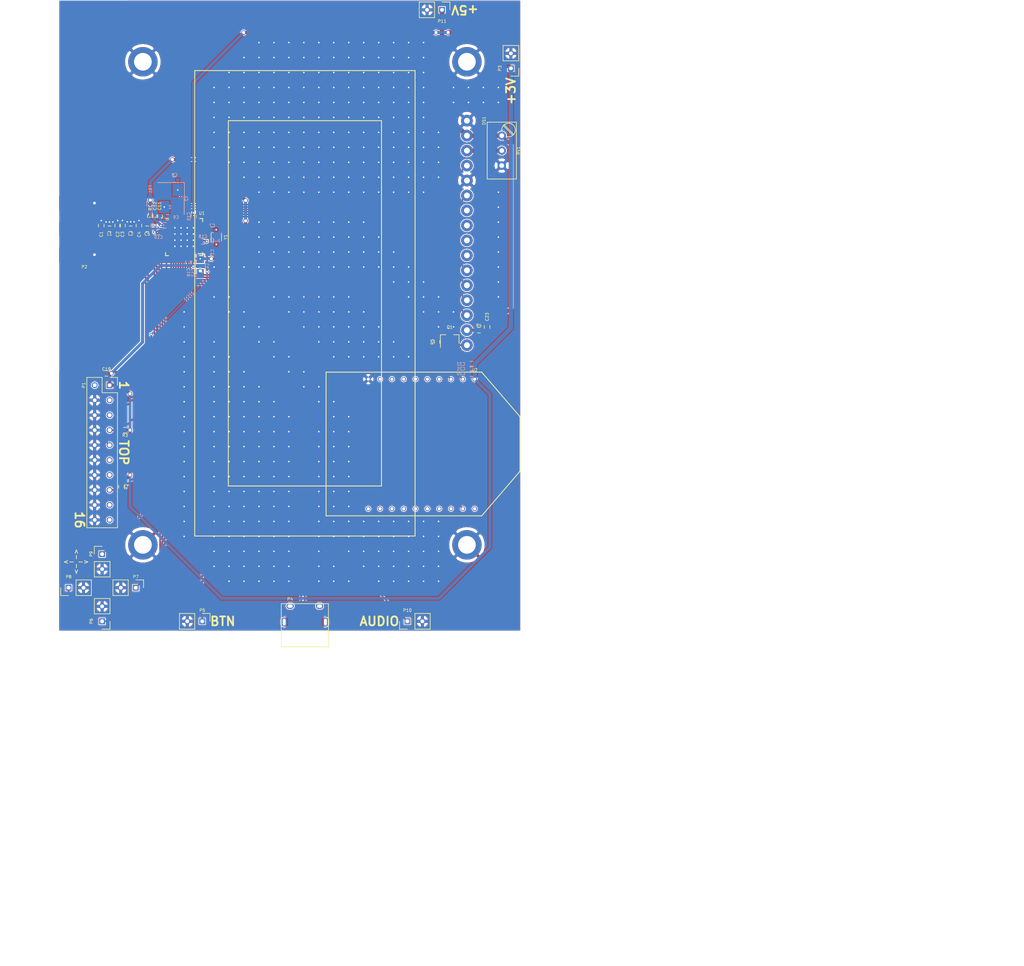
<source format=kicad_pcb>
(kicad_pcb (version 4) (host pcbnew 4.0.5)
  (layers (0 F.Cu signal) (31 B.Cu signal) (34 B.Paste user hide) (35 F.Paste user hide) (36 B.SilkS user) (37 F.SilkS user) (38 B.Mask user) (39 F.Mask user) (44 Edge.Cuts user))
  (net 0 "")
  (net 1 /SIG_2.4G)
  (net 2 GND)
  (net 3 "Net-(C2-Pad1)")
  (net 4 "Net-(C4-Pad1)")
  (net 5 "Net-(C5-Pad1)")
  (net 6 "Net-(C6-Pad1)")
  (net 7 "Net-(C7-Pad1)")
  (net 8 "Net-(C8-Pad1)")
  (net 9 "Net-(C9-Pad1)")
  (net 10 "Net-(C10-Pad1)")
  (net 11 "Net-(C13-Pad1)")
  (net 12 "Net-(C14-Pad1)")
  (net 13 "Net-(C18-Pad1)")
  (net 14 /+3.3V)
  (net 15 "Net-(P1-Pad2)")
  (net 16 /SWDIO)
  (net 17 /SWDCLK)
  (net 18 /SWO)
  (net 19 /+5V)
  (net 20 "Net-(L3-Pad1)")
  (net 21 "Net-(U1-Pad34)")
  (net 22 "Net-(U1-Pad35)")
  (net 23 "Net-(U2-Pad20)")
  (net 24 "Net-(U2-Pad15)")
  (net 25 /base-transceiver/VREF)
  (net 26 "Net-(U2-Pad13)")
  (net 27 "Net-(U2-Pad11)")
  (net 28 "Net-(U2-Pad17)")
  (net 29 "Net-(U2-Pad18)")
  (net 30 "Net-(U2-Pad19)")
  (net 31 "Net-(U2-Pad9)")
  (net 32 "Net-(U2-Pad8)")
  (net 33 "Net-(U2-Pad7)")
  (net 34 "Net-(U2-Pad6)")
  (net 35 "Net-(U2-Pad4)")
  (net 36 /base-transceiver/Reset)
  (net 37 "Net-(L3-Pad2)")
  (net 38 "Net-(U1-Pad46)")
  (net 39 "Net-(U1-Pad47)")
  (net 40 "Net-(P1-Pad3)")
  (net 41 "Net-(P1-Pad5)")
  (net 42 "Net-(P1-Pad11)")
  (net 43 "Net-(P1-Pad17)")
  (net 44 /UART_RTS)
  (net 45 /UART_CTS)
  (net 46 /UART_TX)
  (net 47 /UART_RX)
  (net 48 "Net-(DS1-Pad15)")
  (net 49 /DISP_B3)
  (net 50 /DISP_B2)
  (net 51 /DISP_B1)
  (net 52 /DISP_B0)
  (net 53 /DISP_E)
  (net 54 /DISP_REG)
  (net 55 "Net-(P1-Pad15)")
  (net 56 "Net-(DS1-Pad16)")
  (net 57 "Net-(DS1-Pad3)")
  (net 58 /+5V_DEBUG)
  (net 59 "Net-(Q1-Pad1)")
  (net 60 /DISP_CTRST)
  (net 61 /base-display/DATA_3)
  (net 62 /base-display/DATA_2)
  (net 63 /base-display/DATA_1)
  (net 64 /base-display/DATA_0)
  (net 65 /+5V_USB)
  (net 66 /Data-)
  (net 67 /Data+)
  (net 68 "Net-(P4-Pad4)")
  (net 69 /DISP_BRIGHT)
  (net 70 /AUDIO_SIG)
  (net 71 "Net-(U1-Pad24)")
  (net 72 "Net-(U1-Pad25)")
  (net 73 "Net-(U1-Pad27)")
  (net 74 "Net-(U1-Pad28)")
  (net 75 /BTN_HELP)
  (net 76 /BTN_RIGHT)
  (net 77 /BTN_UP)
  (net 78 /BTN_DOWN)
  (net 79 /BTN_LEFT)
  (net 80 "Net-(U1-Pad7)")
  (net 81 "Net-(U1-Pad33)")
  (module Misc:Via_Stitch_Dia0.356mm_Drill0.254mm (layer F.Cu) (at 183.3626 45.339)
    (fp_text reference REF** hide)
    (fp_text value Via_Stitch_Dia0.356mm_Drill0.254mm)
    (pad 1 thru_hole circle (at 0 0) (size 0.356 0.356) (drill 0.254) (layers *.Cu) (net 2 GND))
  )
  (module Misc:Via_Stitch_Dia0.356mm_Drill0.254mm (layer F.Cu) (at 180.8226 45.339)
    (fp_text reference REF** hide)
    (fp_text value Via_Stitch_Dia0.356mm_Drill0.254mm)
    (pad 1 thru_hole circle (at 0 0) (size 0.356 0.356) (drill 0.254) (layers *.Cu) (net 2 GND))
  )
  (module Misc:Via_Stitch_Dia0.356mm_Drill0.254mm (layer F.Cu) (at 178.2826 45.339)
    (fp_text reference REF** hide)
    (fp_text value Via_Stitch_Dia0.356mm_Drill0.254mm)
    (pad 1 thru_hole circle (at 0 0) (size 0.356 0.356) (drill 0.254) (layers *.Cu) (net 2 GND))
  )
  (module Misc:Via_Stitch_Dia0.356mm_Drill0.254mm (layer F.Cu) (at 175.7426 45.339)
    (fp_text reference REF** hide)
    (fp_text value Via_Stitch_Dia0.356mm_Drill0.254mm)
    (pad 1 thru_hole circle (at 0 0) (size 0.356 0.356) (drill 0.254) (layers *.Cu) (net 2 GND))
  )
  (module Misc:Via_Stitch_Dia0.356mm_Drill0.254mm (layer F.Cu) (at 175.7426 47.879)
    (fp_text reference REF** hide)
    (fp_text value Via_Stitch_Dia0.356mm_Drill0.254mm)
    (pad 1 thru_hole circle (at 0 0) (size 0.356 0.356) (drill 0.254) (layers *.Cu) (net 2 GND))
  )
  (module Misc:Via_Stitch_Dia0.356mm_Drill0.254mm (layer F.Cu) (at 178.2826 47.879)
    (fp_text reference REF** hide)
    (fp_text value Via_Stitch_Dia0.356mm_Drill0.254mm)
    (pad 1 thru_hole circle (at 0 0) (size 0.356 0.356) (drill 0.254) (layers *.Cu) (net 2 GND))
  )
  (module Misc:Via_Stitch_Dia0.356mm_Drill0.254mm (layer F.Cu) (at 180.8226 47.879)
    (fp_text reference REF** hide)
    (fp_text value Via_Stitch_Dia0.356mm_Drill0.254mm)
    (pad 1 thru_hole circle (at 0 0) (size 0.356 0.356) (drill 0.254) (layers *.Cu) (net 2 GND))
  )
  (module Misc:Via_Stitch_Dia0.356mm_Drill0.254mm (layer F.Cu) (at 183.3626 47.879)
    (fp_text reference REF** hide)
    (fp_text value Via_Stitch_Dia0.356mm_Drill0.254mm)
    (pad 1 thru_hole circle (at 0 0) (size 0.356 0.356) (drill 0.254) (layers *.Cu) (net 2 GND))
  )
  (module Misc:Via_Stitch_Dia0.356mm_Drill0.254mm (layer F.Cu) (at 183.3626 65.659)
    (fp_text reference REF** hide)
    (fp_text value Via_Stitch_Dia0.356mm_Drill0.254mm)
    (pad 1 thru_hole circle (at 0 0) (size 0.356 0.356) (drill 0.254) (layers *.Cu) (net 2 GND))
  )
  (module Misc:Via_Stitch_Dia0.356mm_Drill0.254mm (layer F.Cu) (at 183.3626 63.119)
    (fp_text reference REF** hide)
    (fp_text value Via_Stitch_Dia0.356mm_Drill0.254mm)
    (pad 1 thru_hole circle (at 0 0) (size 0.356 0.356) (drill 0.254) (layers *.Cu) (net 2 GND))
  )
  (module Misc:Via_Stitch_Dia0.356mm_Drill0.254mm (layer F.Cu) (at 183.3626 73.279)
    (fp_text reference REF** hide)
    (fp_text value Via_Stitch_Dia0.356mm_Drill0.254mm)
    (pad 1 thru_hole circle (at 0 0) (size 0.356 0.356) (drill 0.254) (layers *.Cu) (net 2 GND))
  )
  (module Misc:Via_Stitch_Dia0.356mm_Drill0.254mm (layer F.Cu) (at 183.3626 75.819)
    (fp_text reference REF** hide)
    (fp_text value Via_Stitch_Dia0.356mm_Drill0.254mm)
    (pad 1 thru_hole circle (at 0 0) (size 0.356 0.356) (drill 0.254) (layers *.Cu) (net 2 GND))
  )
  (module Misc:Via_Stitch_Dia0.356mm_Drill0.254mm (layer F.Cu) (at 183.3626 70.739)
    (fp_text reference REF** hide)
    (fp_text value Via_Stitch_Dia0.356mm_Drill0.254mm)
    (pad 1 thru_hole circle (at 0 0) (size 0.356 0.356) (drill 0.254) (layers *.Cu) (net 2 GND))
  )
  (module Misc:Via_Stitch_Dia0.356mm_Drill0.254mm (layer F.Cu) (at 183.3626 68.199)
    (fp_text reference REF** hide)
    (fp_text value Via_Stitch_Dia0.356mm_Drill0.254mm)
    (pad 1 thru_hole circle (at 0 0) (size 0.356 0.356) (drill 0.254) (layers *.Cu) (net 2 GND))
  )
  (module Misc:Via_Stitch_Dia0.356mm_Drill0.254mm (layer F.Cu) (at 183.3626 78.359)
    (fp_text reference REF** hide)
    (fp_text value Via_Stitch_Dia0.356mm_Drill0.254mm)
    (pad 1 thru_hole circle (at 0 0) (size 0.356 0.356) (drill 0.254) (layers *.Cu) (net 2 GND))
  )
  (module Misc:Via_Stitch_Dia0.356mm_Drill0.254mm (layer F.Cu) (at 183.3626 80.899)
    (fp_text reference REF** hide)
    (fp_text value Via_Stitch_Dia0.356mm_Drill0.254mm)
    (pad 1 thru_hole circle (at 0 0) (size 0.356 0.356) (drill 0.254) (layers *.Cu) (net 2 GND))
  )
  (module Misc:Via_Stitch_Dia0.356mm_Drill0.254mm (layer F.Cu) (at 173.2026 129.159)
    (fp_text reference REF** hide)
    (fp_text value Via_Stitch_Dia0.356mm_Drill0.254mm)
    (pad 1 thru_hole circle (at 0 0) (size 0.356 0.356) (drill 0.254) (layers *.Cu) (net 2 GND))
  )
  (module Misc:Via_Stitch_Dia0.356mm_Drill0.254mm (layer F.Cu) (at 165.5826 129.159)
    (fp_text reference REF** hide)
    (fp_text value Via_Stitch_Dia0.356mm_Drill0.254mm)
    (pad 1 thru_hole circle (at 0 0) (size 0.356 0.356) (drill 0.254) (layers *.Cu) (net 2 GND))
  )
  (module Misc:Via_Stitch_Dia0.356mm_Drill0.254mm (layer F.Cu) (at 163.0426 129.159)
    (fp_text reference REF** hide)
    (fp_text value Via_Stitch_Dia0.356mm_Drill0.254mm)
    (pad 1 thru_hole circle (at 0 0) (size 0.356 0.356) (drill 0.254) (layers *.Cu) (net 2 GND))
  )
  (module Misc:Via_Stitch_Dia0.356mm_Drill0.254mm (layer F.Cu) (at 168.1226 129.159)
    (fp_text reference REF** hide)
    (fp_text value Via_Stitch_Dia0.356mm_Drill0.254mm)
    (pad 1 thru_hole circle (at 0 0) (size 0.356 0.356) (drill 0.254) (layers *.Cu) (net 2 GND))
  )
  (module Misc:Via_Stitch_Dia0.356mm_Drill0.254mm (layer F.Cu) (at 170.6626 129.159)
    (fp_text reference REF** hide)
    (fp_text value Via_Stitch_Dia0.356mm_Drill0.254mm)
    (pad 1 thru_hole circle (at 0 0) (size 0.356 0.356) (drill 0.254) (layers *.Cu) (net 2 GND))
  )
  (module Misc:Via_Stitch_Dia0.356mm_Drill0.254mm (layer F.Cu) (at 160.5026 124.079)
    (fp_text reference REF** hide)
    (fp_text value Via_Stitch_Dia0.356mm_Drill0.254mm)
    (pad 1 thru_hole circle (at 0 0) (size 0.356 0.356) (drill 0.254) (layers *.Cu) (net 2 GND))
  )
  (module Misc:Via_Stitch_Dia0.356mm_Drill0.254mm (layer F.Cu) (at 160.5026 126.619)
    (fp_text reference REF** hide)
    (fp_text value Via_Stitch_Dia0.356mm_Drill0.254mm)
    (pad 1 thru_hole circle (at 0 0) (size 0.356 0.356) (drill 0.254) (layers *.Cu) (net 2 GND))
  )
  (module Misc:Via_Stitch_Dia0.356mm_Drill0.254mm (layer F.Cu) (at 170.6626 126.619)
    (fp_text reference REF** hide)
    (fp_text value Via_Stitch_Dia0.356mm_Drill0.254mm)
    (pad 1 thru_hole circle (at 0 0) (size 0.356 0.356) (drill 0.254) (layers *.Cu) (net 2 GND))
  )
  (module Misc:Via_Stitch_Dia0.356mm_Drill0.254mm (layer F.Cu) (at 168.1226 126.619)
    (fp_text reference REF** hide)
    (fp_text value Via_Stitch_Dia0.356mm_Drill0.254mm)
    (pad 1 thru_hole circle (at 0 0) (size 0.356 0.356) (drill 0.254) (layers *.Cu) (net 2 GND))
  )
  (module Misc:Via_Stitch_Dia0.356mm_Drill0.254mm (layer F.Cu) (at 163.0426 126.619)
    (fp_text reference REF** hide)
    (fp_text value Via_Stitch_Dia0.356mm_Drill0.254mm)
    (pad 1 thru_hole circle (at 0 0) (size 0.356 0.356) (drill 0.254) (layers *.Cu) (net 2 GND))
  )
  (module Misc:Via_Stitch_Dia0.356mm_Drill0.254mm (layer F.Cu) (at 165.5826 126.619)
    (fp_text reference REF** hide)
    (fp_text value Via_Stitch_Dia0.356mm_Drill0.254mm)
    (pad 1 thru_hole circle (at 0 0) (size 0.356 0.356) (drill 0.254) (layers *.Cu) (net 2 GND))
  )
  (module Misc:Via_Stitch_Dia0.356mm_Drill0.254mm (layer F.Cu) (at 165.5826 124.079)
    (fp_text reference REF** hide)
    (fp_text value Via_Stitch_Dia0.356mm_Drill0.254mm)
    (pad 1 thru_hole circle (at 0 0) (size 0.356 0.356) (drill 0.254) (layers *.Cu) (net 2 GND))
  )
  (module Misc:Via_Stitch_Dia0.356mm_Drill0.254mm (layer F.Cu) (at 163.0426 124.079)
    (fp_text reference REF** hide)
    (fp_text value Via_Stitch_Dia0.356mm_Drill0.254mm)
    (pad 1 thru_hole circle (at 0 0) (size 0.356 0.356) (drill 0.254) (layers *.Cu) (net 2 GND))
  )
  (module Misc:Via_Stitch_Dia0.356mm_Drill0.254mm (layer F.Cu) (at 168.1226 124.079)
    (fp_text reference REF** hide)
    (fp_text value Via_Stitch_Dia0.356mm_Drill0.254mm)
    (pad 1 thru_hole circle (at 0 0) (size 0.356 0.356) (drill 0.254) (layers *.Cu) (net 2 GND))
  )
  (module Misc:Via_Stitch_Dia0.356mm_Drill0.254mm (layer F.Cu) (at 170.6626 124.079)
    (fp_text reference REF** hide)
    (fp_text value Via_Stitch_Dia0.356mm_Drill0.254mm)
    (pad 1 thru_hole circle (at 0 0) (size 0.356 0.356) (drill 0.254) (layers *.Cu) (net 2 GND))
  )
  (module Misc:Via_Stitch_Dia0.356mm_Drill0.254mm (layer F.Cu) (at 173.2026 124.079)
    (fp_text reference REF** hide)
    (fp_text value Via_Stitch_Dia0.356mm_Drill0.254mm)
    (pad 1 thru_hole circle (at 0 0) (size 0.356 0.356) (drill 0.254) (layers *.Cu) (net 2 GND))
  )
  (module Misc:Via_Stitch_Dia0.356mm_Drill0.254mm (layer F.Cu) (at 173.2026 126.619)
    (fp_text reference REF** hide)
    (fp_text value Via_Stitch_Dia0.356mm_Drill0.254mm)
    (pad 1 thru_hole circle (at 0 0) (size 0.356 0.356) (drill 0.254) (layers *.Cu) (net 2 GND))
  )
  (module Misc:Via_Stitch_Dia0.356mm_Drill0.254mm (layer F.Cu) (at 173.2026 121.539)
    (fp_text reference REF** hide)
    (fp_text value Via_Stitch_Dia0.356mm_Drill0.254mm)
    (pad 1 thru_hole circle (at 0 0) (size 0.356 0.356) (drill 0.254) (layers *.Cu) (net 2 GND))
  )
  (module Misc:Via_Stitch_Dia0.356mm_Drill0.254mm (layer F.Cu) (at 173.2026 118.999)
    (fp_text reference REF** hide)
    (fp_text value Via_Stitch_Dia0.356mm_Drill0.254mm)
    (pad 1 thru_hole circle (at 0 0) (size 0.356 0.356) (drill 0.254) (layers *.Cu) (net 2 GND))
  )
  (module Misc:Via_Stitch_Dia0.356mm_Drill0.254mm (layer F.Cu) (at 165.5826 118.999)
    (fp_text reference REF** hide)
    (fp_text value Via_Stitch_Dia0.356mm_Drill0.254mm)
    (pad 1 thru_hole circle (at 0 0) (size 0.356 0.356) (drill 0.254) (layers *.Cu) (net 2 GND))
  )
  (module Misc:Via_Stitch_Dia0.356mm_Drill0.254mm (layer F.Cu) (at 163.0426 118.999)
    (fp_text reference REF** hide)
    (fp_text value Via_Stitch_Dia0.356mm_Drill0.254mm)
    (pad 1 thru_hole circle (at 0 0) (size 0.356 0.356) (drill 0.254) (layers *.Cu) (net 2 GND))
  )
  (module Misc:Via_Stitch_Dia0.356mm_Drill0.254mm (layer F.Cu) (at 168.1226 118.999)
    (fp_text reference REF** hide)
    (fp_text value Via_Stitch_Dia0.356mm_Drill0.254mm)
    (pad 1 thru_hole circle (at 0 0) (size 0.356 0.356) (drill 0.254) (layers *.Cu) (net 2 GND))
  )
  (module Misc:Via_Stitch_Dia0.356mm_Drill0.254mm (layer F.Cu) (at 170.6626 118.999)
    (fp_text reference REF** hide)
    (fp_text value Via_Stitch_Dia0.356mm_Drill0.254mm)
    (pad 1 thru_hole circle (at 0 0) (size 0.356 0.356) (drill 0.254) (layers *.Cu) (net 2 GND))
  )
  (module Misc:Via_Stitch_Dia0.356mm_Drill0.254mm (layer F.Cu) (at 165.5826 121.539)
    (fp_text reference REF** hide)
    (fp_text value Via_Stitch_Dia0.356mm_Drill0.254mm)
    (pad 1 thru_hole circle (at 0 0) (size 0.356 0.356) (drill 0.254) (layers *.Cu) (net 2 GND))
  )
  (module Misc:Via_Stitch_Dia0.356mm_Drill0.254mm (layer F.Cu) (at 163.0426 121.539)
    (fp_text reference REF** hide)
    (fp_text value Via_Stitch_Dia0.356mm_Drill0.254mm)
    (pad 1 thru_hole circle (at 0 0) (size 0.356 0.356) (drill 0.254) (layers *.Cu) (net 2 GND))
  )
  (module Misc:Via_Stitch_Dia0.356mm_Drill0.254mm (layer F.Cu) (at 168.1226 121.539)
    (fp_text reference REF** hide)
    (fp_text value Via_Stitch_Dia0.356mm_Drill0.254mm)
    (pad 1 thru_hole circle (at 0 0) (size 0.356 0.356) (drill 0.254) (layers *.Cu) (net 2 GND))
  )
  (module Misc:Via_Stitch_Dia0.356mm_Drill0.254mm (layer F.Cu) (at 170.6626 121.539)
    (fp_text reference REF** hide)
    (fp_text value Via_Stitch_Dia0.356mm_Drill0.254mm)
    (pad 1 thru_hole circle (at 0 0) (size 0.356 0.356) (drill 0.254) (layers *.Cu) (net 2 GND))
  )
  (module Misc:Via_Stitch_Dia0.356mm_Drill0.254mm (layer F.Cu) (at 160.5026 121.539)
    (fp_text reference REF** hide)
    (fp_text value Via_Stitch_Dia0.356mm_Drill0.254mm)
    (pad 1 thru_hole circle (at 0 0) (size 0.356 0.356) (drill 0.254) (layers *.Cu) (net 2 GND))
  )
  (module Misc:Via_Stitch_Dia0.356mm_Drill0.254mm (layer F.Cu) (at 160.5026 118.999)
    (fp_text reference REF** hide)
    (fp_text value Via_Stitch_Dia0.356mm_Drill0.254mm)
    (pad 1 thru_hole circle (at 0 0) (size 0.356 0.356) (drill 0.254) (layers *.Cu) (net 2 GND))
  )
  (module Misc:Via_Stitch_Dia0.356mm_Drill0.254mm (layer F.Cu) (at 157.9626 121.539)
    (fp_text reference REF** hide)
    (fp_text value Via_Stitch_Dia0.356mm_Drill0.254mm)
    (pad 1 thru_hole circle (at 0 0) (size 0.356 0.356) (drill 0.254) (layers *.Cu) (net 2 GND))
  )
  (module Misc:Via_Stitch_Dia0.356mm_Drill0.254mm (layer F.Cu) (at 157.9626 118.999)
    (fp_text reference REF** hide)
    (fp_text value Via_Stitch_Dia0.356mm_Drill0.254mm)
    (pad 1 thru_hole circle (at 0 0) (size 0.356 0.356) (drill 0.254) (layers *.Cu) (net 2 GND))
  )
  (module Misc:Via_Stitch_Dia0.356mm_Drill0.254mm (layer F.Cu) (at 157.9626 116.459)
    (fp_text reference REF** hide)
    (fp_text value Via_Stitch_Dia0.356mm_Drill0.254mm)
    (pad 1 thru_hole circle (at 0 0) (size 0.356 0.356) (drill 0.254) (layers *.Cu) (net 2 GND))
  )
  (module Misc:Via_Stitch_Dia0.356mm_Drill0.254mm (layer F.Cu) (at 157.9626 124.079)
    (fp_text reference REF** hide)
    (fp_text value Via_Stitch_Dia0.356mm_Drill0.254mm)
    (pad 1 thru_hole circle (at 0 0) (size 0.356 0.356) (drill 0.254) (layers *.Cu) (net 2 GND))
  )
  (module Misc:Via_Stitch_Dia0.356mm_Drill0.254mm (layer F.Cu) (at 157.9626 113.919)
    (fp_text reference REF** hide)
    (fp_text value Via_Stitch_Dia0.356mm_Drill0.254mm)
    (pad 1 thru_hole circle (at 0 0) (size 0.356 0.356) (drill 0.254) (layers *.Cu) (net 2 GND))
  )
  (module Misc:Via_Stitch_Dia0.356mm_Drill0.254mm (layer F.Cu) (at 157.9626 111.379)
    (fp_text reference REF** hide)
    (fp_text value Via_Stitch_Dia0.356mm_Drill0.254mm)
    (pad 1 thru_hole circle (at 0 0) (size 0.356 0.356) (drill 0.254) (layers *.Cu) (net 2 GND))
  )
  (module Misc:Via_Stitch_Dia0.356mm_Drill0.254mm (layer F.Cu) (at 157.9626 108.839)
    (fp_text reference REF** hide)
    (fp_text value Via_Stitch_Dia0.356mm_Drill0.254mm)
    (pad 1 thru_hole circle (at 0 0) (size 0.356 0.356) (drill 0.254) (layers *.Cu) (net 2 GND))
  )
  (module Misc:Via_Stitch_Dia0.356mm_Drill0.254mm (layer F.Cu) (at 157.9626 103.759)
    (fp_text reference REF** hide)
    (fp_text value Via_Stitch_Dia0.356mm_Drill0.254mm)
    (pad 1 thru_hole circle (at 0 0) (size 0.356 0.356) (drill 0.254) (layers *.Cu) (net 2 GND))
  )
  (module Misc:Via_Stitch_Dia0.356mm_Drill0.254mm (layer F.Cu) (at 157.9626 106.299)
    (fp_text reference REF** hide)
    (fp_text value Via_Stitch_Dia0.356mm_Drill0.254mm)
    (pad 1 thru_hole circle (at 0 0) (size 0.356 0.356) (drill 0.254) (layers *.Cu) (net 2 GND))
  )
  (module Misc:Via_Stitch_Dia0.356mm_Drill0.254mm (layer F.Cu) (at 155.4226 129.159)
    (fp_text reference REF** hide)
    (fp_text value Via_Stitch_Dia0.356mm_Drill0.254mm)
    (pad 1 thru_hole circle (at 0 0) (size 0.356 0.356) (drill 0.254) (layers *.Cu) (net 2 GND))
  )
  (module Misc:Via_Stitch_Dia0.356mm_Drill0.254mm (layer F.Cu) (at 152.8826 129.159)
    (fp_text reference REF** hide)
    (fp_text value Via_Stitch_Dia0.356mm_Drill0.254mm)
    (pad 1 thru_hole circle (at 0 0) (size 0.356 0.356) (drill 0.254) (layers *.Cu) (net 2 GND))
  )
  (module Misc:Via_Stitch_Dia0.356mm_Drill0.254mm (layer F.Cu) (at 155.4226 126.619)
    (fp_text reference REF** hide)
    (fp_text value Via_Stitch_Dia0.356mm_Drill0.254mm)
    (pad 1 thru_hole circle (at 0 0) (size 0.356 0.356) (drill 0.254) (layers *.Cu) (net 2 GND))
  )
  (module Misc:Via_Stitch_Dia0.356mm_Drill0.254mm (layer F.Cu) (at 152.8826 126.619)
    (fp_text reference REF** hide)
    (fp_text value Via_Stitch_Dia0.356mm_Drill0.254mm)
    (pad 1 thru_hole circle (at 0 0) (size 0.356 0.356) (drill 0.254) (layers *.Cu) (net 2 GND))
  )
  (module Misc:Via_Stitch_Dia0.356mm_Drill0.254mm (layer F.Cu) (at 157.9626 129.159)
    (fp_text reference REF** hide)
    (fp_text value Via_Stitch_Dia0.356mm_Drill0.254mm)
    (pad 1 thru_hole circle (at 0 0) (size 0.356 0.356) (drill 0.254) (layers *.Cu) (net 2 GND))
  )
  (module Misc:Via_Stitch_Dia0.356mm_Drill0.254mm (layer F.Cu) (at 152.8826 106.299)
    (fp_text reference REF** hide)
    (fp_text value Via_Stitch_Dia0.356mm_Drill0.254mm)
    (pad 1 thru_hole circle (at 0 0) (size 0.356 0.356) (drill 0.254) (layers *.Cu) (net 2 GND))
  )
  (module Misc:Via_Stitch_Dia0.356mm_Drill0.254mm (layer F.Cu) (at 152.8826 103.759)
    (fp_text reference REF** hide)
    (fp_text value Via_Stitch_Dia0.356mm_Drill0.254mm)
    (pad 1 thru_hole circle (at 0 0) (size 0.356 0.356) (drill 0.254) (layers *.Cu) (net 2 GND))
  )
  (module Misc:Via_Stitch_Dia0.356mm_Drill0.254mm (layer F.Cu) (at 155.4226 103.759)
    (fp_text reference REF** hide)
    (fp_text value Via_Stitch_Dia0.356mm_Drill0.254mm)
    (pad 1 thru_hole circle (at 0 0) (size 0.356 0.356) (drill 0.254) (layers *.Cu) (net 2 GND))
  )
  (module Misc:Via_Stitch_Dia0.356mm_Drill0.254mm (layer F.Cu) (at 155.4226 106.299)
    (fp_text reference REF** hide)
    (fp_text value Via_Stitch_Dia0.356mm_Drill0.254mm)
    (pad 1 thru_hole circle (at 0 0) (size 0.356 0.356) (drill 0.254) (layers *.Cu) (net 2 GND))
  )
  (module Misc:Via_Stitch_Dia0.356mm_Drill0.254mm (layer F.Cu) (at 155.4226 113.919)
    (fp_text reference REF** hide)
    (fp_text value Via_Stitch_Dia0.356mm_Drill0.254mm)
    (pad 1 thru_hole circle (at 0 0) (size 0.356 0.356) (drill 0.254) (layers *.Cu) (net 2 GND))
  )
  (module Misc:Via_Stitch_Dia0.356mm_Drill0.254mm (layer F.Cu) (at 155.4226 111.379)
    (fp_text reference REF** hide)
    (fp_text value Via_Stitch_Dia0.356mm_Drill0.254mm)
    (pad 1 thru_hole circle (at 0 0) (size 0.356 0.356) (drill 0.254) (layers *.Cu) (net 2 GND))
  )
  (module Misc:Via_Stitch_Dia0.356mm_Drill0.254mm (layer F.Cu) (at 155.4226 108.839)
    (fp_text reference REF** hide)
    (fp_text value Via_Stitch_Dia0.356mm_Drill0.254mm)
    (pad 1 thru_hole circle (at 0 0) (size 0.356 0.356) (drill 0.254) (layers *.Cu) (net 2 GND))
  )
  (module Misc:Via_Stitch_Dia0.356mm_Drill0.254mm (layer F.Cu) (at 152.8826 108.839)
    (fp_text reference REF** hide)
    (fp_text value Via_Stitch_Dia0.356mm_Drill0.254mm)
    (pad 1 thru_hole circle (at 0 0) (size 0.356 0.356) (drill 0.254) (layers *.Cu) (net 2 GND))
  )
  (module Misc:Via_Stitch_Dia0.356mm_Drill0.254mm (layer F.Cu) (at 152.8826 111.379)
    (fp_text reference REF** hide)
    (fp_text value Via_Stitch_Dia0.356mm_Drill0.254mm)
    (pad 1 thru_hole circle (at 0 0) (size 0.356 0.356) (drill 0.254) (layers *.Cu) (net 2 GND))
  )
  (module Misc:Via_Stitch_Dia0.356mm_Drill0.254mm (layer F.Cu) (at 152.8826 113.919)
    (fp_text reference REF** hide)
    (fp_text value Via_Stitch_Dia0.356mm_Drill0.254mm)
    (pad 1 thru_hole circle (at 0 0) (size 0.356 0.356) (drill 0.254) (layers *.Cu) (net 2 GND))
  )
  (module Misc:Via_Stitch_Dia0.356mm_Drill0.254mm (layer F.Cu) (at 152.8826 124.079)
    (fp_text reference REF** hide)
    (fp_text value Via_Stitch_Dia0.356mm_Drill0.254mm)
    (pad 1 thru_hole circle (at 0 0) (size 0.356 0.356) (drill 0.254) (layers *.Cu) (net 2 GND))
  )
  (module Misc:Via_Stitch_Dia0.356mm_Drill0.254mm (layer F.Cu) (at 155.4226 121.539)
    (fp_text reference REF** hide)
    (fp_text value Via_Stitch_Dia0.356mm_Drill0.254mm)
    (pad 1 thru_hole circle (at 0 0) (size 0.356 0.356) (drill 0.254) (layers *.Cu) (net 2 GND))
  )
  (module Misc:Via_Stitch_Dia0.356mm_Drill0.254mm (layer F.Cu) (at 155.4226 118.999)
    (fp_text reference REF** hide)
    (fp_text value Via_Stitch_Dia0.356mm_Drill0.254mm)
    (pad 1 thru_hole circle (at 0 0) (size 0.356 0.356) (drill 0.254) (layers *.Cu) (net 2 GND))
  )
  (module Misc:Via_Stitch_Dia0.356mm_Drill0.254mm (layer F.Cu) (at 155.4226 116.459)
    (fp_text reference REF** hide)
    (fp_text value Via_Stitch_Dia0.356mm_Drill0.254mm)
    (pad 1 thru_hole circle (at 0 0) (size 0.356 0.356) (drill 0.254) (layers *.Cu) (net 2 GND))
  )
  (module Misc:Via_Stitch_Dia0.356mm_Drill0.254mm (layer F.Cu) (at 152.8826 116.459)
    (fp_text reference REF** hide)
    (fp_text value Via_Stitch_Dia0.356mm_Drill0.254mm)
    (pad 1 thru_hole circle (at 0 0) (size 0.356 0.356) (drill 0.254) (layers *.Cu) (net 2 GND))
  )
  (module Misc:Via_Stitch_Dia0.356mm_Drill0.254mm (layer F.Cu) (at 152.8826 118.999)
    (fp_text reference REF** hide)
    (fp_text value Via_Stitch_Dia0.356mm_Drill0.254mm)
    (pad 1 thru_hole circle (at 0 0) (size 0.356 0.356) (drill 0.254) (layers *.Cu) (net 2 GND))
  )
  (module Misc:Via_Stitch_Dia0.356mm_Drill0.254mm (layer F.Cu) (at 152.8826 121.539)
    (fp_text reference REF** hide)
    (fp_text value Via_Stitch_Dia0.356mm_Drill0.254mm)
    (pad 1 thru_hole circle (at 0 0) (size 0.356 0.356) (drill 0.254) (layers *.Cu) (net 2 GND))
  )
  (module Misc:Via_Stitch_Dia0.356mm_Drill0.254mm (layer F.Cu) (at 155.4226 101.219)
    (fp_text reference REF** hide)
    (fp_text value Via_Stitch_Dia0.356mm_Drill0.254mm)
    (pad 1 thru_hole circle (at 0 0) (size 0.356 0.356) (drill 0.254) (layers *.Cu) (net 2 GND))
  )
  (module Misc:Via_Stitch_Dia0.356mm_Drill0.254mm (layer F.Cu) (at 157.9626 101.219)
    (fp_text reference REF** hide)
    (fp_text value Via_Stitch_Dia0.356mm_Drill0.254mm)
    (pad 1 thru_hole circle (at 0 0) (size 0.356 0.356) (drill 0.254) (layers *.Cu) (net 2 GND))
  )
  (module Misc:Via_Stitch_Dia0.356mm_Drill0.254mm (layer F.Cu) (at 155.4226 98.679)
    (fp_text reference REF** hide)
    (fp_text value Via_Stitch_Dia0.356mm_Drill0.254mm)
    (pad 1 thru_hole circle (at 0 0) (size 0.356 0.356) (drill 0.254) (layers *.Cu) (net 2 GND))
  )
  (module Misc:Via_Stitch_Dia0.356mm_Drill0.254mm (layer F.Cu) (at 152.8826 98.679)
    (fp_text reference REF** hide)
    (fp_text value Via_Stitch_Dia0.356mm_Drill0.254mm)
    (pad 1 thru_hole circle (at 0 0) (size 0.356 0.356) (drill 0.254) (layers *.Cu) (net 2 GND))
  )
  (module Misc:Via_Stitch_Dia0.356mm_Drill0.254mm (layer F.Cu) (at 152.8826 96.139)
    (fp_text reference REF** hide)
    (fp_text value Via_Stitch_Dia0.356mm_Drill0.254mm)
    (pad 1 thru_hole circle (at 0 0) (size 0.356 0.356) (drill 0.254) (layers *.Cu) (net 2 GND))
  )
  (module Misc:Via_Stitch_Dia0.356mm_Drill0.254mm (layer F.Cu) (at 150.3426 96.139)
    (fp_text reference REF** hide)
    (fp_text value Via_Stitch_Dia0.356mm_Drill0.254mm)
    (pad 1 thru_hole circle (at 0 0) (size 0.356 0.356) (drill 0.254) (layers *.Cu) (net 2 GND))
  )
  (module Misc:Via_Stitch_Dia0.356mm_Drill0.254mm (layer F.Cu) (at 168.1226 91.059)
    (fp_text reference REF** hide)
    (fp_text value Via_Stitch_Dia0.356mm_Drill0.254mm)
    (pad 1 thru_hole circle (at 0 0) (size 0.356 0.356) (drill 0.254) (layers *.Cu) (net 2 GND))
  )
  (module Misc:Via_Stitch_Dia0.356mm_Drill0.254mm (layer F.Cu) (at 130.0226 88.519)
    (fp_text reference REF** hide)
    (fp_text value Via_Stitch_Dia0.356mm_Drill0.254mm)
    (pad 1 thru_hole circle (at 0 0) (size 0.356 0.356) (drill 0.254) (layers *.Cu) (net 2 GND))
  )
  (module Misc:Via_Stitch_Dia0.356mm_Drill0.254mm (layer F.Cu) (at 130.0226 85.979)
    (fp_text reference REF** hide)
    (fp_text value Via_Stitch_Dia0.356mm_Drill0.254mm)
    (pad 1 thru_hole circle (at 0 0) (size 0.356 0.356) (drill 0.254) (layers *.Cu) (net 2 GND))
  )
  (module Misc:Via_Stitch_Dia0.356mm_Drill0.254mm (layer F.Cu) (at 130.0226 96.139)
    (fp_text reference REF** hide)
    (fp_text value Via_Stitch_Dia0.356mm_Drill0.254mm)
    (pad 1 thru_hole circle (at 0 0) (size 0.356 0.356) (drill 0.254) (layers *.Cu) (net 2 GND))
  )
  (module Misc:Via_Stitch_Dia0.356mm_Drill0.254mm (layer F.Cu) (at 130.0226 98.679)
    (fp_text reference REF** hide)
    (fp_text value Via_Stitch_Dia0.356mm_Drill0.254mm)
    (pad 1 thru_hole circle (at 0 0) (size 0.356 0.356) (drill 0.254) (layers *.Cu) (net 2 GND))
  )
  (module Misc:Via_Stitch_Dia0.356mm_Drill0.254mm (layer F.Cu) (at 130.0226 93.599)
    (fp_text reference REF** hide)
    (fp_text value Via_Stitch_Dia0.356mm_Drill0.254mm)
    (pad 1 thru_hole circle (at 0 0) (size 0.356 0.356) (drill 0.254) (layers *.Cu) (net 2 GND))
  )
  (module Misc:Via_Stitch_Dia0.356mm_Drill0.254mm (layer F.Cu) (at 130.0226 91.059)
    (fp_text reference REF** hide)
    (fp_text value Via_Stitch_Dia0.356mm_Drill0.254mm)
    (pad 1 thru_hole circle (at 0 0) (size 0.356 0.356) (drill 0.254) (layers *.Cu) (net 2 GND))
  )
  (module Misc:Via_Stitch_Dia0.356mm_Drill0.254mm (layer F.Cu) (at 130.0226 101.219)
    (fp_text reference REF** hide)
    (fp_text value Via_Stitch_Dia0.356mm_Drill0.254mm)
    (pad 1 thru_hole circle (at 0 0) (size 0.356 0.356) (drill 0.254) (layers *.Cu) (net 2 GND))
  )
  (module Misc:Via_Stitch_Dia0.356mm_Drill0.254mm (layer F.Cu) (at 130.0226 108.839)
    (fp_text reference REF** hide)
    (fp_text value Via_Stitch_Dia0.356mm_Drill0.254mm)
    (pad 1 thru_hole circle (at 0 0) (size 0.356 0.356) (drill 0.254) (layers *.Cu) (net 2 GND))
  )
  (module Misc:Via_Stitch_Dia0.356mm_Drill0.254mm (layer F.Cu) (at 130.0226 106.299)
    (fp_text reference REF** hide)
    (fp_text value Via_Stitch_Dia0.356mm_Drill0.254mm)
    (pad 1 thru_hole circle (at 0 0) (size 0.356 0.356) (drill 0.254) (layers *.Cu) (net 2 GND))
  )
  (module Misc:Via_Stitch_Dia0.356mm_Drill0.254mm (layer F.Cu) (at 130.0226 103.759)
    (fp_text reference REF** hide)
    (fp_text value Via_Stitch_Dia0.356mm_Drill0.254mm)
    (pad 1 thru_hole circle (at 0 0) (size 0.356 0.356) (drill 0.254) (layers *.Cu) (net 2 GND))
  )
  (module Misc:Via_Stitch_Dia0.356mm_Drill0.254mm (layer F.Cu) (at 130.0226 118.999)
    (fp_text reference REF** hide)
    (fp_text value Via_Stitch_Dia0.356mm_Drill0.254mm)
    (pad 1 thru_hole circle (at 0 0) (size 0.356 0.356) (drill 0.254) (layers *.Cu) (net 2 GND))
  )
  (module Misc:Via_Stitch_Dia0.356mm_Drill0.254mm (layer F.Cu) (at 130.0226 121.539)
    (fp_text reference REF** hide)
    (fp_text value Via_Stitch_Dia0.356mm_Drill0.254mm)
    (pad 1 thru_hole circle (at 0 0) (size 0.356 0.356) (drill 0.254) (layers *.Cu) (net 2 GND))
  )
  (module Misc:Via_Stitch_Dia0.356mm_Drill0.254mm (layer F.Cu) (at 130.0226 116.459)
    (fp_text reference REF** hide)
    (fp_text value Via_Stitch_Dia0.356mm_Drill0.254mm)
    (pad 1 thru_hole circle (at 0 0) (size 0.356 0.356) (drill 0.254) (layers *.Cu) (net 2 GND))
  )
  (module Misc:Via_Stitch_Dia0.356mm_Drill0.254mm (layer F.Cu) (at 130.0226 113.919)
    (fp_text reference REF** hide)
    (fp_text value Via_Stitch_Dia0.356mm_Drill0.254mm)
    (pad 1 thru_hole circle (at 0 0) (size 0.356 0.356) (drill 0.254) (layers *.Cu) (net 2 GND))
  )
  (module Misc:Via_Stitch_Dia0.356mm_Drill0.254mm (layer F.Cu) (at 130.0226 111.379)
    (fp_text reference REF** hide)
    (fp_text value Via_Stitch_Dia0.356mm_Drill0.254mm)
    (pad 1 thru_hole circle (at 0 0) (size 0.356 0.356) (drill 0.254) (layers *.Cu) (net 2 GND))
  )
  (module Misc:Via_Stitch_Dia0.356mm_Drill0.254mm (layer F.Cu) (at 130.0226 83.439)
    (fp_text reference REF** hide)
    (fp_text value Via_Stitch_Dia0.356mm_Drill0.254mm)
    (pad 1 thru_hole circle (at 0 0) (size 0.356 0.356) (drill 0.254) (layers *.Cu) (net 2 GND))
  )
  (module Misc:Via_Stitch_Dia0.356mm_Drill0.254mm (layer F.Cu) (at 135.1026 88.519)
    (fp_text reference REF** hide)
    (fp_text value Via_Stitch_Dia0.356mm_Drill0.254mm)
    (pad 1 thru_hole circle (at 0 0) (size 0.356 0.356) (drill 0.254) (layers *.Cu) (net 2 GND))
  )
  (module Misc:Via_Stitch_Dia0.356mm_Drill0.254mm (layer F.Cu) (at 135.1026 116.459)
    (fp_text reference REF** hide)
    (fp_text value Via_Stitch_Dia0.356mm_Drill0.254mm)
    (pad 1 thru_hole circle (at 0 0) (size 0.356 0.356) (drill 0.254) (layers *.Cu) (net 2 GND))
  )
  (module Misc:Via_Stitch_Dia0.356mm_Drill0.254mm (layer F.Cu) (at 135.1026 118.999)
    (fp_text reference REF** hide)
    (fp_text value Via_Stitch_Dia0.356mm_Drill0.254mm)
    (pad 1 thru_hole circle (at 0 0) (size 0.356 0.356) (drill 0.254) (layers *.Cu) (net 2 GND))
  )
  (module Misc:Via_Stitch_Dia0.356mm_Drill0.254mm (layer F.Cu) (at 135.1026 121.539)
    (fp_text reference REF** hide)
    (fp_text value Via_Stitch_Dia0.356mm_Drill0.254mm)
    (pad 1 thru_hole circle (at 0 0) (size 0.356 0.356) (drill 0.254) (layers *.Cu) (net 2 GND))
  )
  (module Misc:Via_Stitch_Dia0.356mm_Drill0.254mm (layer F.Cu) (at 145.2626 121.539)
    (fp_text reference REF** hide)
    (fp_text value Via_Stitch_Dia0.356mm_Drill0.254mm)
    (pad 1 thru_hole circle (at 0 0) (size 0.356 0.356) (drill 0.254) (layers *.Cu) (net 2 GND))
  )
  (module Misc:Via_Stitch_Dia0.356mm_Drill0.254mm (layer F.Cu) (at 142.7226 121.539)
    (fp_text reference REF** hide)
    (fp_text value Via_Stitch_Dia0.356mm_Drill0.254mm)
    (pad 1 thru_hole circle (at 0 0) (size 0.356 0.356) (drill 0.254) (layers *.Cu) (net 2 GND))
  )
  (module Misc:Via_Stitch_Dia0.356mm_Drill0.254mm (layer F.Cu) (at 137.6426 121.539)
    (fp_text reference REF** hide)
    (fp_text value Via_Stitch_Dia0.356mm_Drill0.254mm)
    (pad 1 thru_hole circle (at 0 0) (size 0.356 0.356) (drill 0.254) (layers *.Cu) (net 2 GND))
  )
  (module Misc:Via_Stitch_Dia0.356mm_Drill0.254mm (layer F.Cu) (at 140.1826 121.539)
    (fp_text reference REF** hide)
    (fp_text value Via_Stitch_Dia0.356mm_Drill0.254mm)
    (pad 1 thru_hole circle (at 0 0) (size 0.356 0.356) (drill 0.254) (layers *.Cu) (net 2 GND))
  )
  (module Misc:Via_Stitch_Dia0.356mm_Drill0.254mm (layer F.Cu) (at 145.2626 118.999)
    (fp_text reference REF** hide)
    (fp_text value Via_Stitch_Dia0.356mm_Drill0.254mm)
    (pad 1 thru_hole circle (at 0 0) (size 0.356 0.356) (drill 0.254) (layers *.Cu) (net 2 GND))
  )
  (module Misc:Via_Stitch_Dia0.356mm_Drill0.254mm (layer F.Cu) (at 142.7226 118.999)
    (fp_text reference REF** hide)
    (fp_text value Via_Stitch_Dia0.356mm_Drill0.254mm)
    (pad 1 thru_hole circle (at 0 0) (size 0.356 0.356) (drill 0.254) (layers *.Cu) (net 2 GND))
  )
  (module Misc:Via_Stitch_Dia0.356mm_Drill0.254mm (layer F.Cu) (at 137.6426 118.999)
    (fp_text reference REF** hide)
    (fp_text value Via_Stitch_Dia0.356mm_Drill0.254mm)
    (pad 1 thru_hole circle (at 0 0) (size 0.356 0.356) (drill 0.254) (layers *.Cu) (net 2 GND))
  )
  (module Misc:Via_Stitch_Dia0.356mm_Drill0.254mm (layer F.Cu) (at 140.1826 118.999)
    (fp_text reference REF** hide)
    (fp_text value Via_Stitch_Dia0.356mm_Drill0.254mm)
    (pad 1 thru_hole circle (at 0 0) (size 0.356 0.356) (drill 0.254) (layers *.Cu) (net 2 GND))
  )
  (module Misc:Via_Stitch_Dia0.356mm_Drill0.254mm (layer F.Cu) (at 140.1826 116.459)
    (fp_text reference REF** hide)
    (fp_text value Via_Stitch_Dia0.356mm_Drill0.254mm)
    (pad 1 thru_hole circle (at 0 0) (size 0.356 0.356) (drill 0.254) (layers *.Cu) (net 2 GND))
  )
  (module Misc:Via_Stitch_Dia0.356mm_Drill0.254mm (layer F.Cu) (at 137.6426 116.459)
    (fp_text reference REF** hide)
    (fp_text value Via_Stitch_Dia0.356mm_Drill0.254mm)
    (pad 1 thru_hole circle (at 0 0) (size 0.356 0.356) (drill 0.254) (layers *.Cu) (net 2 GND))
  )
  (module Misc:Via_Stitch_Dia0.356mm_Drill0.254mm (layer F.Cu) (at 142.7226 116.459)
    (fp_text reference REF** hide)
    (fp_text value Via_Stitch_Dia0.356mm_Drill0.254mm)
    (pad 1 thru_hole circle (at 0 0) (size 0.356 0.356) (drill 0.254) (layers *.Cu) (net 2 GND))
  )
  (module Misc:Via_Stitch_Dia0.356mm_Drill0.254mm (layer F.Cu) (at 145.2626 116.459)
    (fp_text reference REF** hide)
    (fp_text value Via_Stitch_Dia0.356mm_Drill0.254mm)
    (pad 1 thru_hole circle (at 0 0) (size 0.356 0.356) (drill 0.254) (layers *.Cu) (net 2 GND))
  )
  (module Misc:Via_Stitch_Dia0.356mm_Drill0.254mm (layer F.Cu) (at 147.8026 116.459)
    (fp_text reference REF** hide)
    (fp_text value Via_Stitch_Dia0.356mm_Drill0.254mm)
    (pad 1 thru_hole circle (at 0 0) (size 0.356 0.356) (drill 0.254) (layers *.Cu) (net 2 GND))
  )
  (module Misc:Via_Stitch_Dia0.356mm_Drill0.254mm (layer F.Cu) (at 147.8026 118.999)
    (fp_text reference REF** hide)
    (fp_text value Via_Stitch_Dia0.356mm_Drill0.254mm)
    (pad 1 thru_hole circle (at 0 0) (size 0.356 0.356) (drill 0.254) (layers *.Cu) (net 2 GND))
  )
  (module Misc:Via_Stitch_Dia0.356mm_Drill0.254mm (layer F.Cu) (at 147.8026 121.539)
    (fp_text reference REF** hide)
    (fp_text value Via_Stitch_Dia0.356mm_Drill0.254mm)
    (pad 1 thru_hole circle (at 0 0) (size 0.356 0.356) (drill 0.254) (layers *.Cu) (net 2 GND))
  )
  (module Misc:Via_Stitch_Dia0.356mm_Drill0.254mm (layer F.Cu) (at 147.8026 129.159)
    (fp_text reference REF** hide)
    (fp_text value Via_Stitch_Dia0.356mm_Drill0.254mm)
    (pad 1 thru_hole circle (at 0 0) (size 0.356 0.356) (drill 0.254) (layers *.Cu) (net 2 GND))
  )
  (module Misc:Via_Stitch_Dia0.356mm_Drill0.254mm (layer F.Cu) (at 147.8026 126.619)
    (fp_text reference REF** hide)
    (fp_text value Via_Stitch_Dia0.356mm_Drill0.254mm)
    (pad 1 thru_hole circle (at 0 0) (size 0.356 0.356) (drill 0.254) (layers *.Cu) (net 2 GND))
  )
  (module Misc:Via_Stitch_Dia0.356mm_Drill0.254mm (layer F.Cu) (at 147.8026 124.079)
    (fp_text reference REF** hide)
    (fp_text value Via_Stitch_Dia0.356mm_Drill0.254mm)
    (pad 1 thru_hole circle (at 0 0) (size 0.356 0.356) (drill 0.254) (layers *.Cu) (net 2 GND))
  )
  (module Misc:Via_Stitch_Dia0.356mm_Drill0.254mm (layer F.Cu) (at 145.2626 124.079)
    (fp_text reference REF** hide)
    (fp_text value Via_Stitch_Dia0.356mm_Drill0.254mm)
    (pad 1 thru_hole circle (at 0 0) (size 0.356 0.356) (drill 0.254) (layers *.Cu) (net 2 GND))
  )
  (module Misc:Via_Stitch_Dia0.356mm_Drill0.254mm (layer F.Cu) (at 142.7226 124.079)
    (fp_text reference REF** hide)
    (fp_text value Via_Stitch_Dia0.356mm_Drill0.254mm)
    (pad 1 thru_hole circle (at 0 0) (size 0.356 0.356) (drill 0.254) (layers *.Cu) (net 2 GND))
  )
  (module Misc:Via_Stitch_Dia0.356mm_Drill0.254mm (layer F.Cu) (at 137.6426 124.079)
    (fp_text reference REF** hide)
    (fp_text value Via_Stitch_Dia0.356mm_Drill0.254mm)
    (pad 1 thru_hole circle (at 0 0) (size 0.356 0.356) (drill 0.254) (layers *.Cu) (net 2 GND))
  )
  (module Misc:Via_Stitch_Dia0.356mm_Drill0.254mm (layer F.Cu) (at 140.1826 124.079)
    (fp_text reference REF** hide)
    (fp_text value Via_Stitch_Dia0.356mm_Drill0.254mm)
    (pad 1 thru_hole circle (at 0 0) (size 0.356 0.356) (drill 0.254) (layers *.Cu) (net 2 GND))
  )
  (module Misc:Via_Stitch_Dia0.356mm_Drill0.254mm (layer F.Cu) (at 140.1826 126.619)
    (fp_text reference REF** hide)
    (fp_text value Via_Stitch_Dia0.356mm_Drill0.254mm)
    (pad 1 thru_hole circle (at 0 0) (size 0.356 0.356) (drill 0.254) (layers *.Cu) (net 2 GND))
  )
  (module Misc:Via_Stitch_Dia0.356mm_Drill0.254mm (layer F.Cu) (at 137.6426 126.619)
    (fp_text reference REF** hide)
    (fp_text value Via_Stitch_Dia0.356mm_Drill0.254mm)
    (pad 1 thru_hole circle (at 0 0) (size 0.356 0.356) (drill 0.254) (layers *.Cu) (net 2 GND))
  )
  (module Misc:Via_Stitch_Dia0.356mm_Drill0.254mm (layer F.Cu) (at 142.7226 126.619)
    (fp_text reference REF** hide)
    (fp_text value Via_Stitch_Dia0.356mm_Drill0.254mm)
    (pad 1 thru_hole circle (at 0 0) (size 0.356 0.356) (drill 0.254) (layers *.Cu) (net 2 GND))
  )
  (module Misc:Via_Stitch_Dia0.356mm_Drill0.254mm (layer F.Cu) (at 145.2626 126.619)
    (fp_text reference REF** hide)
    (fp_text value Via_Stitch_Dia0.356mm_Drill0.254mm)
    (pad 1 thru_hole circle (at 0 0) (size 0.356 0.356) (drill 0.254) (layers *.Cu) (net 2 GND))
  )
  (module Misc:Via_Stitch_Dia0.356mm_Drill0.254mm (layer F.Cu) (at 140.1826 129.159)
    (fp_text reference REF** hide)
    (fp_text value Via_Stitch_Dia0.356mm_Drill0.254mm)
    (pad 1 thru_hole circle (at 0 0) (size 0.356 0.356) (drill 0.254) (layers *.Cu) (net 2 GND))
  )
  (module Misc:Via_Stitch_Dia0.356mm_Drill0.254mm (layer F.Cu) (at 137.6426 129.159)
    (fp_text reference REF** hide)
    (fp_text value Via_Stitch_Dia0.356mm_Drill0.254mm)
    (pad 1 thru_hole circle (at 0 0) (size 0.356 0.356) (drill 0.254) (layers *.Cu) (net 2 GND))
  )
  (module Misc:Via_Stitch_Dia0.356mm_Drill0.254mm (layer F.Cu) (at 142.7226 129.159)
    (fp_text reference REF** hide)
    (fp_text value Via_Stitch_Dia0.356mm_Drill0.254mm)
    (pad 1 thru_hole circle (at 0 0) (size 0.356 0.356) (drill 0.254) (layers *.Cu) (net 2 GND))
  )
  (module Misc:Via_Stitch_Dia0.356mm_Drill0.254mm (layer F.Cu) (at 145.2626 129.159)
    (fp_text reference REF** hide)
    (fp_text value Via_Stitch_Dia0.356mm_Drill0.254mm)
    (pad 1 thru_hole circle (at 0 0) (size 0.356 0.356) (drill 0.254) (layers *.Cu) (net 2 GND))
  )
  (module Misc:Via_Stitch_Dia0.356mm_Drill0.254mm (layer F.Cu) (at 135.1026 126.619)
    (fp_text reference REF** hide)
    (fp_text value Via_Stitch_Dia0.356mm_Drill0.254mm)
    (pad 1 thru_hole circle (at 0 0) (size 0.356 0.356) (drill 0.254) (layers *.Cu) (net 2 GND))
  )
  (module Misc:Via_Stitch_Dia0.356mm_Drill0.254mm (layer F.Cu) (at 135.1026 124.079)
    (fp_text reference REF** hide)
    (fp_text value Via_Stitch_Dia0.356mm_Drill0.254mm)
    (pad 1 thru_hole circle (at 0 0) (size 0.356 0.356) (drill 0.254) (layers *.Cu) (net 2 GND))
  )
  (module Misc:Via_Stitch_Dia0.356mm_Drill0.254mm (layer F.Cu) (at 135.1026 108.839)
    (fp_text reference REF** hide)
    (fp_text value Via_Stitch_Dia0.356mm_Drill0.254mm)
    (pad 1 thru_hole circle (at 0 0) (size 0.356 0.356) (drill 0.254) (layers *.Cu) (net 2 GND))
  )
  (module Misc:Via_Stitch_Dia0.356mm_Drill0.254mm (layer F.Cu) (at 135.1026 111.379)
    (fp_text reference REF** hide)
    (fp_text value Via_Stitch_Dia0.356mm_Drill0.254mm)
    (pad 1 thru_hole circle (at 0 0) (size 0.356 0.356) (drill 0.254) (layers *.Cu) (net 2 GND))
  )
  (module Misc:Via_Stitch_Dia0.356mm_Drill0.254mm (layer F.Cu) (at 135.1026 113.919)
    (fp_text reference REF** hide)
    (fp_text value Via_Stitch_Dia0.356mm_Drill0.254mm)
    (pad 1 thru_hole circle (at 0 0) (size 0.356 0.356) (drill 0.254) (layers *.Cu) (net 2 GND))
  )
  (module Misc:Via_Stitch_Dia0.356mm_Drill0.254mm (layer F.Cu) (at 145.2626 113.919)
    (fp_text reference REF** hide)
    (fp_text value Via_Stitch_Dia0.356mm_Drill0.254mm)
    (pad 1 thru_hole circle (at 0 0) (size 0.356 0.356) (drill 0.254) (layers *.Cu) (net 2 GND))
  )
  (module Misc:Via_Stitch_Dia0.356mm_Drill0.254mm (layer F.Cu) (at 142.7226 113.919)
    (fp_text reference REF** hide)
    (fp_text value Via_Stitch_Dia0.356mm_Drill0.254mm)
    (pad 1 thru_hole circle (at 0 0) (size 0.356 0.356) (drill 0.254) (layers *.Cu) (net 2 GND))
  )
  (module Misc:Via_Stitch_Dia0.356mm_Drill0.254mm (layer F.Cu) (at 137.6426 113.919)
    (fp_text reference REF** hide)
    (fp_text value Via_Stitch_Dia0.356mm_Drill0.254mm)
    (pad 1 thru_hole circle (at 0 0) (size 0.356 0.356) (drill 0.254) (layers *.Cu) (net 2 GND))
  )
  (module Misc:Via_Stitch_Dia0.356mm_Drill0.254mm (layer F.Cu) (at 140.1826 113.919)
    (fp_text reference REF** hide)
    (fp_text value Via_Stitch_Dia0.356mm_Drill0.254mm)
    (pad 1 thru_hole circle (at 0 0) (size 0.356 0.356) (drill 0.254) (layers *.Cu) (net 2 GND))
  )
  (module Misc:Via_Stitch_Dia0.356mm_Drill0.254mm (layer F.Cu) (at 145.2626 111.379)
    (fp_text reference REF** hide)
    (fp_text value Via_Stitch_Dia0.356mm_Drill0.254mm)
    (pad 1 thru_hole circle (at 0 0) (size 0.356 0.356) (drill 0.254) (layers *.Cu) (net 2 GND))
  )
  (module Misc:Via_Stitch_Dia0.356mm_Drill0.254mm (layer F.Cu) (at 142.7226 111.379)
    (fp_text reference REF** hide)
    (fp_text value Via_Stitch_Dia0.356mm_Drill0.254mm)
    (pad 1 thru_hole circle (at 0 0) (size 0.356 0.356) (drill 0.254) (layers *.Cu) (net 2 GND))
  )
  (module Misc:Via_Stitch_Dia0.356mm_Drill0.254mm (layer F.Cu) (at 137.6426 111.379)
    (fp_text reference REF** hide)
    (fp_text value Via_Stitch_Dia0.356mm_Drill0.254mm)
    (pad 1 thru_hole circle (at 0 0) (size 0.356 0.356) (drill 0.254) (layers *.Cu) (net 2 GND))
  )
  (module Misc:Via_Stitch_Dia0.356mm_Drill0.254mm (layer F.Cu) (at 140.1826 111.379)
    (fp_text reference REF** hide)
    (fp_text value Via_Stitch_Dia0.356mm_Drill0.254mm)
    (pad 1 thru_hole circle (at 0 0) (size 0.356 0.356) (drill 0.254) (layers *.Cu) (net 2 GND))
  )
  (module Misc:Via_Stitch_Dia0.356mm_Drill0.254mm (layer F.Cu) (at 140.1826 108.839)
    (fp_text reference REF** hide)
    (fp_text value Via_Stitch_Dia0.356mm_Drill0.254mm)
    (pad 1 thru_hole circle (at 0 0) (size 0.356 0.356) (drill 0.254) (layers *.Cu) (net 2 GND))
  )
  (module Misc:Via_Stitch_Dia0.356mm_Drill0.254mm (layer F.Cu) (at 137.6426 108.839)
    (fp_text reference REF** hide)
    (fp_text value Via_Stitch_Dia0.356mm_Drill0.254mm)
    (pad 1 thru_hole circle (at 0 0) (size 0.356 0.356) (drill 0.254) (layers *.Cu) (net 2 GND))
  )
  (module Misc:Via_Stitch_Dia0.356mm_Drill0.254mm (layer F.Cu) (at 142.7226 108.839)
    (fp_text reference REF** hide)
    (fp_text value Via_Stitch_Dia0.356mm_Drill0.254mm)
    (pad 1 thru_hole circle (at 0 0) (size 0.356 0.356) (drill 0.254) (layers *.Cu) (net 2 GND))
  )
  (module Misc:Via_Stitch_Dia0.356mm_Drill0.254mm (layer F.Cu) (at 145.2626 108.839)
    (fp_text reference REF** hide)
    (fp_text value Via_Stitch_Dia0.356mm_Drill0.254mm)
    (pad 1 thru_hole circle (at 0 0) (size 0.356 0.356) (drill 0.254) (layers *.Cu) (net 2 GND))
  )
  (module Misc:Via_Stitch_Dia0.356mm_Drill0.254mm (layer F.Cu) (at 147.8026 108.839)
    (fp_text reference REF** hide)
    (fp_text value Via_Stitch_Dia0.356mm_Drill0.254mm)
    (pad 1 thru_hole circle (at 0 0) (size 0.356 0.356) (drill 0.254) (layers *.Cu) (net 2 GND))
  )
  (module Misc:Via_Stitch_Dia0.356mm_Drill0.254mm (layer F.Cu) (at 147.8026 111.379)
    (fp_text reference REF** hide)
    (fp_text value Via_Stitch_Dia0.356mm_Drill0.254mm)
    (pad 1 thru_hole circle (at 0 0) (size 0.356 0.356) (drill 0.254) (layers *.Cu) (net 2 GND))
  )
  (module Misc:Via_Stitch_Dia0.356mm_Drill0.254mm (layer F.Cu) (at 147.8026 113.919)
    (fp_text reference REF** hide)
    (fp_text value Via_Stitch_Dia0.356mm_Drill0.254mm)
    (pad 1 thru_hole circle (at 0 0) (size 0.356 0.356) (drill 0.254) (layers *.Cu) (net 2 GND))
  )
  (module Misc:Via_Stitch_Dia0.356mm_Drill0.254mm (layer F.Cu) (at 147.8026 106.299)
    (fp_text reference REF** hide)
    (fp_text value Via_Stitch_Dia0.356mm_Drill0.254mm)
    (pad 1 thru_hole circle (at 0 0) (size 0.356 0.356) (drill 0.254) (layers *.Cu) (net 2 GND))
  )
  (module Misc:Via_Stitch_Dia0.356mm_Drill0.254mm (layer F.Cu) (at 147.8026 103.759)
    (fp_text reference REF** hide)
    (fp_text value Via_Stitch_Dia0.356mm_Drill0.254mm)
    (pad 1 thru_hole circle (at 0 0) (size 0.356 0.356) (drill 0.254) (layers *.Cu) (net 2 GND))
  )
  (module Misc:Via_Stitch_Dia0.356mm_Drill0.254mm (layer F.Cu) (at 147.8026 101.219)
    (fp_text reference REF** hide)
    (fp_text value Via_Stitch_Dia0.356mm_Drill0.254mm)
    (pad 1 thru_hole circle (at 0 0) (size 0.356 0.356) (drill 0.254) (layers *.Cu) (net 2 GND))
  )
  (module Misc:Via_Stitch_Dia0.356mm_Drill0.254mm (layer F.Cu) (at 135.1026 80.899)
    (fp_text reference REF** hide)
    (fp_text value Via_Stitch_Dia0.356mm_Drill0.254mm)
    (pad 1 thru_hole circle (at 0 0) (size 0.356 0.356) (drill 0.254) (layers *.Cu) (net 2 GND))
  )
  (module Misc:Via_Stitch_Dia0.356mm_Drill0.254mm (layer F.Cu) (at 137.6426 80.899)
    (fp_text reference REF** hide)
    (fp_text value Via_Stitch_Dia0.356mm_Drill0.254mm)
    (pad 1 thru_hole circle (at 0 0) (size 0.356 0.356) (drill 0.254) (layers *.Cu) (net 2 GND))
  )
  (module Misc:Via_Stitch_Dia0.356mm_Drill0.254mm (layer F.Cu) (at 137.6426 83.439)
    (fp_text reference REF** hide)
    (fp_text value Via_Stitch_Dia0.356mm_Drill0.254mm)
    (pad 1 thru_hole circle (at 0 0) (size 0.356 0.356) (drill 0.254) (layers *.Cu) (net 2 GND))
  )
  (module Misc:Via_Stitch_Dia0.356mm_Drill0.254mm (layer F.Cu) (at 142.7226 88.519)
    (fp_text reference REF** hide)
    (fp_text value Via_Stitch_Dia0.356mm_Drill0.254mm)
    (pad 1 thru_hole circle (at 0 0) (size 0.356 0.356) (drill 0.254) (layers *.Cu) (net 2 GND))
  )
  (module Misc:Via_Stitch_Dia0.356mm_Drill0.254mm (layer F.Cu) (at 142.7226 85.979)
    (fp_text reference REF** hide)
    (fp_text value Via_Stitch_Dia0.356mm_Drill0.254mm)
    (pad 1 thru_hole circle (at 0 0) (size 0.356 0.356) (drill 0.254) (layers *.Cu) (net 2 GND))
  )
  (module Misc:Via_Stitch_Dia0.356mm_Drill0.254mm (layer F.Cu) (at 140.1826 85.979)
    (fp_text reference REF** hide)
    (fp_text value Via_Stitch_Dia0.356mm_Drill0.254mm)
    (pad 1 thru_hole circle (at 0 0) (size 0.356 0.356) (drill 0.254) (layers *.Cu) (net 2 GND))
  )
  (module Misc:Via_Stitch_Dia0.356mm_Drill0.254mm (layer F.Cu) (at 140.1826 83.439)
    (fp_text reference REF** hide)
    (fp_text value Via_Stitch_Dia0.356mm_Drill0.254mm)
    (pad 1 thru_hole circle (at 0 0) (size 0.356 0.356) (drill 0.254) (layers *.Cu) (net 2 GND))
  )
  (module Misc:Via_Stitch_Dia0.356mm_Drill0.254mm (layer F.Cu) (at 163.0426 88.519)
    (fp_text reference REF** hide)
    (fp_text value Via_Stitch_Dia0.356mm_Drill0.254mm)
    (pad 1 thru_hole circle (at 0 0) (size 0.356 0.356) (drill 0.254) (layers *.Cu) (net 2 GND))
  )
  (module Misc:Via_Stitch_Dia0.356mm_Drill0.254mm (layer F.Cu) (at 165.5826 88.519)
    (fp_text reference REF** hide)
    (fp_text value Via_Stitch_Dia0.356mm_Drill0.254mm)
    (pad 1 thru_hole circle (at 0 0) (size 0.356 0.356) (drill 0.254) (layers *.Cu) (net 2 GND))
  )
  (module Misc:Via_Stitch_Dia0.356mm_Drill0.254mm (layer F.Cu) (at 165.5826 91.059)
    (fp_text reference REF** hide)
    (fp_text value Via_Stitch_Dia0.356mm_Drill0.254mm)
    (pad 1 thru_hole circle (at 0 0) (size 0.356 0.356) (drill 0.254) (layers *.Cu) (net 2 GND))
  )
  (module Misc:Via_Stitch_Dia0.356mm_Drill0.254mm (layer F.Cu) (at 163.0426 91.059)
    (fp_text reference REF** hide)
    (fp_text value Via_Stitch_Dia0.356mm_Drill0.254mm)
    (pad 1 thru_hole circle (at 0 0) (size 0.356 0.356) (drill 0.254) (layers *.Cu) (net 2 GND))
  )
  (module Misc:Via_Stitch_Dia0.356mm_Drill0.254mm (layer F.Cu) (at 163.0426 85.979)
    (fp_text reference REF** hide)
    (fp_text value Via_Stitch_Dia0.356mm_Drill0.254mm)
    (pad 1 thru_hole circle (at 0 0) (size 0.356 0.356) (drill 0.254) (layers *.Cu) (net 2 GND))
  )
  (module Misc:Via_Stitch_Dia0.356mm_Drill0.254mm (layer F.Cu) (at 157.9626 83.439)
    (fp_text reference REF** hide)
    (fp_text value Via_Stitch_Dia0.356mm_Drill0.254mm)
    (pad 1 thru_hole circle (at 0 0) (size 0.356 0.356) (drill 0.254) (layers *.Cu) (net 2 GND))
  )
  (module Misc:Via_Stitch_Dia0.356mm_Drill0.254mm (layer F.Cu) (at 160.5026 83.439)
    (fp_text reference REF** hide)
    (fp_text value Via_Stitch_Dia0.356mm_Drill0.254mm)
    (pad 1 thru_hole circle (at 0 0) (size 0.356 0.356) (drill 0.254) (layers *.Cu) (net 2 GND))
  )
  (module Misc:Via_Stitch_Dia0.356mm_Drill0.254mm (layer F.Cu) (at 160.5026 85.979)
    (fp_text reference REF** hide)
    (fp_text value Via_Stitch_Dia0.356mm_Drill0.254mm)
    (pad 1 thru_hole circle (at 0 0) (size 0.356 0.356) (drill 0.254) (layers *.Cu) (net 2 GND))
  )
  (module Misc:Via_Stitch_Dia0.356mm_Drill0.254mm (layer F.Cu) (at 157.9626 85.979)
    (fp_text reference REF** hide)
    (fp_text value Via_Stitch_Dia0.356mm_Drill0.254mm)
    (pad 1 thru_hole circle (at 0 0) (size 0.356 0.356) (drill 0.254) (layers *.Cu) (net 2 GND))
  )
  (module Misc:Via_Stitch_Dia0.356mm_Drill0.254mm (layer F.Cu) (at 157.9626 91.059)
    (fp_text reference REF** hide)
    (fp_text value Via_Stitch_Dia0.356mm_Drill0.254mm)
    (pad 1 thru_hole circle (at 0 0) (size 0.356 0.356) (drill 0.254) (layers *.Cu) (net 2 GND))
  )
  (module Misc:Via_Stitch_Dia0.356mm_Drill0.254mm (layer F.Cu) (at 160.5026 91.059)
    (fp_text reference REF** hide)
    (fp_text value Via_Stitch_Dia0.356mm_Drill0.254mm)
    (pad 1 thru_hole circle (at 0 0) (size 0.356 0.356) (drill 0.254) (layers *.Cu) (net 2 GND))
  )
  (module Misc:Via_Stitch_Dia0.356mm_Drill0.254mm (layer F.Cu) (at 160.5026 88.519)
    (fp_text reference REF** hide)
    (fp_text value Via_Stitch_Dia0.356mm_Drill0.254mm)
    (pad 1 thru_hole circle (at 0 0) (size 0.356 0.356) (drill 0.254) (layers *.Cu) (net 2 GND))
  )
  (module Misc:Via_Stitch_Dia0.356mm_Drill0.254mm (layer F.Cu) (at 157.9626 88.519)
    (fp_text reference REF** hide)
    (fp_text value Via_Stitch_Dia0.356mm_Drill0.254mm)
    (pad 1 thru_hole circle (at 0 0) (size 0.356 0.356) (drill 0.254) (layers *.Cu) (net 2 GND))
  )
  (module Misc:Via_Stitch_Dia0.356mm_Drill0.254mm (layer F.Cu) (at 157.9626 80.899)
    (fp_text reference REF** hide)
    (fp_text value Via_Stitch_Dia0.356mm_Drill0.254mm)
    (pad 1 thru_hole circle (at 0 0) (size 0.356 0.356) (drill 0.254) (layers *.Cu) (net 2 GND))
  )
  (module Misc:Via_Stitch_Dia0.356mm_Drill0.254mm (layer F.Cu) (at 147.8026 80.899)
    (fp_text reference REF** hide)
    (fp_text value Via_Stitch_Dia0.356mm_Drill0.254mm)
    (pad 1 thru_hole circle (at 0 0) (size 0.356 0.356) (drill 0.254) (layers *.Cu) (net 2 GND))
  )
  (module Misc:Via_Stitch_Dia0.356mm_Drill0.254mm (layer F.Cu) (at 145.2626 80.899)
    (fp_text reference REF** hide)
    (fp_text value Via_Stitch_Dia0.356mm_Drill0.254mm)
    (pad 1 thru_hole circle (at 0 0) (size 0.356 0.356) (drill 0.254) (layers *.Cu) (net 2 GND))
  )
  (module Misc:Via_Stitch_Dia0.356mm_Drill0.254mm (layer F.Cu) (at 152.8826 80.899)
    (fp_text reference REF** hide)
    (fp_text value Via_Stitch_Dia0.356mm_Drill0.254mm)
    (pad 1 thru_hole circle (at 0 0) (size 0.356 0.356) (drill 0.254) (layers *.Cu) (net 2 GND))
  )
  (module Misc:Via_Stitch_Dia0.356mm_Drill0.254mm (layer F.Cu) (at 150.3426 80.899)
    (fp_text reference REF** hide)
    (fp_text value Via_Stitch_Dia0.356mm_Drill0.254mm)
    (pad 1 thru_hole circle (at 0 0) (size 0.356 0.356) (drill 0.254) (layers *.Cu) (net 2 GND))
  )
  (module Misc:Via_Stitch_Dia0.356mm_Drill0.254mm (layer F.Cu) (at 155.4226 80.899)
    (fp_text reference REF** hide)
    (fp_text value Via_Stitch_Dia0.356mm_Drill0.254mm)
    (pad 1 thru_hole circle (at 0 0) (size 0.356 0.356) (drill 0.254) (layers *.Cu) (net 2 GND))
  )
  (module Misc:Via_Stitch_Dia0.356mm_Drill0.254mm (layer F.Cu) (at 145.2626 88.519)
    (fp_text reference REF** hide)
    (fp_text value Via_Stitch_Dia0.356mm_Drill0.254mm)
    (pad 1 thru_hole circle (at 0 0) (size 0.356 0.356) (drill 0.254) (layers *.Cu) (net 2 GND))
  )
  (module Misc:Via_Stitch_Dia0.356mm_Drill0.254mm (layer F.Cu) (at 152.8826 88.519)
    (fp_text reference REF** hide)
    (fp_text value Via_Stitch_Dia0.356mm_Drill0.254mm)
    (pad 1 thru_hole circle (at 0 0) (size 0.356 0.356) (drill 0.254) (layers *.Cu) (net 2 GND))
  )
  (module Misc:Via_Stitch_Dia0.356mm_Drill0.254mm (layer F.Cu) (at 155.4226 88.519)
    (fp_text reference REF** hide)
    (fp_text value Via_Stitch_Dia0.356mm_Drill0.254mm)
    (pad 1 thru_hole circle (at 0 0) (size 0.356 0.356) (drill 0.254) (layers *.Cu) (net 2 GND))
  )
  (module Misc:Via_Stitch_Dia0.356mm_Drill0.254mm (layer F.Cu) (at 155.4226 91.059)
    (fp_text reference REF** hide)
    (fp_text value Via_Stitch_Dia0.356mm_Drill0.254mm)
    (pad 1 thru_hole circle (at 0 0) (size 0.356 0.356) (drill 0.254) (layers *.Cu) (net 2 GND))
  )
  (module Misc:Via_Stitch_Dia0.356mm_Drill0.254mm (layer F.Cu) (at 145.2626 91.059)
    (fp_text reference REF** hide)
    (fp_text value Via_Stitch_Dia0.356mm_Drill0.254mm)
    (pad 1 thru_hole circle (at 0 0) (size 0.356 0.356) (drill 0.254) (layers *.Cu) (net 2 GND))
  )
  (module Misc:Via_Stitch_Dia0.356mm_Drill0.254mm (layer F.Cu) (at 147.8026 91.059)
    (fp_text reference REF** hide)
    (fp_text value Via_Stitch_Dia0.356mm_Drill0.254mm)
    (pad 1 thru_hole circle (at 0 0) (size 0.356 0.356) (drill 0.254) (layers *.Cu) (net 2 GND))
  )
  (module Misc:Via_Stitch_Dia0.356mm_Drill0.254mm (layer F.Cu) (at 152.8826 85.979)
    (fp_text reference REF** hide)
    (fp_text value Via_Stitch_Dia0.356mm_Drill0.254mm)
    (pad 1 thru_hole circle (at 0 0) (size 0.356 0.356) (drill 0.254) (layers *.Cu) (net 2 GND))
  )
  (module Misc:Via_Stitch_Dia0.356mm_Drill0.254mm (layer F.Cu) (at 150.3426 85.979)
    (fp_text reference REF** hide)
    (fp_text value Via_Stitch_Dia0.356mm_Drill0.254mm)
    (pad 1 thru_hole circle (at 0 0) (size 0.356 0.356) (drill 0.254) (layers *.Cu) (net 2 GND))
  )
  (module Misc:Via_Stitch_Dia0.356mm_Drill0.254mm (layer F.Cu) (at 155.4226 85.979)
    (fp_text reference REF** hide)
    (fp_text value Via_Stitch_Dia0.356mm_Drill0.254mm)
    (pad 1 thru_hole circle (at 0 0) (size 0.356 0.356) (drill 0.254) (layers *.Cu) (net 2 GND))
  )
  (module Misc:Via_Stitch_Dia0.356mm_Drill0.254mm (layer F.Cu) (at 155.4226 83.439)
    (fp_text reference REF** hide)
    (fp_text value Via_Stitch_Dia0.356mm_Drill0.254mm)
    (pad 1 thru_hole circle (at 0 0) (size 0.356 0.356) (drill 0.254) (layers *.Cu) (net 2 GND))
  )
  (module Misc:Via_Stitch_Dia0.356mm_Drill0.254mm (layer F.Cu) (at 150.3426 83.439)
    (fp_text reference REF** hide)
    (fp_text value Via_Stitch_Dia0.356mm_Drill0.254mm)
    (pad 1 thru_hole circle (at 0 0) (size 0.356 0.356) (drill 0.254) (layers *.Cu) (net 2 GND))
  )
  (module Misc:Via_Stitch_Dia0.356mm_Drill0.254mm (layer F.Cu) (at 152.8826 83.439)
    (fp_text reference REF** hide)
    (fp_text value Via_Stitch_Dia0.356mm_Drill0.254mm)
    (pad 1 thru_hole circle (at 0 0) (size 0.356 0.356) (drill 0.254) (layers *.Cu) (net 2 GND))
  )
  (module Misc:Via_Stitch_Dia0.356mm_Drill0.254mm (layer F.Cu) (at 147.8026 83.439)
    (fp_text reference REF** hide)
    (fp_text value Via_Stitch_Dia0.356mm_Drill0.254mm)
    (pad 1 thru_hole circle (at 0 0) (size 0.356 0.356) (drill 0.254) (layers *.Cu) (net 2 GND))
  )
  (module Misc:Via_Stitch_Dia0.356mm_Drill0.254mm (layer F.Cu) (at 150.3426 93.599)
    (fp_text reference REF** hide)
    (fp_text value Via_Stitch_Dia0.356mm_Drill0.254mm)
    (pad 1 thru_hole circle (at 0 0) (size 0.356 0.356) (drill 0.254) (layers *.Cu) (net 2 GND))
  )
  (module Misc:Via_Stitch_Dia0.356mm_Drill0.254mm (layer F.Cu) (at 147.8026 93.599)
    (fp_text reference REF** hide)
    (fp_text value Via_Stitch_Dia0.356mm_Drill0.254mm)
    (pad 1 thru_hole circle (at 0 0) (size 0.356 0.356) (drill 0.254) (layers *.Cu) (net 2 GND))
  )
  (module Misc:Via_Stitch_Dia0.356mm_Drill0.254mm (layer F.Cu) (at 137.6426 93.599)
    (fp_text reference REF** hide)
    (fp_text value Via_Stitch_Dia0.356mm_Drill0.254mm)
    (pad 1 thru_hole circle (at 0 0) (size 0.356 0.356) (drill 0.254) (layers *.Cu) (net 2 GND))
  )
  (module Misc:Via_Stitch_Dia0.356mm_Drill0.254mm (layer F.Cu) (at 140.1826 93.599)
    (fp_text reference REF** hide)
    (fp_text value Via_Stitch_Dia0.356mm_Drill0.254mm)
    (pad 1 thru_hole circle (at 0 0) (size 0.356 0.356) (drill 0.254) (layers *.Cu) (net 2 GND))
  )
  (module Misc:Via_Stitch_Dia0.356mm_Drill0.254mm (layer F.Cu) (at 137.6426 91.059)
    (fp_text reference REF** hide)
    (fp_text value Via_Stitch_Dia0.356mm_Drill0.254mm)
    (pad 1 thru_hole circle (at 0 0) (size 0.356 0.356) (drill 0.254) (layers *.Cu) (net 2 GND))
  )
  (module Misc:Via_Stitch_Dia0.356mm_Drill0.254mm (layer F.Cu) (at 145.2626 101.219)
    (fp_text reference REF** hide)
    (fp_text value Via_Stitch_Dia0.356mm_Drill0.254mm)
    (pad 1 thru_hole circle (at 0 0) (size 0.356 0.356) (drill 0.254) (layers *.Cu) (net 2 GND))
  )
  (module Misc:Via_Stitch_Dia0.356mm_Drill0.254mm (layer F.Cu) (at 142.7226 101.219)
    (fp_text reference REF** hide)
    (fp_text value Via_Stitch_Dia0.356mm_Drill0.254mm)
    (pad 1 thru_hole circle (at 0 0) (size 0.356 0.356) (drill 0.254) (layers *.Cu) (net 2 GND))
  )
  (module Misc:Via_Stitch_Dia0.356mm_Drill0.254mm (layer F.Cu) (at 137.6426 101.219)
    (fp_text reference REF** hide)
    (fp_text value Via_Stitch_Dia0.356mm_Drill0.254mm)
    (pad 1 thru_hole circle (at 0 0) (size 0.356 0.356) (drill 0.254) (layers *.Cu) (net 2 GND))
  )
  (module Misc:Via_Stitch_Dia0.356mm_Drill0.254mm (layer F.Cu) (at 140.1826 101.219)
    (fp_text reference REF** hide)
    (fp_text value Via_Stitch_Dia0.356mm_Drill0.254mm)
    (pad 1 thru_hole circle (at 0 0) (size 0.356 0.356) (drill 0.254) (layers *.Cu) (net 2 GND))
  )
  (module Misc:Via_Stitch_Dia0.356mm_Drill0.254mm (layer F.Cu) (at 140.1826 103.759)
    (fp_text reference REF** hide)
    (fp_text value Via_Stitch_Dia0.356mm_Drill0.254mm)
    (pad 1 thru_hole circle (at 0 0) (size 0.356 0.356) (drill 0.254) (layers *.Cu) (net 2 GND))
  )
  (module Misc:Via_Stitch_Dia0.356mm_Drill0.254mm (layer F.Cu) (at 137.6426 103.759)
    (fp_text reference REF** hide)
    (fp_text value Via_Stitch_Dia0.356mm_Drill0.254mm)
    (pad 1 thru_hole circle (at 0 0) (size 0.356 0.356) (drill 0.254) (layers *.Cu) (net 2 GND))
  )
  (module Misc:Via_Stitch_Dia0.356mm_Drill0.254mm (layer F.Cu) (at 142.7226 103.759)
    (fp_text reference REF** hide)
    (fp_text value Via_Stitch_Dia0.356mm_Drill0.254mm)
    (pad 1 thru_hole circle (at 0 0) (size 0.356 0.356) (drill 0.254) (layers *.Cu) (net 2 GND))
  )
  (module Misc:Via_Stitch_Dia0.356mm_Drill0.254mm (layer F.Cu) (at 145.2626 103.759)
    (fp_text reference REF** hide)
    (fp_text value Via_Stitch_Dia0.356mm_Drill0.254mm)
    (pad 1 thru_hole circle (at 0 0) (size 0.356 0.356) (drill 0.254) (layers *.Cu) (net 2 GND))
  )
  (module Misc:Via_Stitch_Dia0.356mm_Drill0.254mm (layer F.Cu) (at 145.2626 98.679)
    (fp_text reference REF** hide)
    (fp_text value Via_Stitch_Dia0.356mm_Drill0.254mm)
    (pad 1 thru_hole circle (at 0 0) (size 0.356 0.356) (drill 0.254) (layers *.Cu) (net 2 GND))
  )
  (module Misc:Via_Stitch_Dia0.356mm_Drill0.254mm (layer F.Cu) (at 142.7226 98.679)
    (fp_text reference REF** hide)
    (fp_text value Via_Stitch_Dia0.356mm_Drill0.254mm)
    (pad 1 thru_hole circle (at 0 0) (size 0.356 0.356) (drill 0.254) (layers *.Cu) (net 2 GND))
  )
  (module Misc:Via_Stitch_Dia0.356mm_Drill0.254mm (layer F.Cu) (at 137.6426 98.679)
    (fp_text reference REF** hide)
    (fp_text value Via_Stitch_Dia0.356mm_Drill0.254mm)
    (pad 1 thru_hole circle (at 0 0) (size 0.356 0.356) (drill 0.254) (layers *.Cu) (net 2 GND))
  )
  (module Misc:Via_Stitch_Dia0.356mm_Drill0.254mm (layer F.Cu) (at 140.1826 98.679)
    (fp_text reference REF** hide)
    (fp_text value Via_Stitch_Dia0.356mm_Drill0.254mm)
    (pad 1 thru_hole circle (at 0 0) (size 0.356 0.356) (drill 0.254) (layers *.Cu) (net 2 GND))
  )
  (module Misc:Via_Stitch_Dia0.356mm_Drill0.254mm (layer F.Cu) (at 140.1826 96.139)
    (fp_text reference REF** hide)
    (fp_text value Via_Stitch_Dia0.356mm_Drill0.254mm)
    (pad 1 thru_hole circle (at 0 0) (size 0.356 0.356) (drill 0.254) (layers *.Cu) (net 2 GND))
  )
  (module Misc:Via_Stitch_Dia0.356mm_Drill0.254mm (layer F.Cu) (at 137.6426 96.139)
    (fp_text reference REF** hide)
    (fp_text value Via_Stitch_Dia0.356mm_Drill0.254mm)
    (pad 1 thru_hole circle (at 0 0) (size 0.356 0.356) (drill 0.254) (layers *.Cu) (net 2 GND))
  )
  (module Misc:Via_Stitch_Dia0.356mm_Drill0.254mm (layer F.Cu) (at 142.7226 96.139)
    (fp_text reference REF** hide)
    (fp_text value Via_Stitch_Dia0.356mm_Drill0.254mm)
    (pad 1 thru_hole circle (at 0 0) (size 0.356 0.356) (drill 0.254) (layers *.Cu) (net 2 GND))
  )
  (module Misc:Via_Stitch_Dia0.356mm_Drill0.254mm (layer F.Cu) (at 140.1826 106.299)
    (fp_text reference REF** hide)
    (fp_text value Via_Stitch_Dia0.356mm_Drill0.254mm)
    (pad 1 thru_hole circle (at 0 0) (size 0.356 0.356) (drill 0.254) (layers *.Cu) (net 2 GND))
  )
  (module Misc:Via_Stitch_Dia0.356mm_Drill0.254mm (layer F.Cu) (at 137.6426 106.299)
    (fp_text reference REF** hide)
    (fp_text value Via_Stitch_Dia0.356mm_Drill0.254mm)
    (pad 1 thru_hole circle (at 0 0) (size 0.356 0.356) (drill 0.254) (layers *.Cu) (net 2 GND))
  )
  (module Misc:Via_Stitch_Dia0.356mm_Drill0.254mm (layer F.Cu) (at 142.7226 106.299)
    (fp_text reference REF** hide)
    (fp_text value Via_Stitch_Dia0.356mm_Drill0.254mm)
    (pad 1 thru_hole circle (at 0 0) (size 0.356 0.356) (drill 0.254) (layers *.Cu) (net 2 GND))
  )
  (module Misc:Via_Stitch_Dia0.356mm_Drill0.254mm (layer F.Cu) (at 145.2626 106.299)
    (fp_text reference REF** hide)
    (fp_text value Via_Stitch_Dia0.356mm_Drill0.254mm)
    (pad 1 thru_hole circle (at 0 0) (size 0.356 0.356) (drill 0.254) (layers *.Cu) (net 2 GND))
  )
  (module Misc:Via_Stitch_Dia0.356mm_Drill0.254mm (layer F.Cu) (at 135.1026 106.299)
    (fp_text reference REF** hide)
    (fp_text value Via_Stitch_Dia0.356mm_Drill0.254mm)
    (pad 1 thru_hole circle (at 0 0) (size 0.356 0.356) (drill 0.254) (layers *.Cu) (net 2 GND))
  )
  (module Misc:Via_Stitch_Dia0.356mm_Drill0.254mm (layer F.Cu) (at 135.1026 96.139)
    (fp_text reference REF** hide)
    (fp_text value Via_Stitch_Dia0.356mm_Drill0.254mm)
    (pad 1 thru_hole circle (at 0 0) (size 0.356 0.356) (drill 0.254) (layers *.Cu) (net 2 GND))
  )
  (module Misc:Via_Stitch_Dia0.356mm_Drill0.254mm (layer F.Cu) (at 135.1026 98.679)
    (fp_text reference REF** hide)
    (fp_text value Via_Stitch_Dia0.356mm_Drill0.254mm)
    (pad 1 thru_hole circle (at 0 0) (size 0.356 0.356) (drill 0.254) (layers *.Cu) (net 2 GND))
  )
  (module Misc:Via_Stitch_Dia0.356mm_Drill0.254mm (layer F.Cu) (at 135.1026 103.759)
    (fp_text reference REF** hide)
    (fp_text value Via_Stitch_Dia0.356mm_Drill0.254mm)
    (pad 1 thru_hole circle (at 0 0) (size 0.356 0.356) (drill 0.254) (layers *.Cu) (net 2 GND))
  )
  (module Misc:Via_Stitch_Dia0.356mm_Drill0.254mm (layer F.Cu) (at 135.1026 101.219)
    (fp_text reference REF** hide)
    (fp_text value Via_Stitch_Dia0.356mm_Drill0.254mm)
    (pad 1 thru_hole circle (at 0 0) (size 0.356 0.356) (drill 0.254) (layers *.Cu) (net 2 GND))
  )
  (module Misc:Via_Stitch_Dia0.356mm_Drill0.254mm (layer F.Cu) (at 135.1026 91.059)
    (fp_text reference REF** hide)
    (fp_text value Via_Stitch_Dia0.356mm_Drill0.254mm)
    (pad 1 thru_hole circle (at 0 0) (size 0.356 0.356) (drill 0.254) (layers *.Cu) (net 2 GND))
  )
  (module Misc:Via_Stitch_Dia0.356mm_Drill0.254mm (layer F.Cu) (at 135.1026 93.599)
    (fp_text reference REF** hide)
    (fp_text value Via_Stitch_Dia0.356mm_Drill0.254mm)
    (pad 1 thru_hole circle (at 0 0) (size 0.356 0.356) (drill 0.254) (layers *.Cu) (net 2 GND))
  )
  (module Misc:Via_Stitch_Dia0.356mm_Drill0.254mm (layer F.Cu) (at 175.7426 85.979)
    (fp_text reference REF** hide)
    (fp_text value Via_Stitch_Dia0.356mm_Drill0.254mm)
    (pad 1 thru_hole circle (at 0 0) (size 0.356 0.356) (drill 0.254) (layers *.Cu) (net 2 GND))
  )
  (module Misc:Via_Stitch_Dia0.356mm_Drill0.254mm (layer F.Cu) (at 173.2026 85.979)
    (fp_text reference REF** hide)
    (fp_text value Via_Stitch_Dia0.356mm_Drill0.254mm)
    (pad 1 thru_hole circle (at 0 0) (size 0.356 0.356) (drill 0.254) (layers *.Cu) (net 2 GND))
  )
  (module Misc:Via_Stitch_Dia0.356mm_Drill0.254mm (layer F.Cu) (at 175.7426 83.439)
    (fp_text reference REF** hide)
    (fp_text value Via_Stitch_Dia0.356mm_Drill0.254mm)
    (pad 1 thru_hole circle (at 0 0) (size 0.356 0.356) (drill 0.254) (layers *.Cu) (net 2 GND))
  )
  (module Misc:Via_Stitch_Dia0.356mm_Drill0.254mm (layer F.Cu) (at 173.2026 83.439)
    (fp_text reference REF** hide)
    (fp_text value Via_Stitch_Dia0.356mm_Drill0.254mm)
    (pad 1 thru_hole circle (at 0 0) (size 0.356 0.356) (drill 0.254) (layers *.Cu) (net 2 GND))
  )
  (module Misc:Via_Stitch_Dia0.356mm_Drill0.254mm (layer F.Cu) (at 165.5826 73.279)
    (fp_text reference REF** hide)
    (fp_text value Via_Stitch_Dia0.356mm_Drill0.254mm)
    (pad 1 thru_hole circle (at 0 0) (size 0.356 0.356) (drill 0.254) (layers *.Cu) (net 2 GND))
  )
  (module Misc:Via_Stitch_Dia0.356mm_Drill0.254mm (layer F.Cu) (at 168.1226 75.819)
    (fp_text reference REF** hide)
    (fp_text value Via_Stitch_Dia0.356mm_Drill0.254mm)
    (pad 1 thru_hole circle (at 0 0) (size 0.356 0.356) (drill 0.254) (layers *.Cu) (net 2 GND))
  )
  (module Misc:Via_Stitch_Dia0.356mm_Drill0.254mm (layer F.Cu) (at 165.5826 75.819)
    (fp_text reference REF** hide)
    (fp_text value Via_Stitch_Dia0.356mm_Drill0.254mm)
    (pad 1 thru_hole circle (at 0 0) (size 0.356 0.356) (drill 0.254) (layers *.Cu) (net 2 GND))
  )
  (module Misc:Via_Stitch_Dia0.356mm_Drill0.254mm (layer F.Cu) (at 165.5826 78.359)
    (fp_text reference REF** hide)
    (fp_text value Via_Stitch_Dia0.356mm_Drill0.254mm)
    (pad 1 thru_hole circle (at 0 0) (size 0.356 0.356) (drill 0.254) (layers *.Cu) (net 2 GND))
  )
  (module Misc:Via_Stitch_Dia0.356mm_Drill0.254mm (layer F.Cu) (at 168.1226 78.359)
    (fp_text reference REF** hide)
    (fp_text value Via_Stitch_Dia0.356mm_Drill0.254mm)
    (pad 1 thru_hole circle (at 0 0) (size 0.356 0.356) (drill 0.254) (layers *.Cu) (net 2 GND))
  )
  (module Misc:Via_Stitch_Dia0.356mm_Drill0.254mm (layer F.Cu) (at 170.6626 78.359)
    (fp_text reference REF** hide)
    (fp_text value Via_Stitch_Dia0.356mm_Drill0.254mm)
    (pad 1 thru_hole circle (at 0 0) (size 0.356 0.356) (drill 0.254) (layers *.Cu) (net 2 GND))
  )
  (module Misc:Via_Stitch_Dia0.356mm_Drill0.254mm (layer F.Cu) (at 168.1226 80.899)
    (fp_text reference REF** hide)
    (fp_text value Via_Stitch_Dia0.356mm_Drill0.254mm)
    (pad 1 thru_hole circle (at 0 0) (size 0.356 0.356) (drill 0.254) (layers *.Cu) (net 2 GND))
  )
  (module Misc:Via_Stitch_Dia0.356mm_Drill0.254mm (layer F.Cu) (at 170.6626 80.899)
    (fp_text reference REF** hide)
    (fp_text value Via_Stitch_Dia0.356mm_Drill0.254mm)
    (pad 1 thru_hole circle (at 0 0) (size 0.356 0.356) (drill 0.254) (layers *.Cu) (net 2 GND))
  )
  (module Misc:Via_Stitch_Dia0.356mm_Drill0.254mm (layer F.Cu) (at 173.2026 80.899)
    (fp_text reference REF** hide)
    (fp_text value Via_Stitch_Dia0.356mm_Drill0.254mm)
    (pad 1 thru_hole circle (at 0 0) (size 0.356 0.356) (drill 0.254) (layers *.Cu) (net 2 GND))
  )
  (module Misc:Via_Stitch_Dia0.356mm_Drill0.254mm (layer F.Cu) (at 170.6626 83.439)
    (fp_text reference REF** hide)
    (fp_text value Via_Stitch_Dia0.356mm_Drill0.254mm)
    (pad 1 thru_hole circle (at 0 0) (size 0.356 0.356) (drill 0.254) (layers *.Cu) (net 2 GND))
  )
  (module Misc:Via_Stitch_Dia0.356mm_Drill0.254mm (layer F.Cu) (at 140.1826 75.819)
    (fp_text reference REF** hide)
    (fp_text value Via_Stitch_Dia0.356mm_Drill0.254mm)
    (pad 1 thru_hole circle (at 0 0) (size 0.356 0.356) (drill 0.254) (layers *.Cu) (net 2 GND))
  )
  (module Misc:Via_Stitch_Dia0.356mm_Drill0.254mm (layer F.Cu) (at 137.6426 75.819)
    (fp_text reference REF** hide)
    (fp_text value Via_Stitch_Dia0.356mm_Drill0.254mm)
    (pad 1 thru_hole circle (at 0 0) (size 0.356 0.356) (drill 0.254) (layers *.Cu) (net 2 GND))
  )
  (module Misc:Via_Stitch_Dia0.356mm_Drill0.254mm (layer F.Cu) (at 135.1026 75.819)
    (fp_text reference REF** hide)
    (fp_text value Via_Stitch_Dia0.356mm_Drill0.254mm)
    (pad 1 thru_hole circle (at 0 0) (size 0.356 0.356) (drill 0.254) (layers *.Cu) (net 2 GND))
  )
  (module Misc:Via_Stitch_Dia0.356mm_Drill0.254mm (layer F.Cu) (at 157.9626 75.819)
    (fp_text reference REF** hide)
    (fp_text value Via_Stitch_Dia0.356mm_Drill0.254mm)
    (pad 1 thru_hole circle (at 0 0) (size 0.356 0.356) (drill 0.254) (layers *.Cu) (net 2 GND))
  )
  (module Misc:Via_Stitch_Dia0.356mm_Drill0.254mm (layer F.Cu) (at 155.4226 75.819)
    (fp_text reference REF** hide)
    (fp_text value Via_Stitch_Dia0.356mm_Drill0.254mm)
    (pad 1 thru_hole circle (at 0 0) (size 0.356 0.356) (drill 0.254) (layers *.Cu) (net 2 GND))
  )
  (module Misc:Via_Stitch_Dia0.356mm_Drill0.254mm (layer F.Cu) (at 150.3426 75.819)
    (fp_text reference REF** hide)
    (fp_text value Via_Stitch_Dia0.356mm_Drill0.254mm)
    (pad 1 thru_hole circle (at 0 0) (size 0.356 0.356) (drill 0.254) (layers *.Cu) (net 2 GND))
  )
  (module Misc:Via_Stitch_Dia0.356mm_Drill0.254mm (layer F.Cu) (at 152.8826 75.819)
    (fp_text reference REF** hide)
    (fp_text value Via_Stitch_Dia0.356mm_Drill0.254mm)
    (pad 1 thru_hole circle (at 0 0) (size 0.356 0.356) (drill 0.254) (layers *.Cu) (net 2 GND))
  )
  (module Misc:Via_Stitch_Dia0.356mm_Drill0.254mm (layer F.Cu) (at 142.7226 75.819)
    (fp_text reference REF** hide)
    (fp_text value Via_Stitch_Dia0.356mm_Drill0.254mm)
    (pad 1 thru_hole circle (at 0 0) (size 0.356 0.356) (drill 0.254) (layers *.Cu) (net 2 GND))
  )
  (module Misc:Via_Stitch_Dia0.356mm_Drill0.254mm (layer F.Cu) (at 145.2626 75.819)
    (fp_text reference REF** hide)
    (fp_text value Via_Stitch_Dia0.356mm_Drill0.254mm)
    (pad 1 thru_hole circle (at 0 0) (size 0.356 0.356) (drill 0.254) (layers *.Cu) (net 2 GND))
  )
  (module Misc:Via_Stitch_Dia0.356mm_Drill0.254mm (layer F.Cu) (at 147.8026 75.819)
    (fp_text reference REF** hide)
    (fp_text value Via_Stitch_Dia0.356mm_Drill0.254mm)
    (pad 1 thru_hole circle (at 0 0) (size 0.356 0.356) (drill 0.254) (layers *.Cu) (net 2 GND))
  )
  (module Misc:Via_Stitch_Dia0.356mm_Drill0.254mm (layer F.Cu) (at 160.5026 75.819)
    (fp_text reference REF** hide)
    (fp_text value Via_Stitch_Dia0.356mm_Drill0.254mm)
    (pad 1 thru_hole circle (at 0 0) (size 0.356 0.356) (drill 0.254) (layers *.Cu) (net 2 GND))
  )
  (module Misc:Via_Stitch_Dia0.356mm_Drill0.254mm (layer F.Cu) (at 163.0426 75.819)
    (fp_text reference REF** hide)
    (fp_text value Via_Stitch_Dia0.356mm_Drill0.254mm)
    (pad 1 thru_hole circle (at 0 0) (size 0.356 0.356) (drill 0.254) (layers *.Cu) (net 2 GND))
  )
  (module Misc:Via_Stitch_Dia0.356mm_Drill0.254mm (layer F.Cu) (at 163.0426 70.739)
    (fp_text reference REF** hide)
    (fp_text value Via_Stitch_Dia0.356mm_Drill0.254mm)
    (pad 1 thru_hole circle (at 0 0) (size 0.356 0.356) (drill 0.254) (layers *.Cu) (net 2 GND))
  )
  (module Misc:Via_Stitch_Dia0.356mm_Drill0.254mm (layer F.Cu) (at 163.0426 73.279)
    (fp_text reference REF** hide)
    (fp_text value Via_Stitch_Dia0.356mm_Drill0.254mm)
    (pad 1 thru_hole circle (at 0 0) (size 0.356 0.356) (drill 0.254) (layers *.Cu) (net 2 GND))
  )
  (module Misc:Via_Stitch_Dia0.356mm_Drill0.254mm (layer F.Cu) (at 157.9626 68.199)
    (fp_text reference REF** hide)
    (fp_text value Via_Stitch_Dia0.356mm_Drill0.254mm)
    (pad 1 thru_hole circle (at 0 0) (size 0.356 0.356) (drill 0.254) (layers *.Cu) (net 2 GND))
  )
  (module Misc:Via_Stitch_Dia0.356mm_Drill0.254mm (layer F.Cu) (at 155.4226 68.199)
    (fp_text reference REF** hide)
    (fp_text value Via_Stitch_Dia0.356mm_Drill0.254mm)
    (pad 1 thru_hole circle (at 0 0) (size 0.356 0.356) (drill 0.254) (layers *.Cu) (net 2 GND))
  )
  (module Misc:Via_Stitch_Dia0.356mm_Drill0.254mm (layer F.Cu) (at 150.3426 68.199)
    (fp_text reference REF** hide)
    (fp_text value Via_Stitch_Dia0.356mm_Drill0.254mm)
    (pad 1 thru_hole circle (at 0 0) (size 0.356 0.356) (drill 0.254) (layers *.Cu) (net 2 GND))
  )
  (module Misc:Via_Stitch_Dia0.356mm_Drill0.254mm (layer F.Cu) (at 152.8826 68.199)
    (fp_text reference REF** hide)
    (fp_text value Via_Stitch_Dia0.356mm_Drill0.254mm)
    (pad 1 thru_hole circle (at 0 0) (size 0.356 0.356) (drill 0.254) (layers *.Cu) (net 2 GND))
  )
  (module Misc:Via_Stitch_Dia0.356mm_Drill0.254mm (layer F.Cu) (at 142.7226 68.199)
    (fp_text reference REF** hide)
    (fp_text value Via_Stitch_Dia0.356mm_Drill0.254mm)
    (pad 1 thru_hole circle (at 0 0) (size 0.356 0.356) (drill 0.254) (layers *.Cu) (net 2 GND))
  )
  (module Misc:Via_Stitch_Dia0.356mm_Drill0.254mm (layer F.Cu) (at 145.2626 68.199)
    (fp_text reference REF** hide)
    (fp_text value Via_Stitch_Dia0.356mm_Drill0.254mm)
    (pad 1 thru_hole circle (at 0 0) (size 0.356 0.356) (drill 0.254) (layers *.Cu) (net 2 GND))
  )
  (module Misc:Via_Stitch_Dia0.356mm_Drill0.254mm (layer F.Cu) (at 147.8026 68.199)
    (fp_text reference REF** hide)
    (fp_text value Via_Stitch_Dia0.356mm_Drill0.254mm)
    (pad 1 thru_hole circle (at 0 0) (size 0.356 0.356) (drill 0.254) (layers *.Cu) (net 2 GND))
  )
  (module Misc:Via_Stitch_Dia0.356mm_Drill0.254mm (layer F.Cu) (at 160.5026 68.199)
    (fp_text reference REF** hide)
    (fp_text value Via_Stitch_Dia0.356mm_Drill0.254mm)
    (pad 1 thru_hole circle (at 0 0) (size 0.356 0.356) (drill 0.254) (layers *.Cu) (net 2 GND))
  )
  (module Misc:Via_Stitch_Dia0.356mm_Drill0.254mm (layer F.Cu) (at 160.5026 73.279)
    (fp_text reference REF** hide)
    (fp_text value Via_Stitch_Dia0.356mm_Drill0.254mm)
    (pad 1 thru_hole circle (at 0 0) (size 0.356 0.356) (drill 0.254) (layers *.Cu) (net 2 GND))
  )
  (module Misc:Via_Stitch_Dia0.356mm_Drill0.254mm (layer F.Cu) (at 147.8026 73.279)
    (fp_text reference REF** hide)
    (fp_text value Via_Stitch_Dia0.356mm_Drill0.254mm)
    (pad 1 thru_hole circle (at 0 0) (size 0.356 0.356) (drill 0.254) (layers *.Cu) (net 2 GND))
  )
  (module Misc:Via_Stitch_Dia0.356mm_Drill0.254mm (layer F.Cu) (at 145.2626 73.279)
    (fp_text reference REF** hide)
    (fp_text value Via_Stitch_Dia0.356mm_Drill0.254mm)
    (pad 1 thru_hole circle (at 0 0) (size 0.356 0.356) (drill 0.254) (layers *.Cu) (net 2 GND))
  )
  (module Misc:Via_Stitch_Dia0.356mm_Drill0.254mm (layer F.Cu) (at 142.7226 73.279)
    (fp_text reference REF** hide)
    (fp_text value Via_Stitch_Dia0.356mm_Drill0.254mm)
    (pad 1 thru_hole circle (at 0 0) (size 0.356 0.356) (drill 0.254) (layers *.Cu) (net 2 GND))
  )
  (module Misc:Via_Stitch_Dia0.356mm_Drill0.254mm (layer F.Cu) (at 152.8826 73.279)
    (fp_text reference REF** hide)
    (fp_text value Via_Stitch_Dia0.356mm_Drill0.254mm)
    (pad 1 thru_hole circle (at 0 0) (size 0.356 0.356) (drill 0.254) (layers *.Cu) (net 2 GND))
  )
  (module Misc:Via_Stitch_Dia0.356mm_Drill0.254mm (layer F.Cu) (at 150.3426 73.279)
    (fp_text reference REF** hide)
    (fp_text value Via_Stitch_Dia0.356mm_Drill0.254mm)
    (pad 1 thru_hole circle (at 0 0) (size 0.356 0.356) (drill 0.254) (layers *.Cu) (net 2 GND))
  )
  (module Misc:Via_Stitch_Dia0.356mm_Drill0.254mm (layer F.Cu) (at 155.4226 73.279)
    (fp_text reference REF** hide)
    (fp_text value Via_Stitch_Dia0.356mm_Drill0.254mm)
    (pad 1 thru_hole circle (at 0 0) (size 0.356 0.356) (drill 0.254) (layers *.Cu) (net 2 GND))
  )
  (module Misc:Via_Stitch_Dia0.356mm_Drill0.254mm (layer F.Cu) (at 157.9626 73.279)
    (fp_text reference REF** hide)
    (fp_text value Via_Stitch_Dia0.356mm_Drill0.254mm)
    (pad 1 thru_hole circle (at 0 0) (size 0.356 0.356) (drill 0.254) (layers *.Cu) (net 2 GND))
  )
  (module Misc:Via_Stitch_Dia0.356mm_Drill0.254mm (layer F.Cu) (at 157.9626 70.739)
    (fp_text reference REF** hide)
    (fp_text value Via_Stitch_Dia0.356mm_Drill0.254mm)
    (pad 1 thru_hole circle (at 0 0) (size 0.356 0.356) (drill 0.254) (layers *.Cu) (net 2 GND))
  )
  (module Misc:Via_Stitch_Dia0.356mm_Drill0.254mm (layer F.Cu) (at 155.4226 70.739)
    (fp_text reference REF** hide)
    (fp_text value Via_Stitch_Dia0.356mm_Drill0.254mm)
    (pad 1 thru_hole circle (at 0 0) (size 0.356 0.356) (drill 0.254) (layers *.Cu) (net 2 GND))
  )
  (module Misc:Via_Stitch_Dia0.356mm_Drill0.254mm (layer F.Cu) (at 150.3426 70.739)
    (fp_text reference REF** hide)
    (fp_text value Via_Stitch_Dia0.356mm_Drill0.254mm)
    (pad 1 thru_hole circle (at 0 0) (size 0.356 0.356) (drill 0.254) (layers *.Cu) (net 2 GND))
  )
  (module Misc:Via_Stitch_Dia0.356mm_Drill0.254mm (layer F.Cu) (at 152.8826 70.739)
    (fp_text reference REF** hide)
    (fp_text value Via_Stitch_Dia0.356mm_Drill0.254mm)
    (pad 1 thru_hole circle (at 0 0) (size 0.356 0.356) (drill 0.254) (layers *.Cu) (net 2 GND))
  )
  (module Misc:Via_Stitch_Dia0.356mm_Drill0.254mm (layer F.Cu) (at 142.7226 70.739)
    (fp_text reference REF** hide)
    (fp_text value Via_Stitch_Dia0.356mm_Drill0.254mm)
    (pad 1 thru_hole circle (at 0 0) (size 0.356 0.356) (drill 0.254) (layers *.Cu) (net 2 GND))
  )
  (module Misc:Via_Stitch_Dia0.356mm_Drill0.254mm (layer F.Cu) (at 145.2626 70.739)
    (fp_text reference REF** hide)
    (fp_text value Via_Stitch_Dia0.356mm_Drill0.254mm)
    (pad 1 thru_hole circle (at 0 0) (size 0.356 0.356) (drill 0.254) (layers *.Cu) (net 2 GND))
  )
  (module Misc:Via_Stitch_Dia0.356mm_Drill0.254mm (layer F.Cu) (at 147.8026 70.739)
    (fp_text reference REF** hide)
    (fp_text value Via_Stitch_Dia0.356mm_Drill0.254mm)
    (pad 1 thru_hole circle (at 0 0) (size 0.356 0.356) (drill 0.254) (layers *.Cu) (net 2 GND))
  )
  (module Misc:Via_Stitch_Dia0.356mm_Drill0.254mm (layer F.Cu) (at 160.5026 70.739)
    (fp_text reference REF** hide)
    (fp_text value Via_Stitch_Dia0.356mm_Drill0.254mm)
    (pad 1 thru_hole circle (at 0 0) (size 0.356 0.356) (drill 0.254) (layers *.Cu) (net 2 GND))
  )
  (module Misc:Via_Stitch_Dia0.356mm_Drill0.254mm (layer F.Cu) (at 135.1026 45.339)
    (fp_text reference REF** hide)
    (fp_text value Via_Stitch_Dia0.356mm_Drill0.254mm)
    (pad 1 thru_hole circle (at 0 0) (size 0.356 0.356) (drill 0.254) (layers *.Cu) (net 2 GND))
  )
  (module Misc:Via_Stitch_Dia0.356mm_Drill0.254mm (layer F.Cu) (at 137.6426 45.339)
    (fp_text reference REF** hide)
    (fp_text value Via_Stitch_Dia0.356mm_Drill0.254mm)
    (pad 1 thru_hole circle (at 0 0) (size 0.356 0.356) (drill 0.254) (layers *.Cu) (net 2 GND))
  )
  (module Misc:Via_Stitch_Dia0.356mm_Drill0.254mm (layer F.Cu) (at 137.6426 42.799)
    (fp_text reference REF** hide)
    (fp_text value Via_Stitch_Dia0.356mm_Drill0.254mm)
    (pad 1 thru_hole circle (at 0 0) (size 0.356 0.356) (drill 0.254) (layers *.Cu) (net 2 GND))
  )
  (module Misc:Via_Stitch_Dia0.356mm_Drill0.254mm (layer F.Cu) (at 135.1026 52.959)
    (fp_text reference REF** hide)
    (fp_text value Via_Stitch_Dia0.356mm_Drill0.254mm)
    (pad 1 thru_hole circle (at 0 0) (size 0.356 0.356) (drill 0.254) (layers *.Cu) (net 2 GND))
  )
  (module Misc:Via_Stitch_Dia0.356mm_Drill0.254mm (layer F.Cu) (at 137.6426 52.959)
    (fp_text reference REF** hide)
    (fp_text value Via_Stitch_Dia0.356mm_Drill0.254mm)
    (pad 1 thru_hole circle (at 0 0) (size 0.356 0.356) (drill 0.254) (layers *.Cu) (net 2 GND))
  )
  (module Misc:Via_Stitch_Dia0.356mm_Drill0.254mm (layer F.Cu) (at 137.6426 55.499)
    (fp_text reference REF** hide)
    (fp_text value Via_Stitch_Dia0.356mm_Drill0.254mm)
    (pad 1 thru_hole circle (at 0 0) (size 0.356 0.356) (drill 0.254) (layers *.Cu) (net 2 GND))
  )
  (module Misc:Via_Stitch_Dia0.356mm_Drill0.254mm (layer F.Cu) (at 135.1026 55.499)
    (fp_text reference REF** hide)
    (fp_text value Via_Stitch_Dia0.356mm_Drill0.254mm)
    (pad 1 thru_hole circle (at 0 0) (size 0.356 0.356) (drill 0.254) (layers *.Cu) (net 2 GND))
  )
  (module Misc:Via_Stitch_Dia0.356mm_Drill0.254mm (layer F.Cu) (at 135.1026 50.419)
    (fp_text reference REF** hide)
    (fp_text value Via_Stitch_Dia0.356mm_Drill0.254mm)
    (pad 1 thru_hole circle (at 0 0) (size 0.356 0.356) (drill 0.254) (layers *.Cu) (net 2 GND))
  )
  (module Misc:Via_Stitch_Dia0.356mm_Drill0.254mm (layer F.Cu) (at 137.6426 50.419)
    (fp_text reference REF** hide)
    (fp_text value Via_Stitch_Dia0.356mm_Drill0.254mm)
    (pad 1 thru_hole circle (at 0 0) (size 0.356 0.356) (drill 0.254) (layers *.Cu) (net 2 GND))
  )
  (module Misc:Via_Stitch_Dia0.356mm_Drill0.254mm (layer F.Cu) (at 137.6426 47.879)
    (fp_text reference REF** hide)
    (fp_text value Via_Stitch_Dia0.356mm_Drill0.254mm)
    (pad 1 thru_hole circle (at 0 0) (size 0.356 0.356) (drill 0.254) (layers *.Cu) (net 2 GND))
  )
  (module Misc:Via_Stitch_Dia0.356mm_Drill0.254mm (layer F.Cu) (at 135.1026 47.879)
    (fp_text reference REF** hide)
    (fp_text value Via_Stitch_Dia0.356mm_Drill0.254mm)
    (pad 1 thru_hole circle (at 0 0) (size 0.356 0.356) (drill 0.254) (layers *.Cu) (net 2 GND))
  )
  (module Misc:Via_Stitch_Dia0.356mm_Drill0.254mm (layer F.Cu) (at 137.6426 58.039)
    (fp_text reference REF** hide)
    (fp_text value Via_Stitch_Dia0.356mm_Drill0.254mm)
    (pad 1 thru_hole circle (at 0 0) (size 0.356 0.356) (drill 0.254) (layers *.Cu) (net 2 GND))
  )
  (module Misc:Via_Stitch_Dia0.356mm_Drill0.254mm (layer F.Cu) (at 173.2026 52.959)
    (fp_text reference REF** hide)
    (fp_text value Via_Stitch_Dia0.356mm_Drill0.254mm)
    (pad 1 thru_hole circle (at 0 0) (size 0.356 0.356) (drill 0.254) (layers *.Cu) (net 2 GND))
  )
  (module Misc:Via_Stitch_Dia0.356mm_Drill0.254mm (layer F.Cu) (at 173.2026 55.499)
    (fp_text reference REF** hide)
    (fp_text value Via_Stitch_Dia0.356mm_Drill0.254mm)
    (pad 1 thru_hole circle (at 0 0) (size 0.356 0.356) (drill 0.254) (layers *.Cu) (net 2 GND))
  )
  (module Misc:Via_Stitch_Dia0.356mm_Drill0.254mm (layer F.Cu) (at 173.2026 58.039)
    (fp_text reference REF** hide)
    (fp_text value Via_Stitch_Dia0.356mm_Drill0.254mm)
    (pad 1 thru_hole circle (at 0 0) (size 0.356 0.356) (drill 0.254) (layers *.Cu) (net 2 GND))
  )
  (module Misc:Via_Stitch_Dia0.356mm_Drill0.254mm (layer F.Cu) (at 173.2026 60.579)
    (fp_text reference REF** hide)
    (fp_text value Via_Stitch_Dia0.356mm_Drill0.254mm)
    (pad 1 thru_hole circle (at 0 0) (size 0.356 0.356) (drill 0.254) (layers *.Cu) (net 2 GND))
  )
  (module Misc:Via_Stitch_Dia0.356mm_Drill0.254mm (layer F.Cu) (at 170.6626 60.579)
    (fp_text reference REF** hide)
    (fp_text value Via_Stitch_Dia0.356mm_Drill0.254mm)
    (pad 1 thru_hole circle (at 0 0) (size 0.356 0.356) (drill 0.254) (layers *.Cu) (net 2 GND))
  )
  (module Misc:Via_Stitch_Dia0.356mm_Drill0.254mm (layer F.Cu) (at 168.1226 60.579)
    (fp_text reference REF** hide)
    (fp_text value Via_Stitch_Dia0.356mm_Drill0.254mm)
    (pad 1 thru_hole circle (at 0 0) (size 0.356 0.356) (drill 0.254) (layers *.Cu) (net 2 GND))
  )
  (module Misc:Via_Stitch_Dia0.356mm_Drill0.254mm (layer F.Cu) (at 165.5826 60.579)
    (fp_text reference REF** hide)
    (fp_text value Via_Stitch_Dia0.356mm_Drill0.254mm)
    (pad 1 thru_hole circle (at 0 0) (size 0.356 0.356) (drill 0.254) (layers *.Cu) (net 2 GND))
  )
  (module Misc:Via_Stitch_Dia0.356mm_Drill0.254mm (layer F.Cu) (at 160.5026 60.579)
    (fp_text reference REF** hide)
    (fp_text value Via_Stitch_Dia0.356mm_Drill0.254mm)
    (pad 1 thru_hole circle (at 0 0) (size 0.356 0.356) (drill 0.254) (layers *.Cu) (net 2 GND))
  )
  (module Misc:Via_Stitch_Dia0.356mm_Drill0.254mm (layer F.Cu) (at 163.0426 60.579)
    (fp_text reference REF** hide)
    (fp_text value Via_Stitch_Dia0.356mm_Drill0.254mm)
    (pad 1 thru_hole circle (at 0 0) (size 0.356 0.356) (drill 0.254) (layers *.Cu) (net 2 GND))
  )
  (module Misc:Via_Stitch_Dia0.356mm_Drill0.254mm (layer F.Cu) (at 147.8026 60.579)
    (fp_text reference REF** hide)
    (fp_text value Via_Stitch_Dia0.356mm_Drill0.254mm)
    (pad 1 thru_hole circle (at 0 0) (size 0.356 0.356) (drill 0.254) (layers *.Cu) (net 2 GND))
  )
  (module Misc:Via_Stitch_Dia0.356mm_Drill0.254mm (layer F.Cu) (at 145.2626 60.579)
    (fp_text reference REF** hide)
    (fp_text value Via_Stitch_Dia0.356mm_Drill0.254mm)
    (pad 1 thru_hole circle (at 0 0) (size 0.356 0.356) (drill 0.254) (layers *.Cu) (net 2 GND))
  )
  (module Misc:Via_Stitch_Dia0.356mm_Drill0.254mm (layer F.Cu) (at 140.1826 60.579)
    (fp_text reference REF** hide)
    (fp_text value Via_Stitch_Dia0.356mm_Drill0.254mm)
    (pad 1 thru_hole circle (at 0 0) (size 0.356 0.356) (drill 0.254) (layers *.Cu) (net 2 GND))
  )
  (module Misc:Via_Stitch_Dia0.356mm_Drill0.254mm (layer F.Cu) (at 142.7226 60.579)
    (fp_text reference REF** hide)
    (fp_text value Via_Stitch_Dia0.356mm_Drill0.254mm)
    (pad 1 thru_hole circle (at 0 0) (size 0.356 0.356) (drill 0.254) (layers *.Cu) (net 2 GND))
  )
  (module Misc:Via_Stitch_Dia0.356mm_Drill0.254mm (layer F.Cu) (at 152.8826 60.579)
    (fp_text reference REF** hide)
    (fp_text value Via_Stitch_Dia0.356mm_Drill0.254mm)
    (pad 1 thru_hole circle (at 0 0) (size 0.356 0.356) (drill 0.254) (layers *.Cu) (net 2 GND))
  )
  (module Misc:Via_Stitch_Dia0.356mm_Drill0.254mm (layer F.Cu) (at 150.3426 60.579)
    (fp_text reference REF** hide)
    (fp_text value Via_Stitch_Dia0.356mm_Drill0.254mm)
    (pad 1 thru_hole circle (at 0 0) (size 0.356 0.356) (drill 0.254) (layers *.Cu) (net 2 GND))
  )
  (module Misc:Via_Stitch_Dia0.356mm_Drill0.254mm (layer F.Cu) (at 155.4226 60.579)
    (fp_text reference REF** hide)
    (fp_text value Via_Stitch_Dia0.356mm_Drill0.254mm)
    (pad 1 thru_hole circle (at 0 0) (size 0.356 0.356) (drill 0.254) (layers *.Cu) (net 2 GND))
  )
  (module Misc:Via_Stitch_Dia0.356mm_Drill0.254mm (layer F.Cu) (at 157.9626 60.579)
    (fp_text reference REF** hide)
    (fp_text value Via_Stitch_Dia0.356mm_Drill0.254mm)
    (pad 1 thru_hole circle (at 0 0) (size 0.356 0.356) (drill 0.254) (layers *.Cu) (net 2 GND))
  )
  (module Misc:Via_Stitch_Dia0.356mm_Drill0.254mm (layer F.Cu) (at 157.9626 63.119)
    (fp_text reference REF** hide)
    (fp_text value Via_Stitch_Dia0.356mm_Drill0.254mm)
    (pad 1 thru_hole circle (at 0 0) (size 0.356 0.356) (drill 0.254) (layers *.Cu) (net 2 GND))
  )
  (module Misc:Via_Stitch_Dia0.356mm_Drill0.254mm (layer F.Cu) (at 155.4226 63.119)
    (fp_text reference REF** hide)
    (fp_text value Via_Stitch_Dia0.356mm_Drill0.254mm)
    (pad 1 thru_hole circle (at 0 0) (size 0.356 0.356) (drill 0.254) (layers *.Cu) (net 2 GND))
  )
  (module Misc:Via_Stitch_Dia0.356mm_Drill0.254mm (layer F.Cu) (at 150.3426 63.119)
    (fp_text reference REF** hide)
    (fp_text value Via_Stitch_Dia0.356mm_Drill0.254mm)
    (pad 1 thru_hole circle (at 0 0) (size 0.356 0.356) (drill 0.254) (layers *.Cu) (net 2 GND))
  )
  (module Misc:Via_Stitch_Dia0.356mm_Drill0.254mm (layer F.Cu) (at 152.8826 63.119)
    (fp_text reference REF** hide)
    (fp_text value Via_Stitch_Dia0.356mm_Drill0.254mm)
    (pad 1 thru_hole circle (at 0 0) (size 0.356 0.356) (drill 0.254) (layers *.Cu) (net 2 GND))
  )
  (module Misc:Via_Stitch_Dia0.356mm_Drill0.254mm (layer F.Cu) (at 142.7226 63.119)
    (fp_text reference REF** hide)
    (fp_text value Via_Stitch_Dia0.356mm_Drill0.254mm)
    (pad 1 thru_hole circle (at 0 0) (size 0.356 0.356) (drill 0.254) (layers *.Cu) (net 2 GND))
  )
  (module Misc:Via_Stitch_Dia0.356mm_Drill0.254mm (layer F.Cu) (at 145.2626 63.119)
    (fp_text reference REF** hide)
    (fp_text value Via_Stitch_Dia0.356mm_Drill0.254mm)
    (pad 1 thru_hole circle (at 0 0) (size 0.356 0.356) (drill 0.254) (layers *.Cu) (net 2 GND))
  )
  (module Misc:Via_Stitch_Dia0.356mm_Drill0.254mm (layer F.Cu) (at 147.8026 63.119)
    (fp_text reference REF** hide)
    (fp_text value Via_Stitch_Dia0.356mm_Drill0.254mm)
    (pad 1 thru_hole circle (at 0 0) (size 0.356 0.356) (drill 0.254) (layers *.Cu) (net 2 GND))
  )
  (module Misc:Via_Stitch_Dia0.356mm_Drill0.254mm (layer F.Cu) (at 163.0426 63.119)
    (fp_text reference REF** hide)
    (fp_text value Via_Stitch_Dia0.356mm_Drill0.254mm)
    (pad 1 thru_hole circle (at 0 0) (size 0.356 0.356) (drill 0.254) (layers *.Cu) (net 2 GND))
  )
  (module Misc:Via_Stitch_Dia0.356mm_Drill0.254mm (layer F.Cu) (at 160.5026 63.119)
    (fp_text reference REF** hide)
    (fp_text value Via_Stitch_Dia0.356mm_Drill0.254mm)
    (pad 1 thru_hole circle (at 0 0) (size 0.356 0.356) (drill 0.254) (layers *.Cu) (net 2 GND))
  )
  (module Misc:Via_Stitch_Dia0.356mm_Drill0.254mm (layer F.Cu) (at 165.5826 63.119)
    (fp_text reference REF** hide)
    (fp_text value Via_Stitch_Dia0.356mm_Drill0.254mm)
    (pad 1 thru_hole circle (at 0 0) (size 0.356 0.356) (drill 0.254) (layers *.Cu) (net 2 GND))
  )
  (module Misc:Via_Stitch_Dia0.356mm_Drill0.254mm (layer F.Cu) (at 168.1226 63.119)
    (fp_text reference REF** hide)
    (fp_text value Via_Stitch_Dia0.356mm_Drill0.254mm)
    (pad 1 thru_hole circle (at 0 0) (size 0.356 0.356) (drill 0.254) (layers *.Cu) (net 2 GND))
  )
  (module Misc:Via_Stitch_Dia0.356mm_Drill0.254mm (layer F.Cu) (at 170.6626 63.119)
    (fp_text reference REF** hide)
    (fp_text value Via_Stitch_Dia0.356mm_Drill0.254mm)
    (pad 1 thru_hole circle (at 0 0) (size 0.356 0.356) (drill 0.254) (layers *.Cu) (net 2 GND))
  )
  (module Misc:Via_Stitch_Dia0.356mm_Drill0.254mm (layer F.Cu) (at 170.6626 58.039)
    (fp_text reference REF** hide)
    (fp_text value Via_Stitch_Dia0.356mm_Drill0.254mm)
    (pad 1 thru_hole circle (at 0 0) (size 0.356 0.356) (drill 0.254) (layers *.Cu) (net 2 GND))
  )
  (module Misc:Via_Stitch_Dia0.356mm_Drill0.254mm (layer F.Cu) (at 168.1226 58.039)
    (fp_text reference REF** hide)
    (fp_text value Via_Stitch_Dia0.356mm_Drill0.254mm)
    (pad 1 thru_hole circle (at 0 0) (size 0.356 0.356) (drill 0.254) (layers *.Cu) (net 2 GND))
  )
  (module Misc:Via_Stitch_Dia0.356mm_Drill0.254mm (layer F.Cu) (at 165.5826 58.039)
    (fp_text reference REF** hide)
    (fp_text value Via_Stitch_Dia0.356mm_Drill0.254mm)
    (pad 1 thru_hole circle (at 0 0) (size 0.356 0.356) (drill 0.254) (layers *.Cu) (net 2 GND))
  )
  (module Misc:Via_Stitch_Dia0.356mm_Drill0.254mm (layer F.Cu) (at 160.5026 58.039)
    (fp_text reference REF** hide)
    (fp_text value Via_Stitch_Dia0.356mm_Drill0.254mm)
    (pad 1 thru_hole circle (at 0 0) (size 0.356 0.356) (drill 0.254) (layers *.Cu) (net 2 GND))
  )
  (module Misc:Via_Stitch_Dia0.356mm_Drill0.254mm (layer F.Cu) (at 163.0426 58.039)
    (fp_text reference REF** hide)
    (fp_text value Via_Stitch_Dia0.356mm_Drill0.254mm)
    (pad 1 thru_hole circle (at 0 0) (size 0.356 0.356) (drill 0.254) (layers *.Cu) (net 2 GND))
  )
  (module Misc:Via_Stitch_Dia0.356mm_Drill0.254mm (layer F.Cu) (at 147.8026 58.039)
    (fp_text reference REF** hide)
    (fp_text value Via_Stitch_Dia0.356mm_Drill0.254mm)
    (pad 1 thru_hole circle (at 0 0) (size 0.356 0.356) (drill 0.254) (layers *.Cu) (net 2 GND))
  )
  (module Misc:Via_Stitch_Dia0.356mm_Drill0.254mm (layer F.Cu) (at 145.2626 58.039)
    (fp_text reference REF** hide)
    (fp_text value Via_Stitch_Dia0.356mm_Drill0.254mm)
    (pad 1 thru_hole circle (at 0 0) (size 0.356 0.356) (drill 0.254) (layers *.Cu) (net 2 GND))
  )
  (module Misc:Via_Stitch_Dia0.356mm_Drill0.254mm (layer F.Cu) (at 140.1826 58.039)
    (fp_text reference REF** hide)
    (fp_text value Via_Stitch_Dia0.356mm_Drill0.254mm)
    (pad 1 thru_hole circle (at 0 0) (size 0.356 0.356) (drill 0.254) (layers *.Cu) (net 2 GND))
  )
  (module Misc:Via_Stitch_Dia0.356mm_Drill0.254mm (layer F.Cu) (at 142.7226 58.039)
    (fp_text reference REF** hide)
    (fp_text value Via_Stitch_Dia0.356mm_Drill0.254mm)
    (pad 1 thru_hole circle (at 0 0) (size 0.356 0.356) (drill 0.254) (layers *.Cu) (net 2 GND))
  )
  (module Misc:Via_Stitch_Dia0.356mm_Drill0.254mm (layer F.Cu) (at 152.8826 58.039)
    (fp_text reference REF** hide)
    (fp_text value Via_Stitch_Dia0.356mm_Drill0.254mm)
    (pad 1 thru_hole circle (at 0 0) (size 0.356 0.356) (drill 0.254) (layers *.Cu) (net 2 GND))
  )
  (module Misc:Via_Stitch_Dia0.356mm_Drill0.254mm (layer F.Cu) (at 150.3426 58.039)
    (fp_text reference REF** hide)
    (fp_text value Via_Stitch_Dia0.356mm_Drill0.254mm)
    (pad 1 thru_hole circle (at 0 0) (size 0.356 0.356) (drill 0.254) (layers *.Cu) (net 2 GND))
  )
  (module Misc:Via_Stitch_Dia0.356mm_Drill0.254mm (layer F.Cu) (at 155.4226 58.039)
    (fp_text reference REF** hide)
    (fp_text value Via_Stitch_Dia0.356mm_Drill0.254mm)
    (pad 1 thru_hole circle (at 0 0) (size 0.356 0.356) (drill 0.254) (layers *.Cu) (net 2 GND))
  )
  (module Misc:Via_Stitch_Dia0.356mm_Drill0.254mm (layer F.Cu) (at 157.9626 58.039)
    (fp_text reference REF** hide)
    (fp_text value Via_Stitch_Dia0.356mm_Drill0.254mm)
    (pad 1 thru_hole circle (at 0 0) (size 0.356 0.356) (drill 0.254) (layers *.Cu) (net 2 GND))
  )
  (module Misc:Via_Stitch_Dia0.356mm_Drill0.254mm (layer F.Cu) (at 170.6626 47.879)
    (fp_text reference REF** hide)
    (fp_text value Via_Stitch_Dia0.356mm_Drill0.254mm)
    (pad 1 thru_hole circle (at 0 0) (size 0.356 0.356) (drill 0.254) (layers *.Cu) (net 2 GND))
  )
  (module Misc:Via_Stitch_Dia0.356mm_Drill0.254mm (layer F.Cu) (at 168.1226 47.879)
    (fp_text reference REF** hide)
    (fp_text value Via_Stitch_Dia0.356mm_Drill0.254mm)
    (pad 1 thru_hole circle (at 0 0) (size 0.356 0.356) (drill 0.254) (layers *.Cu) (net 2 GND))
  )
  (module Misc:Via_Stitch_Dia0.356mm_Drill0.254mm (layer F.Cu) (at 165.5826 47.879)
    (fp_text reference REF** hide)
    (fp_text value Via_Stitch_Dia0.356mm_Drill0.254mm)
    (pad 1 thru_hole circle (at 0 0) (size 0.356 0.356) (drill 0.254) (layers *.Cu) (net 2 GND))
  )
  (module Misc:Via_Stitch_Dia0.356mm_Drill0.254mm (layer F.Cu) (at 160.5026 47.879)
    (fp_text reference REF** hide)
    (fp_text value Via_Stitch_Dia0.356mm_Drill0.254mm)
    (pad 1 thru_hole circle (at 0 0) (size 0.356 0.356) (drill 0.254) (layers *.Cu) (net 2 GND))
  )
  (module Misc:Via_Stitch_Dia0.356mm_Drill0.254mm (layer F.Cu) (at 163.0426 47.879)
    (fp_text reference REF** hide)
    (fp_text value Via_Stitch_Dia0.356mm_Drill0.254mm)
    (pad 1 thru_hole circle (at 0 0) (size 0.356 0.356) (drill 0.254) (layers *.Cu) (net 2 GND))
  )
  (module Misc:Via_Stitch_Dia0.356mm_Drill0.254mm (layer F.Cu) (at 147.8026 47.879)
    (fp_text reference REF** hide)
    (fp_text value Via_Stitch_Dia0.356mm_Drill0.254mm)
    (pad 1 thru_hole circle (at 0 0) (size 0.356 0.356) (drill 0.254) (layers *.Cu) (net 2 GND))
  )
  (module Misc:Via_Stitch_Dia0.356mm_Drill0.254mm (layer F.Cu) (at 145.2626 47.879)
    (fp_text reference REF** hide)
    (fp_text value Via_Stitch_Dia0.356mm_Drill0.254mm)
    (pad 1 thru_hole circle (at 0 0) (size 0.356 0.356) (drill 0.254) (layers *.Cu) (net 2 GND))
  )
  (module Misc:Via_Stitch_Dia0.356mm_Drill0.254mm (layer F.Cu) (at 140.1826 47.879)
    (fp_text reference REF** hide)
    (fp_text value Via_Stitch_Dia0.356mm_Drill0.254mm)
    (pad 1 thru_hole circle (at 0 0) (size 0.356 0.356) (drill 0.254) (layers *.Cu) (net 2 GND))
  )
  (module Misc:Via_Stitch_Dia0.356mm_Drill0.254mm (layer F.Cu) (at 142.7226 47.879)
    (fp_text reference REF** hide)
    (fp_text value Via_Stitch_Dia0.356mm_Drill0.254mm)
    (pad 1 thru_hole circle (at 0 0) (size 0.356 0.356) (drill 0.254) (layers *.Cu) (net 2 GND))
  )
  (module Misc:Via_Stitch_Dia0.356mm_Drill0.254mm (layer F.Cu) (at 152.8826 47.879)
    (fp_text reference REF** hide)
    (fp_text value Via_Stitch_Dia0.356mm_Drill0.254mm)
    (pad 1 thru_hole circle (at 0 0) (size 0.356 0.356) (drill 0.254) (layers *.Cu) (net 2 GND))
  )
  (module Misc:Via_Stitch_Dia0.356mm_Drill0.254mm (layer F.Cu) (at 150.3426 47.879)
    (fp_text reference REF** hide)
    (fp_text value Via_Stitch_Dia0.356mm_Drill0.254mm)
    (pad 1 thru_hole circle (at 0 0) (size 0.356 0.356) (drill 0.254) (layers *.Cu) (net 2 GND))
  )
  (module Misc:Via_Stitch_Dia0.356mm_Drill0.254mm (layer F.Cu) (at 155.4226 47.879)
    (fp_text reference REF** hide)
    (fp_text value Via_Stitch_Dia0.356mm_Drill0.254mm)
    (pad 1 thru_hole circle (at 0 0) (size 0.356 0.356) (drill 0.254) (layers *.Cu) (net 2 GND))
  )
  (module Misc:Via_Stitch_Dia0.356mm_Drill0.254mm (layer F.Cu) (at 157.9626 47.879)
    (fp_text reference REF** hide)
    (fp_text value Via_Stitch_Dia0.356mm_Drill0.254mm)
    (pad 1 thru_hole circle (at 0 0) (size 0.356 0.356) (drill 0.254) (layers *.Cu) (net 2 GND))
  )
  (module Misc:Via_Stitch_Dia0.356mm_Drill0.254mm (layer F.Cu) (at 157.9626 50.419)
    (fp_text reference REF** hide)
    (fp_text value Via_Stitch_Dia0.356mm_Drill0.254mm)
    (pad 1 thru_hole circle (at 0 0) (size 0.356 0.356) (drill 0.254) (layers *.Cu) (net 2 GND))
  )
  (module Misc:Via_Stitch_Dia0.356mm_Drill0.254mm (layer F.Cu) (at 155.4226 50.419)
    (fp_text reference REF** hide)
    (fp_text value Via_Stitch_Dia0.356mm_Drill0.254mm)
    (pad 1 thru_hole circle (at 0 0) (size 0.356 0.356) (drill 0.254) (layers *.Cu) (net 2 GND))
  )
  (module Misc:Via_Stitch_Dia0.356mm_Drill0.254mm (layer F.Cu) (at 150.3426 50.419)
    (fp_text reference REF** hide)
    (fp_text value Via_Stitch_Dia0.356mm_Drill0.254mm)
    (pad 1 thru_hole circle (at 0 0) (size 0.356 0.356) (drill 0.254) (layers *.Cu) (net 2 GND))
  )
  (module Misc:Via_Stitch_Dia0.356mm_Drill0.254mm (layer F.Cu) (at 152.8826 50.419)
    (fp_text reference REF** hide)
    (fp_text value Via_Stitch_Dia0.356mm_Drill0.254mm)
    (pad 1 thru_hole circle (at 0 0) (size 0.356 0.356) (drill 0.254) (layers *.Cu) (net 2 GND))
  )
  (module Misc:Via_Stitch_Dia0.356mm_Drill0.254mm (layer F.Cu) (at 142.7226 50.419)
    (fp_text reference REF** hide)
    (fp_text value Via_Stitch_Dia0.356mm_Drill0.254mm)
    (pad 1 thru_hole circle (at 0 0) (size 0.356 0.356) (drill 0.254) (layers *.Cu) (net 2 GND))
  )
  (module Misc:Via_Stitch_Dia0.356mm_Drill0.254mm (layer F.Cu) (at 140.1826 50.419)
    (fp_text reference REF** hide)
    (fp_text value Via_Stitch_Dia0.356mm_Drill0.254mm)
    (pad 1 thru_hole circle (at 0 0) (size 0.356 0.356) (drill 0.254) (layers *.Cu) (net 2 GND))
  )
  (module Misc:Via_Stitch_Dia0.356mm_Drill0.254mm (layer F.Cu) (at 145.2626 50.419)
    (fp_text reference REF** hide)
    (fp_text value Via_Stitch_Dia0.356mm_Drill0.254mm)
    (pad 1 thru_hole circle (at 0 0) (size 0.356 0.356) (drill 0.254) (layers *.Cu) (net 2 GND))
  )
  (module Misc:Via_Stitch_Dia0.356mm_Drill0.254mm (layer F.Cu) (at 147.8026 50.419)
    (fp_text reference REF** hide)
    (fp_text value Via_Stitch_Dia0.356mm_Drill0.254mm)
    (pad 1 thru_hole circle (at 0 0) (size 0.356 0.356) (drill 0.254) (layers *.Cu) (net 2 GND))
  )
  (module Misc:Via_Stitch_Dia0.356mm_Drill0.254mm (layer F.Cu) (at 163.0426 50.419)
    (fp_text reference REF** hide)
    (fp_text value Via_Stitch_Dia0.356mm_Drill0.254mm)
    (pad 1 thru_hole circle (at 0 0) (size 0.356 0.356) (drill 0.254) (layers *.Cu) (net 2 GND))
  )
  (module Misc:Via_Stitch_Dia0.356mm_Drill0.254mm (layer F.Cu) (at 160.5026 50.419)
    (fp_text reference REF** hide)
    (fp_text value Via_Stitch_Dia0.356mm_Drill0.254mm)
    (pad 1 thru_hole circle (at 0 0) (size 0.356 0.356) (drill 0.254) (layers *.Cu) (net 2 GND))
  )
  (module Misc:Via_Stitch_Dia0.356mm_Drill0.254mm (layer F.Cu) (at 165.5826 50.419)
    (fp_text reference REF** hide)
    (fp_text value Via_Stitch_Dia0.356mm_Drill0.254mm)
    (pad 1 thru_hole circle (at 0 0) (size 0.356 0.356) (drill 0.254) (layers *.Cu) (net 2 GND))
  )
  (module Misc:Via_Stitch_Dia0.356mm_Drill0.254mm (layer F.Cu) (at 168.1226 50.419)
    (fp_text reference REF** hide)
    (fp_text value Via_Stitch_Dia0.356mm_Drill0.254mm)
    (pad 1 thru_hole circle (at 0 0) (size 0.356 0.356) (drill 0.254) (layers *.Cu) (net 2 GND))
  )
  (module Misc:Via_Stitch_Dia0.356mm_Drill0.254mm (layer F.Cu) (at 170.6626 50.419)
    (fp_text reference REF** hide)
    (fp_text value Via_Stitch_Dia0.356mm_Drill0.254mm)
    (pad 1 thru_hole circle (at 0 0) (size 0.356 0.356) (drill 0.254) (layers *.Cu) (net 2 GND))
  )
  (module Misc:Via_Stitch_Dia0.356mm_Drill0.254mm (layer F.Cu) (at 170.6626 55.499)
    (fp_text reference REF** hide)
    (fp_text value Via_Stitch_Dia0.356mm_Drill0.254mm)
    (pad 1 thru_hole circle (at 0 0) (size 0.356 0.356) (drill 0.254) (layers *.Cu) (net 2 GND))
  )
  (module Misc:Via_Stitch_Dia0.356mm_Drill0.254mm (layer F.Cu) (at 168.1226 55.499)
    (fp_text reference REF** hide)
    (fp_text value Via_Stitch_Dia0.356mm_Drill0.254mm)
    (pad 1 thru_hole circle (at 0 0) (size 0.356 0.356) (drill 0.254) (layers *.Cu) (net 2 GND))
  )
  (module Misc:Via_Stitch_Dia0.356mm_Drill0.254mm (layer F.Cu) (at 165.5826 55.499)
    (fp_text reference REF** hide)
    (fp_text value Via_Stitch_Dia0.356mm_Drill0.254mm)
    (pad 1 thru_hole circle (at 0 0) (size 0.356 0.356) (drill 0.254) (layers *.Cu) (net 2 GND))
  )
  (module Misc:Via_Stitch_Dia0.356mm_Drill0.254mm (layer F.Cu) (at 160.5026 55.499)
    (fp_text reference REF** hide)
    (fp_text value Via_Stitch_Dia0.356mm_Drill0.254mm)
    (pad 1 thru_hole circle (at 0 0) (size 0.356 0.356) (drill 0.254) (layers *.Cu) (net 2 GND))
  )
  (module Misc:Via_Stitch_Dia0.356mm_Drill0.254mm (layer F.Cu) (at 163.0426 55.499)
    (fp_text reference REF** hide)
    (fp_text value Via_Stitch_Dia0.356mm_Drill0.254mm)
    (pad 1 thru_hole circle (at 0 0) (size 0.356 0.356) (drill 0.254) (layers *.Cu) (net 2 GND))
  )
  (module Misc:Via_Stitch_Dia0.356mm_Drill0.254mm (layer F.Cu) (at 147.8026 55.499)
    (fp_text reference REF** hide)
    (fp_text value Via_Stitch_Dia0.356mm_Drill0.254mm)
    (pad 1 thru_hole circle (at 0 0) (size 0.356 0.356) (drill 0.254) (layers *.Cu) (net 2 GND))
  )
  (module Misc:Via_Stitch_Dia0.356mm_Drill0.254mm (layer F.Cu) (at 145.2626 55.499)
    (fp_text reference REF** hide)
    (fp_text value Via_Stitch_Dia0.356mm_Drill0.254mm)
    (pad 1 thru_hole circle (at 0 0) (size 0.356 0.356) (drill 0.254) (layers *.Cu) (net 2 GND))
  )
  (module Misc:Via_Stitch_Dia0.356mm_Drill0.254mm (layer F.Cu) (at 140.1826 55.499)
    (fp_text reference REF** hide)
    (fp_text value Via_Stitch_Dia0.356mm_Drill0.254mm)
    (pad 1 thru_hole circle (at 0 0) (size 0.356 0.356) (drill 0.254) (layers *.Cu) (net 2 GND))
  )
  (module Misc:Via_Stitch_Dia0.356mm_Drill0.254mm (layer F.Cu) (at 142.7226 55.499)
    (fp_text reference REF** hide)
    (fp_text value Via_Stitch_Dia0.356mm_Drill0.254mm)
    (pad 1 thru_hole circle (at 0 0) (size 0.356 0.356) (drill 0.254) (layers *.Cu) (net 2 GND))
  )
  (module Misc:Via_Stitch_Dia0.356mm_Drill0.254mm (layer F.Cu) (at 152.8826 55.499)
    (fp_text reference REF** hide)
    (fp_text value Via_Stitch_Dia0.356mm_Drill0.254mm)
    (pad 1 thru_hole circle (at 0 0) (size 0.356 0.356) (drill 0.254) (layers *.Cu) (net 2 GND))
  )
  (module Misc:Via_Stitch_Dia0.356mm_Drill0.254mm (layer F.Cu) (at 150.3426 55.499)
    (fp_text reference REF** hide)
    (fp_text value Via_Stitch_Dia0.356mm_Drill0.254mm)
    (pad 1 thru_hole circle (at 0 0) (size 0.356 0.356) (drill 0.254) (layers *.Cu) (net 2 GND))
  )
  (module Misc:Via_Stitch_Dia0.356mm_Drill0.254mm (layer F.Cu) (at 155.4226 55.499)
    (fp_text reference REF** hide)
    (fp_text value Via_Stitch_Dia0.356mm_Drill0.254mm)
    (pad 1 thru_hole circle (at 0 0) (size 0.356 0.356) (drill 0.254) (layers *.Cu) (net 2 GND))
  )
  (module Misc:Via_Stitch_Dia0.356mm_Drill0.254mm (layer F.Cu) (at 157.9626 55.499)
    (fp_text reference REF** hide)
    (fp_text value Via_Stitch_Dia0.356mm_Drill0.254mm)
    (pad 1 thru_hole circle (at 0 0) (size 0.356 0.356) (drill 0.254) (layers *.Cu) (net 2 GND))
  )
  (module Misc:Via_Stitch_Dia0.356mm_Drill0.254mm (layer F.Cu) (at 157.9626 52.959)
    (fp_text reference REF** hide)
    (fp_text value Via_Stitch_Dia0.356mm_Drill0.254mm)
    (pad 1 thru_hole circle (at 0 0) (size 0.356 0.356) (drill 0.254) (layers *.Cu) (net 2 GND))
  )
  (module Misc:Via_Stitch_Dia0.356mm_Drill0.254mm (layer F.Cu) (at 155.4226 52.959)
    (fp_text reference REF** hide)
    (fp_text value Via_Stitch_Dia0.356mm_Drill0.254mm)
    (pad 1 thru_hole circle (at 0 0) (size 0.356 0.356) (drill 0.254) (layers *.Cu) (net 2 GND))
  )
  (module Misc:Via_Stitch_Dia0.356mm_Drill0.254mm (layer F.Cu) (at 150.3426 52.959)
    (fp_text reference REF** hide)
    (fp_text value Via_Stitch_Dia0.356mm_Drill0.254mm)
    (pad 1 thru_hole circle (at 0 0) (size 0.356 0.356) (drill 0.254) (layers *.Cu) (net 2 GND))
  )
  (module Misc:Via_Stitch_Dia0.356mm_Drill0.254mm (layer F.Cu) (at 152.8826 52.959)
    (fp_text reference REF** hide)
    (fp_text value Via_Stitch_Dia0.356mm_Drill0.254mm)
    (pad 1 thru_hole circle (at 0 0) (size 0.356 0.356) (drill 0.254) (layers *.Cu) (net 2 GND))
  )
  (module Misc:Via_Stitch_Dia0.356mm_Drill0.254mm (layer F.Cu) (at 142.7226 52.959)
    (fp_text reference REF** hide)
    (fp_text value Via_Stitch_Dia0.356mm_Drill0.254mm)
    (pad 1 thru_hole circle (at 0 0) (size 0.356 0.356) (drill 0.254) (layers *.Cu) (net 2 GND))
  )
  (module Misc:Via_Stitch_Dia0.356mm_Drill0.254mm (layer F.Cu) (at 140.1826 52.959)
    (fp_text reference REF** hide)
    (fp_text value Via_Stitch_Dia0.356mm_Drill0.254mm)
    (pad 1 thru_hole circle (at 0 0) (size 0.356 0.356) (drill 0.254) (layers *.Cu) (net 2 GND))
  )
  (module Misc:Via_Stitch_Dia0.356mm_Drill0.254mm (layer F.Cu) (at 145.2626 52.959)
    (fp_text reference REF** hide)
    (fp_text value Via_Stitch_Dia0.356mm_Drill0.254mm)
    (pad 1 thru_hole circle (at 0 0) (size 0.356 0.356) (drill 0.254) (layers *.Cu) (net 2 GND))
  )
  (module Misc:Via_Stitch_Dia0.356mm_Drill0.254mm (layer F.Cu) (at 147.8026 52.959)
    (fp_text reference REF** hide)
    (fp_text value Via_Stitch_Dia0.356mm_Drill0.254mm)
    (pad 1 thru_hole circle (at 0 0) (size 0.356 0.356) (drill 0.254) (layers *.Cu) (net 2 GND))
  )
  (module Misc:Via_Stitch_Dia0.356mm_Drill0.254mm (layer F.Cu) (at 163.0426 52.959)
    (fp_text reference REF** hide)
    (fp_text value Via_Stitch_Dia0.356mm_Drill0.254mm)
    (pad 1 thru_hole circle (at 0 0) (size 0.356 0.356) (drill 0.254) (layers *.Cu) (net 2 GND))
  )
  (module Misc:Via_Stitch_Dia0.356mm_Drill0.254mm (layer F.Cu) (at 160.5026 52.959)
    (fp_text reference REF** hide)
    (fp_text value Via_Stitch_Dia0.356mm_Drill0.254mm)
    (pad 1 thru_hole circle (at 0 0) (size 0.356 0.356) (drill 0.254) (layers *.Cu) (net 2 GND))
  )
  (module Misc:Via_Stitch_Dia0.356mm_Drill0.254mm (layer F.Cu) (at 165.5826 52.959)
    (fp_text reference REF** hide)
    (fp_text value Via_Stitch_Dia0.356mm_Drill0.254mm)
    (pad 1 thru_hole circle (at 0 0) (size 0.356 0.356) (drill 0.254) (layers *.Cu) (net 2 GND))
  )
  (module Misc:Via_Stitch_Dia0.356mm_Drill0.254mm (layer F.Cu) (at 168.1226 52.959)
    (fp_text reference REF** hide)
    (fp_text value Via_Stitch_Dia0.356mm_Drill0.254mm)
    (pad 1 thru_hole circle (at 0 0) (size 0.356 0.356) (drill 0.254) (layers *.Cu) (net 2 GND))
  )
  (module Misc:Via_Stitch_Dia0.356mm_Drill0.254mm (layer F.Cu) (at 170.6626 52.959)
    (fp_text reference REF** hide)
    (fp_text value Via_Stitch_Dia0.356mm_Drill0.254mm)
    (pad 1 thru_hole circle (at 0 0) (size 0.356 0.356) (drill 0.254) (layers *.Cu) (net 2 GND))
  )
  (module Misc:Via_Stitch_Dia0.356mm_Drill0.254mm (layer F.Cu) (at 170.6626 42.799)
    (fp_text reference REF** hide)
    (fp_text value Via_Stitch_Dia0.356mm_Drill0.254mm)
    (pad 1 thru_hole circle (at 0 0) (size 0.356 0.356) (drill 0.254) (layers *.Cu) (net 2 GND))
  )
  (module Misc:Via_Stitch_Dia0.356mm_Drill0.254mm (layer F.Cu) (at 168.1226 42.799)
    (fp_text reference REF** hide)
    (fp_text value Via_Stitch_Dia0.356mm_Drill0.254mm)
    (pad 1 thru_hole circle (at 0 0) (size 0.356 0.356) (drill 0.254) (layers *.Cu) (net 2 GND))
  )
  (module Misc:Via_Stitch_Dia0.356mm_Drill0.254mm (layer F.Cu) (at 165.5826 42.799)
    (fp_text reference REF** hide)
    (fp_text value Via_Stitch_Dia0.356mm_Drill0.254mm)
    (pad 1 thru_hole circle (at 0 0) (size 0.356 0.356) (drill 0.254) (layers *.Cu) (net 2 GND))
  )
  (module Misc:Via_Stitch_Dia0.356mm_Drill0.254mm (layer F.Cu) (at 160.5026 42.799)
    (fp_text reference REF** hide)
    (fp_text value Via_Stitch_Dia0.356mm_Drill0.254mm)
    (pad 1 thru_hole circle (at 0 0) (size 0.356 0.356) (drill 0.254) (layers *.Cu) (net 2 GND))
  )
  (module Misc:Via_Stitch_Dia0.356mm_Drill0.254mm (layer F.Cu) (at 163.0426 42.799)
    (fp_text reference REF** hide)
    (fp_text value Via_Stitch_Dia0.356mm_Drill0.254mm)
    (pad 1 thru_hole circle (at 0 0) (size 0.356 0.356) (drill 0.254) (layers *.Cu) (net 2 GND))
  )
  (module Misc:Via_Stitch_Dia0.356mm_Drill0.254mm (layer F.Cu) (at 147.8026 42.799)
    (fp_text reference REF** hide)
    (fp_text value Via_Stitch_Dia0.356mm_Drill0.254mm)
    (pad 1 thru_hole circle (at 0 0) (size 0.356 0.356) (drill 0.254) (layers *.Cu) (net 2 GND))
  )
  (module Misc:Via_Stitch_Dia0.356mm_Drill0.254mm (layer F.Cu) (at 145.2626 42.799)
    (fp_text reference REF** hide)
    (fp_text value Via_Stitch_Dia0.356mm_Drill0.254mm)
    (pad 1 thru_hole circle (at 0 0) (size 0.356 0.356) (drill 0.254) (layers *.Cu) (net 2 GND))
  )
  (module Misc:Via_Stitch_Dia0.356mm_Drill0.254mm (layer F.Cu) (at 140.1826 42.799)
    (fp_text reference REF** hide)
    (fp_text value Via_Stitch_Dia0.356mm_Drill0.254mm)
    (pad 1 thru_hole circle (at 0 0) (size 0.356 0.356) (drill 0.254) (layers *.Cu) (net 2 GND))
  )
  (module Misc:Via_Stitch_Dia0.356mm_Drill0.254mm (layer F.Cu) (at 142.7226 42.799)
    (fp_text reference REF** hide)
    (fp_text value Via_Stitch_Dia0.356mm_Drill0.254mm)
    (pad 1 thru_hole circle (at 0 0) (size 0.356 0.356) (drill 0.254) (layers *.Cu) (net 2 GND))
  )
  (module Misc:Via_Stitch_Dia0.356mm_Drill0.254mm (layer F.Cu) (at 152.8826 42.799)
    (fp_text reference REF** hide)
    (fp_text value Via_Stitch_Dia0.356mm_Drill0.254mm)
    (pad 1 thru_hole circle (at 0 0) (size 0.356 0.356) (drill 0.254) (layers *.Cu) (net 2 GND))
  )
  (module Misc:Via_Stitch_Dia0.356mm_Drill0.254mm (layer F.Cu) (at 150.3426 42.799)
    (fp_text reference REF** hide)
    (fp_text value Via_Stitch_Dia0.356mm_Drill0.254mm)
    (pad 1 thru_hole circle (at 0 0) (size 0.356 0.356) (drill 0.254) (layers *.Cu) (net 2 GND))
  )
  (module Misc:Via_Stitch_Dia0.356mm_Drill0.254mm (layer F.Cu) (at 155.4226 42.799)
    (fp_text reference REF** hide)
    (fp_text value Via_Stitch_Dia0.356mm_Drill0.254mm)
    (pad 1 thru_hole circle (at 0 0) (size 0.356 0.356) (drill 0.254) (layers *.Cu) (net 2 GND))
  )
  (module Misc:Via_Stitch_Dia0.356mm_Drill0.254mm (layer F.Cu) (at 157.9626 42.799)
    (fp_text reference REF** hide)
    (fp_text value Via_Stitch_Dia0.356mm_Drill0.254mm)
    (pad 1 thru_hole circle (at 0 0) (size 0.356 0.356) (drill 0.254) (layers *.Cu) (net 2 GND))
  )
  (module Misc:Via_Stitch_Dia0.356mm_Drill0.254mm (layer F.Cu) (at 157.9626 45.339)
    (fp_text reference REF** hide)
    (fp_text value Via_Stitch_Dia0.356mm_Drill0.254mm)
    (pad 1 thru_hole circle (at 0 0) (size 0.356 0.356) (drill 0.254) (layers *.Cu) (net 2 GND))
  )
  (module Misc:Via_Stitch_Dia0.356mm_Drill0.254mm (layer F.Cu) (at 155.4226 45.339)
    (fp_text reference REF** hide)
    (fp_text value Via_Stitch_Dia0.356mm_Drill0.254mm)
    (pad 1 thru_hole circle (at 0 0) (size 0.356 0.356) (drill 0.254) (layers *.Cu) (net 2 GND))
  )
  (module Misc:Via_Stitch_Dia0.356mm_Drill0.254mm (layer F.Cu) (at 150.3426 45.339)
    (fp_text reference REF** hide)
    (fp_text value Via_Stitch_Dia0.356mm_Drill0.254mm)
    (pad 1 thru_hole circle (at 0 0) (size 0.356 0.356) (drill 0.254) (layers *.Cu) (net 2 GND))
  )
  (module Misc:Via_Stitch_Dia0.356mm_Drill0.254mm (layer F.Cu) (at 152.8826 45.339)
    (fp_text reference REF** hide)
    (fp_text value Via_Stitch_Dia0.356mm_Drill0.254mm)
    (pad 1 thru_hole circle (at 0 0) (size 0.356 0.356) (drill 0.254) (layers *.Cu) (net 2 GND))
  )
  (module Misc:Via_Stitch_Dia0.356mm_Drill0.254mm (layer F.Cu) (at 142.7226 45.339)
    (fp_text reference REF** hide)
    (fp_text value Via_Stitch_Dia0.356mm_Drill0.254mm)
    (pad 1 thru_hole circle (at 0 0) (size 0.356 0.356) (drill 0.254) (layers *.Cu) (net 2 GND))
  )
  (module Misc:Via_Stitch_Dia0.356mm_Drill0.254mm (layer F.Cu) (at 140.1826 45.339)
    (fp_text reference REF** hide)
    (fp_text value Via_Stitch_Dia0.356mm_Drill0.254mm)
    (pad 1 thru_hole circle (at 0 0) (size 0.356 0.356) (drill 0.254) (layers *.Cu) (net 2 GND))
  )
  (module Misc:Via_Stitch_Dia0.356mm_Drill0.254mm (layer F.Cu) (at 145.2626 45.339)
    (fp_text reference REF** hide)
    (fp_text value Via_Stitch_Dia0.356mm_Drill0.254mm)
    (pad 1 thru_hole circle (at 0 0) (size 0.356 0.356) (drill 0.254) (layers *.Cu) (net 2 GND))
  )
  (module Misc:Via_Stitch_Dia0.356mm_Drill0.254mm (layer F.Cu) (at 147.8026 45.339)
    (fp_text reference REF** hide)
    (fp_text value Via_Stitch_Dia0.356mm_Drill0.254mm)
    (pad 1 thru_hole circle (at 0 0) (size 0.356 0.356) (drill 0.254) (layers *.Cu) (net 2 GND))
  )
  (module Misc:Via_Stitch_Dia0.356mm_Drill0.254mm (layer F.Cu) (at 163.0426 45.339)
    (fp_text reference REF** hide)
    (fp_text value Via_Stitch_Dia0.356mm_Drill0.254mm)
    (pad 1 thru_hole circle (at 0 0) (size 0.356 0.356) (drill 0.254) (layers *.Cu) (net 2 GND))
  )
  (module Misc:Via_Stitch_Dia0.356mm_Drill0.254mm (layer F.Cu) (at 160.5026 45.339)
    (fp_text reference REF** hide)
    (fp_text value Via_Stitch_Dia0.356mm_Drill0.254mm)
    (pad 1 thru_hole circle (at 0 0) (size 0.356 0.356) (drill 0.254) (layers *.Cu) (net 2 GND))
  )
  (module Misc:Via_Stitch_Dia0.356mm_Drill0.254mm (layer F.Cu) (at 165.5826 45.339)
    (fp_text reference REF** hide)
    (fp_text value Via_Stitch_Dia0.356mm_Drill0.254mm)
    (pad 1 thru_hole circle (at 0 0) (size 0.356 0.356) (drill 0.254) (layers *.Cu) (net 2 GND))
  )
  (module Misc:Via_Stitch_Dia0.356mm_Drill0.254mm (layer F.Cu) (at 168.1226 45.339)
    (fp_text reference REF** hide)
    (fp_text value Via_Stitch_Dia0.356mm_Drill0.254mm)
    (pad 1 thru_hole circle (at 0 0) (size 0.356 0.356) (drill 0.254) (layers *.Cu) (net 2 GND))
  )
  (module Misc:Via_Stitch_Dia0.356mm_Drill0.254mm (layer F.Cu) (at 170.6626 45.339)
    (fp_text reference REF** hide)
    (fp_text value Via_Stitch_Dia0.356mm_Drill0.254mm)
    (pad 1 thru_hole circle (at 0 0) (size 0.356 0.356) (drill 0.254) (layers *.Cu) (net 2 GND))
  )
  (module Misc:Via_Stitch_Dia0.356mm_Drill0.254mm (layer F.Cu) (at 170.6626 40.259)
    (fp_text reference REF** hide)
    (fp_text value Via_Stitch_Dia0.356mm_Drill0.254mm)
    (pad 1 thru_hole circle (at 0 0) (size 0.356 0.356) (drill 0.254) (layers *.Cu) (net 2 GND))
  )
  (module Misc:Via_Stitch_Dia0.356mm_Drill0.254mm (layer F.Cu) (at 168.1226 40.259)
    (fp_text reference REF** hide)
    (fp_text value Via_Stitch_Dia0.356mm_Drill0.254mm)
    (pad 1 thru_hole circle (at 0 0) (size 0.356 0.356) (drill 0.254) (layers *.Cu) (net 2 GND))
  )
  (module Misc:Via_Stitch_Dia0.356mm_Drill0.254mm (layer F.Cu) (at 165.5826 40.259)
    (fp_text reference REF** hide)
    (fp_text value Via_Stitch_Dia0.356mm_Drill0.254mm)
    (pad 1 thru_hole circle (at 0 0) (size 0.356 0.356) (drill 0.254) (layers *.Cu) (net 2 GND))
  )
  (module Misc:Via_Stitch_Dia0.356mm_Drill0.254mm (layer F.Cu) (at 160.5026 40.259)
    (fp_text reference REF** hide)
    (fp_text value Via_Stitch_Dia0.356mm_Drill0.254mm)
    (pad 1 thru_hole circle (at 0 0) (size 0.356 0.356) (drill 0.254) (layers *.Cu) (net 2 GND))
  )
  (module Misc:Via_Stitch_Dia0.356mm_Drill0.254mm (layer F.Cu) (at 163.0426 40.259)
    (fp_text reference REF** hide)
    (fp_text value Via_Stitch_Dia0.356mm_Drill0.254mm)
    (pad 1 thru_hole circle (at 0 0) (size 0.356 0.356) (drill 0.254) (layers *.Cu) (net 2 GND))
  )
  (module Misc:Via_Stitch_Dia0.356mm_Drill0.254mm (layer F.Cu) (at 147.8026 40.259)
    (fp_text reference REF** hide)
    (fp_text value Via_Stitch_Dia0.356mm_Drill0.254mm)
    (pad 1 thru_hole circle (at 0 0) (size 0.356 0.356) (drill 0.254) (layers *.Cu) (net 2 GND))
  )
  (module Misc:Via_Stitch_Dia0.356mm_Drill0.254mm (layer F.Cu) (at 145.2626 40.259)
    (fp_text reference REF** hide)
    (fp_text value Via_Stitch_Dia0.356mm_Drill0.254mm)
    (pad 1 thru_hole circle (at 0 0) (size 0.356 0.356) (drill 0.254) (layers *.Cu) (net 2 GND))
  )
  (module Misc:Via_Stitch_Dia0.356mm_Drill0.254mm (layer F.Cu) (at 140.1826 40.259)
    (fp_text reference REF** hide)
    (fp_text value Via_Stitch_Dia0.356mm_Drill0.254mm)
    (pad 1 thru_hole circle (at 0 0) (size 0.356 0.356) (drill 0.254) (layers *.Cu) (net 2 GND))
  )
  (module Misc:Via_Stitch_Dia0.356mm_Drill0.254mm (layer F.Cu) (at 142.7226 40.259)
    (fp_text reference REF** hide)
    (fp_text value Via_Stitch_Dia0.356mm_Drill0.254mm)
    (pad 1 thru_hole circle (at 0 0) (size 0.356 0.356) (drill 0.254) (layers *.Cu) (net 2 GND))
  )
  (module Misc:Via_Stitch_Dia0.356mm_Drill0.254mm (layer F.Cu) (at 152.8826 40.259)
    (fp_text reference REF** hide)
    (fp_text value Via_Stitch_Dia0.356mm_Drill0.254mm)
    (pad 1 thru_hole circle (at 0 0) (size 0.356 0.356) (drill 0.254) (layers *.Cu) (net 2 GND))
  )
  (module Misc:Via_Stitch_Dia0.356mm_Drill0.254mm (layer F.Cu) (at 150.3426 40.259)
    (fp_text reference REF** hide)
    (fp_text value Via_Stitch_Dia0.356mm_Drill0.254mm)
    (pad 1 thru_hole circle (at 0 0) (size 0.356 0.356) (drill 0.254) (layers *.Cu) (net 2 GND))
  )
  (module Misc:Via_Stitch_Dia0.356mm_Drill0.254mm (layer F.Cu) (at 155.4226 40.259)
    (fp_text reference REF** hide)
    (fp_text value Via_Stitch_Dia0.356mm_Drill0.254mm)
    (pad 1 thru_hole circle (at 0 0) (size 0.356 0.356) (drill 0.254) (layers *.Cu) (net 2 GND))
  )
  (module Misc:Via_Stitch_Dia0.356mm_Drill0.254mm (layer F.Cu) (at 157.9626 40.259)
    (fp_text reference REF** hide)
    (fp_text value Via_Stitch_Dia0.356mm_Drill0.254mm)
    (pad 1 thru_hole circle (at 0 0) (size 0.356 0.356) (drill 0.254) (layers *.Cu) (net 2 GND))
  )
  (module CFAH1604A (layer F.Cu) (at 150.5204 81.9785 270)
    (fp_text reference DS1 (at -30.988 -30.4038 270) (layer F.SilkS) (effects (font (size 0.508 0.508) (thickness 0.0762))))
    (fp_text value LCD16X4)
    (pad 11 thru_hole circle (at -5.6 -27.5 270) (size 2 2) (drill 1) (layers *.Cu *.Mask) (net 52 /DISP_B0))
    (pad 12 thru_hole circle (at -3.06 -27.5 270) (size 2 2) (drill 1) (layers *.Cu *.Mask) (net 51 /DISP_B1))
    (pad 13 thru_hole circle (at -0.52 -27.5 270) (size 2 2) (drill 1) (layers *.Cu *.Mask) (net 50 /DISP_B2))
    (pad 14 thru_hole circle (at 2.02 -27.5 270) (size 2 2) (drill 1) (layers *.Cu *.Mask) (net 49 /DISP_B3))
    (pad 15 thru_hole circle (at 4.56 -27.5 270) (size 2 2) (drill 1) (layers *.Cu *.Mask) (net 48 "Net-(DS1-Pad15)"))
    (pad 16 thru_hole circle (at 7.1 -27.5 270) (size 2 2) (drill 1) (layers *.Cu *.Mask) (net 56 "Net-(DS1-Pad16)"))
    (pad 10 thru_hole circle (at -8.14 -27.5 270) (size 2 2) (drill 1) (layers *.Cu *.Mask) (net 61 /base-display/DATA_3))
    (pad 9 thru_hole circle (at -10.68 -27.5 270) (size 2 2) (drill 1) (layers *.Cu *.Mask) (net 62 /base-display/DATA_2))
    (pad 8 thru_hole circle (at -13.22 -27.5 270) (size 2 2) (drill 1) (layers *.Cu *.Mask) (net 63 /base-display/DATA_1))
    (pad 7 thru_hole circle (at -15.76 -27.5 270) (size 2 2) (drill 1) (layers *.Cu *.Mask) (net 64 /base-display/DATA_0))
    (pad 6 thru_hole circle (at -18.3 -27.5 270) (size 2 2) (drill 1) (layers *.Cu *.Mask) (net 53 /DISP_E))
    (pad 17 thru_hole circle (at -41 -27.5 270) (size 5 5) (drill 3) (layers *.Cu *.Mask) (net 2 GND))
    (pad 17 thru_hole circle (at -41 27.5 270) (size 5 5) (drill 3) (layers *.Cu *.Mask) (net 2 GND))
    (pad 17 thru_hole circle (at 41 27.5 270) (size 5 5) (drill 3) (layers *.Cu *.Mask) (net 2 GND))
    (pad 17 thru_hole circle (at 41 -27.5 270) (size 5 5) (drill 3) (layers *.Cu *.Mask) (net 2 GND))
    (pad 1 thru_hole circle (at -31 -27.5 270) (size 2 2) (drill 1) (layers *.Cu *.Mask) (net 2 GND))
    (pad 2 thru_hole circle (at -28.46 -27.5 270) (size 2 2) (drill 1) (layers *.Cu *.Mask) (net 19 /+5V))
    (pad 3 thru_hole circle (at -25.92 -27.5 270) (size 2 2) (drill 1) (layers *.Cu *.Mask) (net 57 "Net-(DS1-Pad3)"))
    (pad 4 thru_hole circle (at -23.38 -27.5 270) (size 2 2) (drill 1) (layers *.Cu *.Mask) (net 54 /DISP_REG))
    (pad 5 thru_hole circle (at -20.84 -27.5 270) (size 2 2) (drill 1) (layers *.Cu *.Mask) (net 2 GND))
  )
  (module Misc:Via_Stitch_Dia0.356mm_Drill0.254mm (layer F.Cu) (at 157.9626 37.719)
    (fp_text reference REF** hide)
    (fp_text value Via_Stitch_Dia0.356mm_Drill0.254mm)
    (pad 1 thru_hole circle (at 0 0) (size 0.356 0.356) (drill 0.254) (layers *.Cu) (net 2 GND))
  )
  (module Misc:Via_Stitch_Dia0.356mm_Drill0.254mm (layer F.Cu) (at 155.4226 37.719)
    (fp_text reference REF** hide)
    (fp_text value Via_Stitch_Dia0.356mm_Drill0.254mm)
    (pad 1 thru_hole circle (at 0 0) (size 0.356 0.356) (drill 0.254) (layers *.Cu) (net 2 GND))
  )
  (module Misc:Via_Stitch_Dia0.356mm_Drill0.254mm (layer F.Cu) (at 150.3426 37.719)
    (fp_text reference REF** hide)
    (fp_text value Via_Stitch_Dia0.356mm_Drill0.254mm)
    (pad 1 thru_hole circle (at 0 0) (size 0.356 0.356) (drill 0.254) (layers *.Cu) (net 2 GND))
  )
  (module Misc:Via_Stitch_Dia0.356mm_Drill0.254mm (layer F.Cu) (at 152.8826 37.719)
    (fp_text reference REF** hide)
    (fp_text value Via_Stitch_Dia0.356mm_Drill0.254mm)
    (pad 1 thru_hole circle (at 0 0) (size 0.356 0.356) (drill 0.254) (layers *.Cu) (net 2 GND))
  )
  (module Misc:Via_Stitch_Dia0.356mm_Drill0.254mm (layer F.Cu) (at 142.7226 37.719)
    (fp_text reference REF** hide)
    (fp_text value Via_Stitch_Dia0.356mm_Drill0.254mm)
    (pad 1 thru_hole circle (at 0 0) (size 0.356 0.356) (drill 0.254) (layers *.Cu) (net 2 GND))
  )
  (module Misc:Via_Stitch_Dia0.356mm_Drill0.254mm (layer F.Cu) (at 145.2626 37.719)
    (fp_text reference REF** hide)
    (fp_text value Via_Stitch_Dia0.356mm_Drill0.254mm)
    (pad 1 thru_hole circle (at 0 0) (size 0.356 0.356) (drill 0.254) (layers *.Cu) (net 2 GND))
  )
  (module Misc:Via_Stitch_Dia0.356mm_Drill0.254mm (layer F.Cu) (at 147.8026 37.719)
    (fp_text reference REF** hide)
    (fp_text value Via_Stitch_Dia0.356mm_Drill0.254mm)
    (pad 1 thru_hole circle (at 0 0) (size 0.356 0.356) (drill 0.254) (layers *.Cu) (net 2 GND))
  )
  (module Misc:Via_Stitch_Dia0.356mm_Drill0.254mm (layer F.Cu) (at 163.0426 37.719)
    (fp_text reference REF** hide)
    (fp_text value Via_Stitch_Dia0.356mm_Drill0.254mm)
    (pad 1 thru_hole circle (at 0 0) (size 0.356 0.356) (drill 0.254) (layers *.Cu) (net 2 GND))
  )
  (module Misc:Via_Stitch_Dia0.356mm_Drill0.254mm (layer F.Cu) (at 160.5026 37.719)
    (fp_text reference REF** hide)
    (fp_text value Via_Stitch_Dia0.356mm_Drill0.254mm)
    (pad 1 thru_hole circle (at 0 0) (size 0.356 0.356) (drill 0.254) (layers *.Cu) (net 2 GND))
  )
  (module Misc:Via_Stitch_Dia0.356mm_Drill0.254mm (layer F.Cu) (at 165.5826 37.719)
    (fp_text reference REF** hide)
    (fp_text value Via_Stitch_Dia0.356mm_Drill0.254mm)
    (pad 1 thru_hole circle (at 0 0) (size 0.356 0.356) (drill 0.254) (layers *.Cu) (net 2 GND))
  )
  (module Misc:Via_Stitch_Dia0.356mm_Drill0.254mm (layer F.Cu) (at 168.1226 37.719)
    (fp_text reference REF** hide)
    (fp_text value Via_Stitch_Dia0.356mm_Drill0.254mm)
    (pad 1 thru_hole circle (at 0 0) (size 0.356 0.356) (drill 0.254) (layers *.Cu) (net 2 GND))
  )
  (module Misc:Via_Stitch_Dia0.356mm_Drill0.254mm (layer F.Cu) (at 170.6626 37.719)
    (fp_text reference REF** hide)
    (fp_text value Via_Stitch_Dia0.356mm_Drill0.254mm)
    (pad 1 thru_hole circle (at 0 0) (size 0.356 0.356) (drill 0.254) (layers *.Cu) (net 2 GND))
  )
  (module Misc:Socket_Strip_Straight_2x10_Pitch2.54mm_Drill0.64mm (layer F.Cu) (at 117.3734 95.885)
    (fp_text reference P1 (at -4.3942 0 270) (layer F.SilkS) (effects (font (size 0.508 0.508) (thickness 0.0762))))
    (fp_text value "J-Link SWD")
    (pad 1 thru_hole rect (at 0 0) (size 1 1) (drill 0.64) (layers *.Cu *.Mask) (net 14 /+3.3V))
    (pad 2 thru_hole oval (at -2.54 0) (size 1 1) (drill 0.64) (layers *.Cu *.Mask) (net 15 "Net-(P1-Pad2)"))
    (pad 3 thru_hole oval (at 0 2.54) (size 1 1) (drill 0.64) (layers *.Cu *.Mask) (net 40 "Net-(P1-Pad3)"))
    (pad 4 thru_hole oval (at -2.54 2.54) (size 1 1) (drill 0.64) (layers *.Cu *.Mask) (net 2 GND))
    (pad 5 thru_hole oval (at 0 5.08) (size 1 1) (drill 0.64) (layers *.Cu *.Mask) (net 41 "Net-(P1-Pad5)"))
    (pad 6 thru_hole oval (at -2.54 5.08) (size 1 1) (drill 0.64) (layers *.Cu *.Mask) (net 2 GND))
    (pad 7 thru_hole oval (at 0 7.62) (size 1 1) (drill 0.64) (layers *.Cu *.Mask) (net 16 /SWDIO))
    (pad 8 thru_hole oval (at -2.54 7.62) (size 1 1) (drill 0.64) (layers *.Cu *.Mask) (net 2 GND))
    (pad 9 thru_hole oval (at 0 10.16) (size 1 1) (drill 0.64) (layers *.Cu *.Mask) (net 17 /SWDCLK))
    (pad 10 thru_hole oval (at -2.54 10.16) (size 1 1) (drill 0.64) (layers *.Cu *.Mask) (net 2 GND))
    (pad 11 thru_hole oval (at 0 12.7) (size 1 1) (drill 0.64) (layers *.Cu *.Mask) (net 42 "Net-(P1-Pad11)"))
    (pad 12 thru_hole oval (at -2.54 12.7) (size 1 1) (drill 0.64) (layers *.Cu *.Mask) (net 2 GND))
    (pad 13 thru_hole oval (at 0 15.24) (size 1 1) (drill 0.64) (layers *.Cu *.Mask) (net 18 /SWO))
    (pad 14 thru_hole oval (at -2.54 15.24) (size 1 1) (drill 0.64) (layers *.Cu *.Mask) (net 2 GND))
    (pad 15 thru_hole oval (at 0 17.78) (size 1 1) (drill 0.64) (layers *.Cu *.Mask) (net 55 "Net-(P1-Pad15)"))
    (pad 16 thru_hole oval (at -2.54 17.78) (size 1 1) (drill 0.64) (layers *.Cu *.Mask) (net 2 GND))
    (pad 17 thru_hole oval (at 0 20.32) (size 1 1) (drill 0.64) (layers *.Cu *.Mask) (net 43 "Net-(P1-Pad17)"))
    (pad 18 thru_hole oval (at -2.54 20.32) (size 1 1) (drill 0.64) (layers *.Cu *.Mask) (net 2 GND))
    (pad 19 thru_hole oval (at 0 22.86) (size 1 1) (drill 0.64) (layers *.Cu *.Mask) (net 58 /+5V_DEBUG))
    (pad 20 thru_hole oval (at -2.54 22.86) (size 1 1) (drill 0.64) (layers *.Cu *.Mask) (net 2 GND))
  )
  (module Capacitors_SMD:C_0402 (layer B.Cu) (at 125.6665 69.8754)
    (fp_text reference C10 (at 0 0.8636) (layer B.SilkS) (effects (font (size 0.508 0.508) (thickness 0.0762)) (justify mirror)))
    (fp_text value 1.0uF)
    (pad 1 smd rect (at -0.55 0) (size 0.6 0.5) (layers B.Cu B.Paste B.Mask) (net 10 "Net-(C10-Pad1)"))
    (pad 2 smd rect (at 0.55 0) (size 0.6 0.5) (layers B.Cu B.Paste B.Mask) (net 2 GND))
  )
  (module Capacitors_SMD:C_0402 (layer F.Cu) (at 122.3518 68.7832 90)
    (fp_text reference C4 (at -1.4986 0.0254 90) (layer F.SilkS) (effects (font (size 0.508 0.508) (thickness 0.0762))))
    (fp_text value DNI)
    (pad 1 smd rect (at -0.55 0 90) (size 0.6 0.5) (layers F.Cu F.Paste F.Mask) (net 4 "Net-(C4-Pad1)"))
    (pad 2 smd rect (at 0.55 0 90) (size 0.6 0.5) (layers F.Cu F.Paste F.Mask) (net 2 GND))
  )
  (module Capacitors_SMD:C_0402 (layer B.Cu) (at 131.572 75.0189 90)
    (fp_text reference C17 (at -1.7145 0 90) (layer B.SilkS) (effects (font (size 0.508 0.508) (thickness 0.0762)) (justify mirror)))
    (fp_text value 0.01uF)
    (pad 1 smd rect (at -0.55 0 90) (size 0.6 0.5) (layers B.Cu B.Paste B.Mask) (net 14 /+3.3V))
    (pad 2 smd rect (at 0.55 0 90) (size 0.6 0.5) (layers B.Cu B.Paste B.Mask) (net 2 GND))
  )
  (module RF_Modules:Digi_XBee-PRO_TH (layer F.Cu) (at 176.9364 105.8545 270)
    (fp_text reference U2 (at -12.5476 -2.4003 360) (layer F.SilkS) (effects (font (size 0.508 0.508) (thickness 0.0762))))
    (fp_text value XBee-PRO_900HP)
    (pad 20 thru_hole circle (at 10.9982 15.6591 270) (size 0.762 0.762) (drill 0.508) (layers *.Cu *.Mask) (net 23 "Net-(U2-Pad20)"))
    (pad 15 thru_hole circle (at 10.9982 5.6261 270) (size 0.762 0.762) (drill 0.508) (layers *.Cu *.Mask) (net 24 "Net-(U2-Pad15)"))
    (pad 14 thru_hole circle (at 10.9982 3.6195 270) (size 0.762 0.762) (drill 0.508) (layers *.Cu *.Mask) (net 25 /base-transceiver/VREF))
    (pad 13 thru_hole circle (at 10.9982 1.6129 270) (size 0.762 0.762) (drill 0.508) (layers *.Cu *.Mask) (net 26 "Net-(U2-Pad13)"))
    (pad 12 thru_hole circle (at 10.9982 -0.3937 270) (size 0.762 0.762) (drill 0.508) (layers *.Cu *.Mask) (net 45 /UART_CTS))
    (pad 11 thru_hole circle (at 10.9982 -2.4003 270) (size 0.762 0.762) (drill 0.508) (layers *.Cu *.Mask) (net 27 "Net-(U2-Pad11)"))
    (pad 16 thru_hole circle (at 10.9982 7.6327 270) (size 0.762 0.762) (drill 0.508) (layers *.Cu *.Mask) (net 44 /UART_RTS))
    (pad 17 thru_hole circle (at 10.9982 9.6393 270) (size 0.762 0.762) (drill 0.508) (layers *.Cu *.Mask) (net 28 "Net-(U2-Pad17)"))
    (pad 18 thru_hole circle (at 10.9982 11.6459 270) (size 0.762 0.762) (drill 0.508) (layers *.Cu *.Mask) (net 29 "Net-(U2-Pad18)"))
    (pad 19 thru_hole circle (at 10.9982 13.6525 270) (size 0.762 0.762) (drill 0.508) (layers *.Cu *.Mask) (net 30 "Net-(U2-Pad19)"))
    (pad 9 thru_hole circle (at -10.9982 13.6525 270) (size 0.762 0.762) (drill 0.508) (layers *.Cu *.Mask) (net 31 "Net-(U2-Pad9)"))
    (pad 8 thru_hole circle (at -10.9982 11.6459 270) (size 0.762 0.762) (drill 0.508) (layers *.Cu *.Mask) (net 32 "Net-(U2-Pad8)"))
    (pad 7 thru_hole circle (at -10.9982 9.6393 270) (size 0.762 0.762) (drill 0.508) (layers *.Cu *.Mask) (net 33 "Net-(U2-Pad7)"))
    (pad 6 thru_hole circle (at -10.9982 7.6327 270) (size 0.762 0.762) (drill 0.508) (layers *.Cu *.Mask) (net 34 "Net-(U2-Pad6)"))
    (pad 1 thru_hole circle (at -10.9982 -2.4003 270) (size 0.762 0.762) (drill 0.508) (layers *.Cu *.Mask) (net 14 /+3.3V))
    (pad 2 thru_hole circle (at -10.9982 -0.3937 270) (size 0.762 0.762) (drill 0.508) (layers *.Cu *.Mask) (net 47 /UART_RX))
    (pad 3 thru_hole circle (at -10.9982 1.6129 270) (size 0.762 0.762) (drill 0.508) (layers *.Cu *.Mask) (net 46 /UART_TX))
    (pad 4 thru_hole circle (at -10.9982 3.6195 270) (size 0.762 0.762) (drill 0.508) (layers *.Cu *.Mask) (net 35 "Net-(U2-Pad4)"))
    (pad 5 thru_hole circle (at -10.9982 5.6261 270) (size 0.762 0.762) (drill 0.508) (layers *.Cu *.Mask) (net 36 /base-transceiver/Reset))
    (pad 10 thru_hole circle (at -10.9982 15.6591 270) (size 0.762 0.762) (drill 0.508) (layers *.Cu *.Mask) (net 2 GND))
  )
  (module Crystals:Crystal_SMD_3225-4pin_3.2x2.5mm_HandSoldering (layer B.Cu) (at 127.7874 64.1858 270)
    (fp_text reference Y2 (at 0 -2.6416 450) (layer B.SilkS) (effects (font (size 0.508 0.508) (thickness 0.0762)) (justify mirror)))
    (fp_text value 26MHz)
    (pad 1 smd rect (at -1.45 -1.15 270) (size 2.1 1.8) (layers B.Cu B.Mask) (net 8 "Net-(C8-Pad1)"))
    (pad 2 smd rect (at 1.45 -1.15 270) (size 2.1 1.8) (layers B.Cu B.Mask) (net 2 GND))
    (pad 3 smd rect (at 1.45 1.15 270) (size 2.1 1.8) (layers B.Cu B.Mask) (net 9 "Net-(C9-Pad1)"))
    (pad 4 smd rect (at -1.45 1.15 270) (size 2.1 1.8) (layers B.Cu B.Mask) (net 2 GND))
  )
  (module Capacitors_SMD:C_0402 (layer F.Cu) (at 115.951 68.7832 90)
    (fp_text reference C1 (at -1.4732 0 90) (layer F.SilkS) (effects (font (size 0.508 0.508) (thickness 0.0762))))
    (fp_text value DNI)
    (pad 1 smd rect (at -0.55 0 90) (size 0.6 0.5) (layers F.Cu F.Paste F.Mask) (net 1 /SIG_2.4G))
    (pad 2 smd rect (at 0.55 0 90) (size 0.6 0.5) (layers F.Cu F.Paste F.Mask) (net 2 GND))
  )
  (module Capacitors_SMD:C_0402 (layer F.Cu) (at 118.745 68.7832 90)
    (fp_text reference C2 (at -1.4732 0 90) (layer F.SilkS) (effects (font (size 0.508 0.508) (thickness 0.0762))))
    (fp_text value DNI)
    (pad 1 smd rect (at -0.55 0 90) (size 0.6 0.5) (layers F.Cu F.Paste F.Mask) (net 3 "Net-(C2-Pad1)"))
    (pad 2 smd rect (at 0.55 0 90) (size 0.6 0.5) (layers F.Cu F.Paste F.Mask) (net 2 GND))
  )
  (module Capacitors_SMD:C_0402 (layer F.Cu) (at 119.5578 68.7832 90)
    (fp_text reference C3 (at -1.4732 0 90) (layer F.SilkS) (effects (font (size 0.508 0.508) (thickness 0.0762))))
    (fp_text value 1.1pF)
    (pad 1 smd rect (at -0.55 0 90) (size 0.6 0.5) (layers F.Cu F.Paste F.Mask) (net 3 "Net-(C2-Pad1)"))
    (pad 2 smd rect (at 0.55 0 90) (size 0.6 0.5) (layers F.Cu F.Paste F.Mask) (net 2 GND))
  )
  (module Capacitors_SMD:C_0402 (layer F.Cu) (at 123.7488 69.342 180)
    (fp_text reference C5 (at 0 -0.889 180) (layer F.SilkS) (effects (font (size 0.508 0.508) (thickness 0.0762))))
    (fp_text value 3.9pF)
    (pad 1 smd rect (at -0.55 0 180) (size 0.6 0.5) (layers F.Cu F.Paste F.Mask) (net 5 "Net-(C5-Pad1)"))
    (pad 2 smd rect (at 0.55 0 180) (size 0.6 0.5) (layers F.Cu F.Paste F.Mask) (net 4 "Net-(C4-Pad1)"))
  )
  (module Capacitors_SMD:C_0402 (layer B.Cu) (at 135.4836 71.3359 90)
    (fp_text reference C6 (at 0.0127 -0.7112 90) (layer B.SilkS) (effects (font (size 0.508 0.508) (thickness 0.0762)) (justify mirror)))
    (fp_text value C_Small)
    (pad 1 smd rect (at -0.55 0 90) (size 0.6 0.5) (layers B.Cu B.Paste B.Mask) (net 6 "Net-(C6-Pad1)"))
    (pad 2 smd rect (at 0.55 0 90) (size 0.6 0.5) (layers B.Cu B.Paste B.Mask) (net 2 GND))
  )
  (module Capacitors_SMD:C_0402 (layer B.Cu) (at 134.8105 69.4944 180)
    (fp_text reference C7 (at 0.0127 0.7112 360) (layer B.SilkS) (effects (font (size 0.508 0.508) (thickness 0.0762)) (justify mirror)))
    (fp_text value C_Small)
    (pad 1 smd rect (at -0.55 0 180) (size 0.6 0.5) (layers B.Cu B.Paste B.Mask) (net 7 "Net-(C7-Pad1)"))
    (pad 2 smd rect (at 0.55 0 180) (size 0.6 0.5) (layers B.Cu B.Paste B.Mask) (net 2 GND))
  )
  (module Capacitors_SMD:C_0402 (layer B.Cu) (at 128.397 60.9854 180)
    (fp_text reference C8 (at 0 0.8128 180) (layer B.SilkS) (effects (font (size 0.508 0.508) (thickness 0.0762)) (justify mirror)))
    (fp_text value C_Small)
    (pad 1 smd rect (at -0.55 0 180) (size 0.6 0.5) (layers B.Cu B.Paste B.Mask) (net 8 "Net-(C8-Pad1)"))
    (pad 2 smd rect (at 0.55 0 180) (size 0.6 0.5) (layers B.Cu B.Paste B.Mask) (net 2 GND))
  )
  (module Capacitors_SMD:C_0402 (layer B.Cu) (at 127.1778 67.3862)
    (fp_text reference C9 (at 1.4732 -0.0254) (layer B.SilkS) (effects (font (size 0.508 0.508) (thickness 0.0762)) (justify mirror)))
    (fp_text value C_Small)
    (pad 1 smd rect (at -0.55 0) (size 0.6 0.5) (layers B.Cu B.Paste B.Mask) (net 9 "Net-(C9-Pad1)"))
    (pad 2 smd rect (at 0.55 0) (size 0.6 0.5) (layers B.Cu B.Paste B.Mask) (net 2 GND))
  )
  (module Capacitors_SMD:C_0402 (layer F.Cu) (at 125.857 67.183 90)
    (fp_text reference C11 (at 1.7272 0 90) (layer F.SilkS) (effects (font (size 0.508 0.508) (thickness 0.0762))))
    (fp_text value 0.1uF)
    (pad 1 smd rect (at -0.55 0 90) (size 0.6 0.5) (layers F.Cu F.Paste F.Mask) (net 10 "Net-(C10-Pad1)"))
    (pad 2 smd rect (at 0.55 0 90) (size 0.6 0.5) (layers F.Cu F.Paste F.Mask) (net 2 GND))
  )
  (module Capacitors_SMD:C_0402 (layer F.Cu) (at 125.0696 67.183 90)
    (fp_text reference C12 (at 1.7272 0 270) (layer F.SilkS) (effects (font (size 0.508 0.508) (thickness 0.0762))))
    (fp_text value 0.1uF)
    (pad 1 smd rect (at -0.55 0 90) (size 0.6 0.5) (layers F.Cu F.Paste F.Mask) (net 10 "Net-(C10-Pad1)"))
    (pad 2 smd rect (at 0.55 0 90) (size 0.6 0.5) (layers F.Cu F.Paste F.Mask) (net 2 GND))
  )
  (module Capacitors_SMD:C_0402 (layer B.Cu) (at 126.7333 68.7578)
    (fp_text reference C13 (at -1.7145 0.0254 180) (layer B.SilkS) (effects (font (size 0.508 0.508) (thickness 0.0762)) (justify mirror)))
    (fp_text value 0.1uF)
    (pad 1 smd rect (at -0.55 0) (size 0.6 0.5) (layers B.Cu B.Paste B.Mask) (net 11 "Net-(C13-Pad1)"))
    (pad 2 smd rect (at 0.55 0) (size 0.6 0.5) (layers B.Cu B.Paste B.Mask) (net 2 GND))
  )
  (module Capacitors_SMD:C_0402 (layer B.Cu) (at 134.0485 73.8505 90)
    (fp_text reference C14 (at 0.3175 0.7747 90) (layer B.SilkS) (effects (font (size 0.508 0.508) (thickness 0.0762)) (justify mirror)))
    (fp_text value "4.7uF 6.3V")
    (pad 1 smd rect (at -0.55 0 90) (size 0.6 0.5) (layers B.Cu B.Paste B.Mask) (net 12 "Net-(C14-Pad1)"))
    (pad 2 smd rect (at 0.55 0 90) (size 0.6 0.5) (layers B.Cu B.Paste B.Mask) (net 2 GND))
  )
  (module Capacitors_SMD:C_0402 (layer B.Cu) (at 131.6228 67.2465 270)
    (fp_text reference C15 (at 0 0.8255 270) (layer B.SilkS) (effects (font (size 0.508 0.508) (thickness 0.0762)) (justify mirror)))
    (fp_text value 0.1uF)
    (pad 1 smd rect (at -0.55 0 270) (size 0.6 0.5) (layers B.Cu B.Paste B.Mask) (net 14 /+3.3V))
    (pad 2 smd rect (at 0.55 0 270) (size 0.6 0.5) (layers B.Cu B.Paste B.Mask) (net 2 GND))
  )
  (module Capacitors_SMD:C_0402 (layer B.Cu) (at 130.7719 75.0189 90)
    (fp_text reference C16 (at -1.7145 0 90) (layer B.SilkS) (effects (font (size 0.508 0.508) (thickness 0.0762)) (justify mirror)))
    (fp_text value "2.2uF 6.3V")
    (pad 1 smd rect (at -0.55 0 90) (size 0.6 0.5) (layers B.Cu B.Paste B.Mask) (net 14 /+3.3V))
    (pad 2 smd rect (at 0.55 0 90) (size 0.6 0.5) (layers B.Cu B.Paste B.Mask) (net 2 GND))
  )
  (module Capacitors_SMD:C_0402 (layer B.Cu) (at 133.1976 71.4629 180)
    (fp_text reference C18 (at 0 0.8255 180) (layer B.SilkS) (effects (font (size 0.508 0.508) (thickness 0.0762)) (justify mirror)))
    (fp_text value 1.0uF)
    (pad 1 smd rect (at -0.55 0 180) (size 0.6 0.5) (layers B.Cu B.Paste B.Mask) (net 13 "Net-(C18-Pad1)"))
    (pad 2 smd rect (at 0.55 0 180) (size 0.6 0.5) (layers B.Cu B.Paste B.Mask) (net 2 GND))
  )
  (module Capacitors_SMD:C_0402 (layer F.Cu) (at 116.8273 93.8657 180)
    (fp_text reference C19 (at 0 0.7112 180) (layer F.SilkS) (effects (font (size 0.508 0.508) (thickness 0.0762))))
    (fp_text value C_Small)
    (pad 1 smd rect (at -0.55 0 180) (size 0.6 0.5) (layers F.Cu F.Paste F.Mask) (net 14 /+3.3V))
    (pad 2 smd rect (at 0.55 0 180) (size 0.6 0.5) (layers F.Cu F.Paste F.Mask) (net 2 GND))
  )
  (module Capacitors_SMD:C_0402 (layer B.Cu) (at 178.7906 93.9038 180)
    (fp_text reference C20 (at 1.778 0 180) (layer B.SilkS) (effects (font (size 0.508 0.508) (thickness 0.0762)) (justify mirror)))
    (fp_text value 47pF)
    (pad 1 smd rect (at -0.55 0 180) (size 0.6 0.5) (layers B.Cu B.Paste B.Mask) (net 14 /+3.3V))
    (pad 2 smd rect (at 0.55 0 180) (size 0.6 0.5) (layers B.Cu B.Paste B.Mask) (net 2 GND))
  )
  (module Capacitors_SMD:C_0402 (layer B.Cu) (at 178.7906 93.1037 180)
    (fp_text reference C21 (at 1.778 0 180) (layer B.SilkS) (effects (font (size 0.508 0.508) (thickness 0.0762)) (justify mirror)))
    (fp_text value 1.0uF)
    (pad 1 smd rect (at -0.55 0 180) (size 0.6 0.5) (layers B.Cu B.Paste B.Mask) (net 14 /+3.3V))
    (pad 2 smd rect (at 0.55 0 180) (size 0.6 0.5) (layers B.Cu B.Paste B.Mask) (net 2 GND))
  )
  (module Capacitors_SMD:C_0402 (layer B.Cu) (at 178.7906 92.3036 180)
    (fp_text reference C22 (at 1.778 0 180) (layer B.SilkS) (effects (font (size 0.508 0.508) (thickness 0.0762)) (justify mirror)))
    (fp_text value 10uF)
    (pad 1 smd rect (at -0.55 0 180) (size 0.6 0.5) (layers B.Cu B.Paste B.Mask) (net 14 /+3.3V))
    (pad 2 smd rect (at 0.55 0 180) (size 0.6 0.5) (layers B.Cu B.Paste B.Mask) (net 2 GND))
  )
  (module Capacitors_SMD:C_0402 (layer F.Cu) (at 124.2822 67.183 270)
    (fp_text reference R1 (at -1.4478 0 270) (layer F.SilkS) (effects (font (size 0.508 0.508) (thickness 0.0762))))
    (fp_text value 0)
    (pad 1 smd rect (at -0.55 0 270) (size 0.6 0.5) (layers F.Cu F.Paste F.Mask) (net 12 "Net-(C14-Pad1)"))
    (pad 2 smd rect (at 0.55 0 270) (size 0.6 0.5) (layers F.Cu F.Paste F.Mask) (net 10 "Net-(C10-Pad1)"))
  )
  (module Capacitors_SMD:C_0402 (layer F.Cu) (at 119.38 113.1189 90)
    (fp_text reference R2 (at 0.0127 0.8509 90) (layer F.SilkS) (effects (font (size 0.508 0.508) (thickness 0.0762))))
    (fp_text value 10k)
    (pad 1 smd rect (at -0.55 0 90) (size 0.6 0.5) (layers F.Cu F.Paste F.Mask) (net 55 "Net-(P1-Pad15)"))
    (pad 2 smd rect (at 0.55 0 90) (size 0.6 0.5) (layers F.Cu F.Paste F.Mask) (net 14 /+3.3V))
  )
  (module Capacitors_SMD:C_0402 (layer F.Cu) (at 119.9769 103.505 180)
    (fp_text reference R3 (at -0.0254 -0.8636 360) (layer F.SilkS) (effects (font (size 0.508 0.508) (thickness 0.0762))))
    (fp_text value 100k)
    (pad 1 smd rect (at -0.55 0 180) (size 0.6 0.5) (layers F.Cu F.Paste F.Mask) (net 14 /+3.3V))
    (pad 2 smd rect (at 0.55 0 180) (size 0.6 0.5) (layers F.Cu F.Paste F.Mask) (net 16 /SWDIO))
  )
  (module Capacitors_SMD:C_0402 (layer F.Cu) (at 117.348 69.342)
    (fp_text reference L1 (at 0 0.8636) (layer F.SilkS) (effects (font (size 0.508 0.508) (thickness 0.0762))))
    (fp_text value L_Small)
    (pad 1 smd rect (at -0.55 0) (size 0.6 0.5) (layers F.Cu F.Paste F.Mask) (net 1 /SIG_2.4G))
    (pad 2 smd rect (at 0.55 0) (size 0.6 0.5) (layers F.Cu F.Paste F.Mask) (net 3 "Net-(C2-Pad1)"))
  )
  (module Capacitors_SMD:C_0402 (layer F.Cu) (at 120.9548 69.342)
    (fp_text reference L2 (at 0 0.8636) (layer F.SilkS) (effects (font (size 0.508 0.508) (thickness 0.0762))))
    (fp_text value 3nH)
    (pad 1 smd rect (at -0.55 0) (size 0.6 0.5) (layers F.Cu F.Paste F.Mask) (net 3 "Net-(C2-Pad1)"))
    (pad 2 smd rect (at 0.55 0) (size 0.6 0.5) (layers F.Cu F.Paste F.Mask) (net 4 "Net-(C4-Pad1)"))
  )
  (module Capacitors_SMD:C_0402 (layer F.Cu) (at 131.9022 76.4794)
    (fp_text reference L3 (at 1.4097 0) (layer F.SilkS) (effects (font (size 0.508 0.508) (thickness 0.0762))))
    (fp_text value 9.1nH)
    (pad 1 smd rect (at -0.55 0) (size 0.6 0.5) (layers F.Cu F.Paste F.Mask) (net 20 "Net-(L3-Pad1)"))
    (pad 2 smd rect (at 0.55 0) (size 0.6 0.5) (layers F.Cu F.Paste F.Mask) (net 37 "Net-(L3-Pad2)"))
  )
  (module Capacitors_SMD:C_0603_HandSoldering (layer B.Cu) (at 124.2822 65.0875 270)
    (fp_text reference FB1 (at -2.4892 -0.0254 270) (layer B.SilkS) (effects (font (size 0.508 0.508) (thickness 0.0762)) (justify mirror)))
    (fp_text value BLM03AG121SN1)
    (pad 1 smd rect (at -0.95 0 270) (size 1.2 0.75) (layers B.Cu B.Paste B.Mask) (net 12 "Net-(C14-Pad1)"))
    (pad 2 smd rect (at 0.95 0 270) (size 1.2 0.75) (layers B.Cu B.Paste B.Mask) (net 11 "Net-(C13-Pad1)"))
  )
  (module Capacitors_SMD:C_0805_HandSoldering (layer B.Cu) (at 132.7531 75.6539 90)
    (fp_text reference L4 (at 0.0127 1.2573 90) (layer B.SilkS) (effects (font (size 0.508 0.508) (thickness 0.0762)) (justify mirror)))
    (fp_text value 4.7uH)
    (pad 1 smd rect (at -1.25 0 90) (size 1.5 1.25) (layers B.Cu B.Paste B.Mask) (net 37 "Net-(L3-Pad2)"))
    (pad 2 smd rect (at 1.25 0 90) (size 1.5 1.25) (layers B.Cu B.Paste B.Mask) (net 12 "Net-(C14-Pad1)"))
  )
  (module Misc:Socket_Strip_Straight_1x02_Pitch2.54mm_Drill0.64mm (layer F.Cu) (at 185.4835 42.0878 180)
    (fp_text reference P3 (at 1.8669 0 270) (layer F.SilkS) (effects (font (size 0.508 0.508) (thickness 0.0762))))
    (fp_text value CONN_01X02)
    (pad 1 thru_hole rect (at 0 0 180) (size 1 1) (drill 0.64) (layers *.Cu *.Mask) (net 14 /+3.3V))
    (pad 2 thru_hole oval (at 0 2.54 180) (size 1 1) (drill 0.64) (layers *.Cu *.Mask) (net 2 GND))
  )
  (module QFN-48-1EP_6x6mm_Pitch0.4mm (layer F.Cu) (at 130.0226 70.739)
    (fp_text reference U1 (at 2.9972 -4.064) (layer F.SilkS) (effects (font (size 0.508 0.508) (thickness 0.0762))))
    (fp_text value SAMB11G18A-edit)
    (pad 1 smd rect (at -3 -2.2) (size 0.8 0.2) (layers F.Cu F.Paste F.Mask) (net 10 "Net-(C10-Pad1)"))
    (pad 2 smd rect (at -3 -1.8) (size 0.8 0.2) (layers F.Cu F.Paste F.Mask) (net 11 "Net-(C13-Pad1)"))
    (pad 3 smd rect (at -3 -1.4) (size 0.8 0.2) (layers F.Cu F.Paste F.Mask) (net 5 "Net-(C5-Pad1)"))
    (pad 4 smd rect (at -3 -1) (size 0.8 0.2) (layers F.Cu F.Paste F.Mask) (net 10 "Net-(C10-Pad1)"))
    (pad 5 smd rect (at -3 -0.6) (size 0.8 0.2) (layers F.Cu F.Paste F.Mask) (net 17 /SWDCLK))
    (pad 6 smd rect (at -3 -0.2) (size 0.8 0.2) (layers F.Cu F.Paste F.Mask) (net 16 /SWDIO))
    (pad 7 smd rect (at -3 0.2) (size 0.8 0.2) (layers F.Cu F.Paste F.Mask) (net 80 "Net-(U1-Pad7)"))
    (pad 8 smd rect (at -3 0.6) (size 0.8 0.2) (layers F.Cu F.Paste F.Mask) (net 79 /BTN_LEFT))
    (pad 9 smd rect (at -3 1) (size 0.8 0.2) (layers F.Cu F.Paste F.Mask) (net 77 /BTN_UP))
    (pad 10 smd rect (at -3 1.4) (size 0.8 0.2) (layers F.Cu F.Paste F.Mask) (net 76 /BTN_RIGHT))
    (pad 11 smd rect (at -3 1.8) (size 0.8 0.2) (layers F.Cu F.Paste F.Mask) (net 78 /BTN_DOWN))
    (pad 12 smd rect (at -3 2.2) (size 0.8 0.2) (layers F.Cu F.Paste F.Mask) (net 75 /BTN_HELP))
    (pad 13 smd rect (at -2.2 3 90) (size 0.8 0.2) (layers F.Cu F.Paste F.Mask) (net 66 /Data-))
    (pad 14 smd rect (at -1.8 3 90) (size 0.8 0.2) (layers F.Cu F.Paste F.Mask) (net 67 /Data+))
    (pad 15 smd rect (at -1.4 3 90) (size 0.8 0.2) (layers F.Cu F.Paste F.Mask) (net 70 /AUDIO_SIG))
    (pad 16 smd rect (at -1 3 90) (size 0.8 0.2) (layers F.Cu F.Paste F.Mask) (net 44 /UART_RTS))
    (pad 17 smd rect (at -0.6 3 90) (size 0.8 0.2) (layers F.Cu F.Paste F.Mask) (net 45 /UART_CTS))
    (pad 18 smd rect (at -0.2 3 90) (size 0.8 0.2) (layers F.Cu F.Paste F.Mask) (net 46 /UART_TX))
    (pad 19 smd rect (at 0.2 3 90) (size 0.8 0.2) (layers F.Cu F.Paste F.Mask) (net 47 /UART_RX))
    (pad 20 smd rect (at 0.6 3 90) (size 0.8 0.2) (layers F.Cu F.Paste F.Mask) (net 69 /DISP_BRIGHT))
    (pad 21 smd rect (at 1 3 90) (size 0.8 0.2) (layers F.Cu F.Paste F.Mask) (net 20 "Net-(L3-Pad1)"))
    (pad 22 smd rect (at 1.4 3 90) (size 0.8 0.2) (layers F.Cu F.Paste F.Mask) (net 14 /+3.3V))
    (pad 23 smd rect (at 1.8 3 90) (size 0.8 0.2) (layers F.Cu F.Paste F.Mask) (net 12 "Net-(C14-Pad1)"))
    (pad 24 smd rect (at 2.2 3 90) (size 0.8 0.2) (layers F.Cu F.Paste F.Mask) (net 71 "Net-(U1-Pad24)"))
    (pad 25 smd rect (at 3 2.2) (size 0.8 0.2) (layers F.Cu F.Paste F.Mask) (net 72 "Net-(U1-Pad25)"))
    (pad 26 smd rect (at 3 1.8) (size 0.8 0.2) (layers F.Cu F.Paste F.Mask) (net 55 "Net-(P1-Pad15)"))
    (pad 27 smd rect (at 3 1.4) (size 0.8 0.2) (layers F.Cu F.Paste F.Mask) (net 73 "Net-(U1-Pad27)"))
    (pad 28 smd rect (at 3 1) (size 0.8 0.2) (layers F.Cu F.Paste F.Mask) (net 74 "Net-(U1-Pad28)"))
    (pad 29 smd rect (at 3 0.6) (size 0.8 0.2) (layers F.Cu F.Paste F.Mask) (net 13 "Net-(C18-Pad1)"))
    (pad 30 smd rect (at 3 0.2) (size 0.8 0.2) (layers F.Cu F.Paste F.Mask) (net 6 "Net-(C6-Pad1)"))
    (pad 31 smd rect (at 3 -0.2) (size 0.8 0.2) (layers F.Cu F.Paste F.Mask) (net 7 "Net-(C7-Pad1)"))
    (pad 32 smd rect (at 3 -0.6) (size 0.8 0.2) (layers F.Cu F.Paste F.Mask) (net 2 GND))
    (pad 33 smd rect (at 3 -1) (size 0.8 0.2) (layers F.Cu F.Paste F.Mask) (net 81 "Net-(U1-Pad33)"))
    (pad 34 smd rect (at 3 -1.4) (size 0.8 0.2) (layers F.Cu F.Paste F.Mask) (net 21 "Net-(U1-Pad34)"))
    (pad 35 smd rect (at 3 -1.8) (size 0.8 0.2) (layers F.Cu F.Paste F.Mask) (net 22 "Net-(U1-Pad35)"))
    (pad 36 smd rect (at 3 -2.2) (size 0.8 0.2) (layers F.Cu F.Paste F.Mask) (net 49 /DISP_B3))
    (pad 37 smd rect (at 2.2 -3 90) (size 0.8 0.2) (layers F.Cu F.Paste F.Mask) (net 50 /DISP_B2))
    (pad 38 smd rect (at 1.8 -3 90) (size 0.8 0.2) (layers F.Cu F.Paste F.Mask) (net 51 /DISP_B1))
    (pad 39 smd rect (at 1.4 -3 90) (size 0.8 0.2) (layers F.Cu F.Paste F.Mask) (net 14 /+3.3V))
    (pad 40 smd rect (at 1 -3 90) (size 0.8 0.2) (layers F.Cu F.Paste F.Mask) (net 52 /DISP_B0))
    (pad 41 smd rect (at 0.6 -3 90) (size 0.8 0.2) (layers F.Cu F.Paste F.Mask) (net 53 /DISP_E))
    (pad 42 smd rect (at 0.2 -3 90) (size 0.8 0.2) (layers F.Cu F.Paste F.Mask) (net 54 /DISP_REG))
    (pad 43 smd rect (at -0.2 -3 90) (size 0.8 0.2) (layers F.Cu F.Paste F.Mask) (net 60 /DISP_CTRST))
    (pad 44 smd rect (at -0.6 -3 90) (size 0.8 0.2) (layers F.Cu F.Paste F.Mask) (net 8 "Net-(C8-Pad1)"))
    (pad 45 smd rect (at -1 -3 90) (size 0.8 0.2) (layers F.Cu F.Paste F.Mask) (net 9 "Net-(C9-Pad1)"))
    (pad 46 smd rect (at -1.4 -3 90) (size 0.8 0.2) (layers F.Cu F.Paste F.Mask) (net 38 "Net-(U1-Pad46)"))
    (pad 47 smd rect (at -1.8 -3 90) (size 0.8 0.2) (layers F.Cu F.Paste F.Mask) (net 39 "Net-(U1-Pad47)"))
    (pad 48 smd rect (at -2.2 -3 90) (size 0.8 0.2) (layers F.Cu F.Paste F.Mask) (net 10 "Net-(C10-Pad1)"))
    (pad 49 smd rect (at 1.575 1.575) (size 1.05 1.05) (layers F.Cu F.Paste F.Mask) (net 2 GND))
    (pad 49 smd rect (at 1.575 0.525) (size 1.05 1.05) (layers F.Cu F.Paste F.Mask) (net 2 GND))
    (pad 49 smd rect (at 1.575 -0.525) (size 1.05 1.05) (layers F.Cu F.Paste F.Mask) (net 2 GND))
    (pad 49 smd rect (at 1.575 -1.575) (size 1.05 1.05) (layers F.Cu F.Paste F.Mask) (net 2 GND))
    (pad 49 smd rect (at 0.525 1.575) (size 1.05 1.05) (layers F.Cu F.Paste F.Mask) (net 2 GND))
    (pad 49 smd rect (at 0.525 0.525) (size 1.05 1.05) (layers F.Cu F.Paste F.Mask) (net 2 GND))
    (pad 49 smd rect (at 0.525 -0.525) (size 1.05 1.05) (layers F.Cu F.Paste F.Mask) (net 2 GND))
    (pad 49 smd rect (at 0.525 -1.575) (size 1.05 1.05) (layers F.Cu F.Paste F.Mask) (net 2 GND))
    (pad 49 smd rect (at -0.525 1.575) (size 1.05 1.05) (layers F.Cu F.Paste F.Mask) (net 2 GND))
    (pad 49 smd rect (at -0.525 0.525) (size 1.05 1.05) (layers F.Cu F.Paste F.Mask) (net 2 GND))
    (pad 49 smd rect (at -0.525 -0.525) (size 1.05 1.05) (layers F.Cu F.Paste F.Mask) (net 2 GND))
    (pad 49 smd rect (at -0.525 -1.575) (size 1.05 1.05) (layers F.Cu F.Paste F.Mask) (net 2 GND))
    (pad 49 smd rect (at -1.575 1.575) (size 1.05 1.05) (layers F.Cu F.Paste F.Mask) (net 2 GND))
    (pad 49 smd rect (at -1.575 0.525) (size 1.05 1.05) (layers F.Cu F.Paste F.Mask) (net 2 GND))
    (pad 49 smd rect (at -1.575 -0.525) (size 1.05 1.05) (layers F.Cu F.Paste F.Mask) (net 2 GND))
    (pad 49 smd rect (at -1.575 -1.575) (size 1.05 1.05) (layers F.Cu F.Paste F.Mask) (net 2 GND))
    (pad 49 thru_hole circle (at -0.525 -0.525) (size 0.3556 0.3556) (drill 0.254) (layers *.Cu) (net 2 GND))
    (pad 49 thru_hole circle (at 0.525 -0.525) (size 0.3556 0.3556) (drill 0.254) (layers *.Cu) (net 2 GND))
    (pad 49 thru_hole circle (at 0.525 0.525) (size 0.3556 0.3556) (drill 0.254) (layers *.Cu) (net 2 GND))
    (pad 49 thru_hole circle (at -0.525 0.525) (size 0.3556 0.3556) (drill 0.254) (layers *.Cu) (net 2 GND))
    (pad 49 thru_hole circle (at 1.575 0.525) (size 0.3556 0.3556) (drill 0.254) (layers *.Cu) (net 2 GND))
    (pad 49 thru_hole circle (at 1.575 -0.525) (size 0.3556 0.3556) (drill 0.254) (layers *.Cu) (net 2 GND))
    (pad 49 thru_hole circle (at -1.575 -0.525) (size 0.3556 0.3556) (drill 0.254) (layers *.Cu) (net 2 GND))
    (pad 49 thru_hole circle (at -1.575 0.525) (size 0.3556 0.3556) (drill 0.254) (layers *.Cu) (net 2 GND))
    (pad 49 thru_hole circle (at -0.525 1.575) (size 0.3556 0.3556) (drill 0.254) (layers *.Cu) (net 2 GND))
    (pad 49 thru_hole circle (at 0.525 1.575) (size 0.3556 0.3556) (drill 0.254) (layers *.Cu) (net 2 GND))
    (pad 49 thru_hole circle (at -0.525 -1.575) (size 0.3556 0.3556) (drill 0.254) (layers *.Cu) (net 2 GND))
    (pad 49 thru_hole circle (at 0.525 -1.575) (size 0.3556 0.3556) (drill 0.254) (layers *.Cu) (net 2 GND))
    (pad 49 thru_hole circle (at -1.575 -1.575) (size 0.3556 0.3556) (drill 0.254) (layers *.Cu) (net 2 GND))
    (pad 49 thru_hole circle (at 1.575 -1.575) (size 0.3556 0.3556) (drill 0.254) (layers *.Cu) (net 2 GND))
    (pad 49 thru_hole circle (at -1.575 1.575) (size 0.3556 0.3556) (drill 0.254) (layers *.Cu) (net 2 GND))
    (pad 49 thru_hole circle (at 1.575 1.575) (size 0.3556 0.3556) (drill 0.254) (layers *.Cu) (net 2 GND))
  )
  (module Capacitors_SMD:C_0402 (layer F.Cu) (at 181.4449 85.9917 270)
    (fp_text reference C23 (at -1.7145 0 270) (layer F.SilkS) (effects (font (size 0.508 0.508) (thickness 0.0762))))
    (fp_text value C_Small)
    (pad 1 smd rect (at -0.55 0 270) (size 0.6 0.5) (layers F.Cu F.Paste F.Mask) (net 2 GND))
    (pad 2 smd rect (at 0.55 0 270) (size 0.6 0.5) (layers F.Cu F.Paste F.Mask) (net 19 /+5V))
  )
  (module Capacitors_SMD:C_0402 (layer F.Cu) (at 180.0479 86.5378 180)
    (fp_text reference R4 (at 0 0.8001 180) (layer F.SilkS) (effects (font (size 0.508 0.508) (thickness 0.0762))))
    (fp_text value 100)
    (pad 1 smd rect (at -0.55 0 180) (size 0.6 0.5) (layers F.Cu F.Paste F.Mask) (net 19 /+5V))
    (pad 2 smd rect (at 0.55 0 180) (size 0.6 0.5) (layers F.Cu F.Paste F.Mask) (net 48 "Net-(DS1-Pad15)"))
  )
  (module Crystals:Crystal_SMD_3215-2pin_3.2x1.5mm (layer F.Cu) (at 135.4836 70.739 270)
    (fp_text reference Y1 (at 0 -1.5748 270) (layer F.SilkS) (effects (font (size 0.508 0.508) (thickness 0.0762))))
    (fp_text value 32.768kHz)
    (pad 1 smd rect (at 1.25 0 270) (size 1 1.8) (layers F.Cu F.Paste F.Mask) (net 6 "Net-(C6-Pad1)"))
    (pad 2 smd rect (at -1.25 0 270) (size 1 1.8) (layers F.Cu F.Paste F.Mask) (net 7 "Net-(C7-Pad1)"))
  )
  (module Misc:Molex_SMA_Jack_Edge_Mount (layer F.Cu) (at 113.0808 69.342)
    (fp_text reference P2 (at 0 6.4516) (layer F.SilkS) (effects (font (size 0.508 0.508) (thickness 0.0762))))
    (fp_text value SMA)
    (pad 1 smd rect (at -1.72 0) (size 5.08 2.29) (layers F.Cu F.Paste F.Mask) (net 1 /SIG_2.4G))
    (pad 2 smd rect (at -1.02 -4.38) (size 6.48 2.42) (layers F.Cu F.Paste F.Mask) (net 2 GND))
    (pad 2 smd rect (at -1.02 4.38) (size 6.48 2.42) (layers F.Cu F.Paste F.Mask) (net 2 GND))
    (pad 2 smd rect (at -1.02 -4.38) (size 6.48 2.42) (layers B.Cu B.Paste B.Mask) (net 2 GND))
    (pad 2 smd rect (at -1.02 4.38) (size 6.48 2.42) (layers B.Cu B.Paste B.Mask) (net 2 GND))
    (pad 2 thru_hole circle (at 1.72 -4.38) (size 0.97 0.97) (drill 0.46) (layers *.Cu) (net 2 GND))
    (pad 2 thru_hole circle (at 1.72 4.38) (size 0.97 0.97) (drill 0.46) (layers *.Cu) (net 2 GND))
  )
  (module TO_SOT_Packages_SMD:SOT-23 (layer F.Cu) (at 175.0949 88.0745 90)
    (fp_text reference Q1 (at 2.0447 0 180) (layer F.SilkS) (effects (font (size 0.508 0.508) (thickness 0.0762))))
    (fp_text value IRLML2502)
    (pad 1 smd rect (at -1 -0.95 90) (size 0.9 0.8) (layers F.Cu F.Paste F.Mask) (net 59 "Net-(Q1-Pad1)"))
    (pad 2 smd rect (at -1 0.95 90) (size 0.9 0.8) (layers F.Cu F.Paste F.Mask) (net 56 "Net-(DS1-Pad16)"))
    (pad 3 smd rect (at 1 0 90) (size 0.9 0.8) (layers F.Cu F.Paste F.Mask) (net 2 GND))
  )
  (module Capacitors_SMD:C_0402 (layer F.Cu) (at 172.9486 88.519 270)
    (fp_text reference R5 (at 0 0.8001 270) (layer F.SilkS) (effects (font (size 0.508 0.508) (thickness 0.0762))))
    (fp_text value 1k)
    (pad 1 smd rect (at -0.55 0 270) (size 0.6 0.5) (layers F.Cu F.Paste F.Mask) (net 69 /DISP_BRIGHT))
    (pad 2 smd rect (at 0.55 0 270) (size 0.6 0.5) (layers F.Cu F.Paste F.Mask) (net 59 "Net-(Q1-Pad1)"))
  )
  (module Potentiometers:Potentiometer_Trimmer_Bourns_3296W (layer F.Cu) (at 183.9341 53.5178 90)
    (fp_text reference RV1 (at -2.54 2.8194 90) (layer F.SilkS) (effects (font (size 0.508 0.508) (thickness 0.0762))))
    (fp_text value 10k)
    (pad 1 thru_hole circle (at 0 0 90) (size 1.44 1.44) (drill 0.8) (layers *.Cu *.Mask) (net 19 /+5V))
    (pad 2 thru_hole circle (at -2.54 0 90) (size 1.44 1.44) (drill 0.8) (layers *.Cu *.Mask) (net 57 "Net-(DS1-Pad3)"))
    (pad 3 thru_hole circle (at -5.08 0 90) (size 1.44 1.44) (drill 0.8) (layers *.Cu *.Mask) (net 2 GND))
  )
  (module Connectors:USB_Micro-B_10118194-000XLF (layer F.Cu) (at 150.5077 136.0805)
    (fp_text reference P4 (at -2.5019 -3.8989) (layer F.SilkS) (effects (font (size 0.508 0.508) (thickness 0.0762))))
    (fp_text value "USB Micro B")
    (pad 1 smd rect (at -1.3 -2.7 90) (size 1.35 0.4) (layers F.Cu F.Paste F.Mask) (net 65 /+5V_USB))
    (pad 2 smd rect (at -0.65 -2.7 90) (size 1.35 0.4) (layers F.Cu F.Paste F.Mask) (net 66 /Data-))
    (pad 3 smd rect (at 0 -2.7 90) (size 1.35 0.4) (layers F.Cu F.Paste F.Mask) (net 67 /Data+))
    (pad 4 smd rect (at 0.65 -2.7 90) (size 1.35 0.4) (layers F.Cu F.Paste F.Mask) (net 68 "Net-(P4-Pad4)"))
    (pad 5 smd rect (at 1.3 -2.7 90) (size 1.35 0.4) (layers F.Cu F.Paste F.Mask) (net 2 GND))
    (pad 6 thru_hole oval (at -2.5 -2.7 90) (size 0.95 1.25) (drill oval 0.55 0.85) (layers *.Cu *.Mask))
    (pad 6 thru_hole oval (at 2.5 -2.7 90) (size 0.95 1.25) (drill oval 0.55 0.85) (layers *.Cu *.Mask))
    (pad 6 thru_hole oval (at -3.5 0 90) (size 1.55 1) (drill oval 1.15 0.5) (layers *.Cu *.Mask))
    (pad 6 thru_hole oval (at 3.5 0 90) (size 1.55 1) (drill oval 1.15 0.5) (layers *.Cu *.Mask))
    (pad 6 smd rect (at -1 0 90) (size 1.55 1.5) (layers F.Cu F.Paste F.Mask))
    (pad 6 smd rect (at 1 0 90) (size 1.55 1.5) (layers F.Cu F.Paste F.Mask))
    (pad 6 smd rect (at -2.775 0 90) (size 1.55 0.95) (layers F.Cu F.Paste F.Mask))
    (pad 6 smd rect (at 2.775 0 90) (size 1.55 0.95) (layers F.Cu F.Paste F.Mask))
    (pad 6 smd rect (at -2.9 -0.675 90) (size 0.2 1.2) (layers F.Cu F.Paste F.Mask))
    (pad 6 smd rect (at -2.9 0.675 90) (size 0.2 1.2) (layers F.Cu F.Paste F.Mask))
    (pad 6 smd rect (at 2.9 -0.675 90) (size 0.2 1.2) (layers F.Cu F.Paste F.Mask))
    (pad 6 smd rect (at 2.9 0.675 90) (size 0.2 1.2) (layers F.Cu F.Paste F.Mask))
  )
  (module Misc:Socket_Strip_Straight_1x02_Pitch2.54mm_Drill0.64mm (layer F.Cu) (at 133.096 135.9535 270)
    (fp_text reference P5 (at -1.8669 0 360) (layer F.SilkS) (effects (font (size 0.508 0.508) (thickness 0.0762))))
    (fp_text value Button)
    (pad 1 thru_hole rect (at 0 0 270) (size 1 1) (drill 0.64) (layers *.Cu *.Mask) (net 75 /BTN_HELP))
    (pad 2 thru_hole oval (at 0 2.54 270) (size 1 1) (drill 0.64) (layers *.Cu *.Mask) (net 2 GND))
  )
  (module Misc:Socket_Strip_Straight_1x02_Pitch2.54mm_Drill0.64mm (layer F.Cu) (at 116.1034 135.9535 180)
    (fp_text reference P6 (at 1.8542 0.0127 270) (layer F.SilkS) (effects (font (size 0.508 0.508) (thickness 0.0762))))
    (fp_text value Button)
    (pad 1 thru_hole rect (at 0 0 180) (size 1 1) (drill 0.64) (layers *.Cu *.Mask) (net 76 /BTN_RIGHT))
    (pad 2 thru_hole oval (at 0 2.54 180) (size 1 1) (drill 0.64) (layers *.Cu *.Mask) (net 2 GND))
  )
  (module Misc:Socket_Strip_Straight_1x02_Pitch2.54mm_Drill0.64mm (layer F.Cu) (at 121.8057 130.2512 270)
    (fp_text reference P7 (at -1.8542 -0.0127 360) (layer F.SilkS) (effects (font (size 0.508 0.508) (thickness 0.0762))))
    (fp_text value Button)
    (pad 1 thru_hole rect (at 0 0 270) (size 1 1) (drill 0.64) (layers *.Cu *.Mask) (net 77 /BTN_UP))
    (pad 2 thru_hole oval (at 0 2.54 270) (size 1 1) (drill 0.64) (layers *.Cu *.Mask) (net 2 GND))
  )
  (module Misc:Socket_Strip_Straight_1x02_Pitch2.54mm_Drill0.64mm (layer F.Cu) (at 110.4011 130.2512 90)
    (fp_text reference P8 (at 1.8542 0.0127 180) (layer F.SilkS) (effects (font (size 0.508 0.508) (thickness 0.0762))))
    (fp_text value Button)
    (pad 1 thru_hole rect (at 0 0 90) (size 1 1) (drill 0.64) (layers *.Cu *.Mask) (net 78 /BTN_DOWN))
    (pad 2 thru_hole oval (at 0 2.54 90) (size 1 1) (drill 0.64) (layers *.Cu *.Mask) (net 2 GND))
  )
  (module Misc:Socket_Strip_Straight_1x02_Pitch2.54mm_Drill0.64mm (layer F.Cu) (at 116.1034 124.5489)
    (fp_text reference P9 (at -1.8542 -0.0127 90) (layer F.SilkS) (effects (font (size 0.508 0.508) (thickness 0.0762))))
    (fp_text value Button)
    (pad 1 thru_hole rect (at 0 0) (size 1 1) (drill 0.64) (layers *.Cu *.Mask) (net 79 /BTN_LEFT))
    (pad 2 thru_hole oval (at 0 2.54) (size 1 1) (drill 0.64) (layers *.Cu *.Mask) (net 2 GND))
  )
  (module Misc:Socket_Strip_Straight_1x02_Pitch2.54mm_Drill0.64mm (layer F.Cu) (at 167.9194 135.9535 90)
    (fp_text reference P10 (at 1.8669 0 180) (layer F.SilkS) (effects (font (size 0.508 0.508) (thickness 0.0762))))
    (fp_text value CONN_01X02)
    (pad 1 thru_hole rect (at 0 0 90) (size 1 1) (drill 0.64) (layers *.Cu *.Mask) (net 70 /AUDIO_SIG))
    (pad 2 thru_hole oval (at 0 2.54 90) (size 1 1) (drill 0.64) (layers *.Cu *.Mask) (net 2 GND))
  )
  (module Misc:Socket_Strip_Straight_1x02_Pitch2.54mm_Drill0.64mm (layer F.Cu) (at 173.7995 32.1691 270)
    (fp_text reference P11 (at 1.9177 -0.0127 360) (layer F.SilkS) (effects (font (size 0.508 0.508) (thickness 0.0762))))
    (fp_text value CONN_01X02)
    (pad 1 thru_hole rect (at 0 0 270) (size 1 1) (drill 0.64) (layers *.Cu *.Mask) (net 19 /+5V))
    (pad 2 thru_hole oval (at 0 2.54 270) (size 1 1) (drill 0.64) (layers *.Cu *.Mask) (net 2 GND))
  )
  (module Misc:Via_Stitch_Dia0.356mm_Drill0.254mm (layer F.Cu) (at 117.348 68.1736)
    (fp_text reference REF** hide)
    (fp_text value Via_Stitch_Dia0.356mm_Drill0.254mm)
    (pad 1 thru_hole circle (at 0 0) (size 0.356 0.356) (drill 0.254) (layers *.Cu) (net 2 GND))
  )
  (module Misc:Via_Stitch_Dia0.356mm_Drill0.254mm (layer F.Cu) (at 117.9195 68.1736)
    (fp_text reference REF** hide)
    (fp_text value Via_Stitch_Dia0.356mm_Drill0.254mm)
    (pad 1 thru_hole circle (at 0 0) (size 0.356 0.356) (drill 0.254) (layers *.Cu) (net 2 GND))
  )
  (module Misc:Via_Stitch_Dia0.356mm_Drill0.254mm (layer F.Cu) (at 116.7765 68.1736)
    (fp_text reference REF** hide)
    (fp_text value Via_Stitch_Dia0.356mm_Drill0.254mm)
    (pad 1 thru_hole circle (at 0 0) (size 0.356 0.356) (drill 0.254) (layers *.Cu) (net 2 GND))
  )
  (module Misc:Via_Stitch_Dia0.356mm_Drill0.254mm (layer F.Cu) (at 120.9548 68.1482)
    (fp_text reference REF** hide)
    (fp_text value Via_Stitch_Dia0.356mm_Drill0.254mm)
    (pad 1 thru_hole circle (at 0 0) (size 0.356 0.356) (drill 0.254) (layers *.Cu) (net 2 GND))
  )
  (module Misc:Via_Stitch_Dia0.356mm_Drill0.254mm (layer F.Cu) (at 121.5263 68.1482)
    (fp_text reference REF** hide)
    (fp_text value Via_Stitch_Dia0.356mm_Drill0.254mm)
    (pad 1 thru_hole circle (at 0 0) (size 0.356 0.356) (drill 0.254) (layers *.Cu) (net 2 GND))
  )
  (module Misc:Via_Stitch_Dia0.356mm_Drill0.254mm (layer F.Cu) (at 120.3833 68.1482 90)
    (fp_text reference REF** hide)
    (fp_text value Via_Stitch_Dia0.356mm_Drill0.254mm)
    (pad 1 thru_hole circle (at 0 0 90) (size 0.356 0.356) (drill 0.254) (layers *.Cu) (net 2 GND))
  )
  (gr_text "<- ->" (at 111.6711 125.8189 90) (layer F.SilkS) (effects (font (size 0.762 0.762) (thickness 0.127))))
  (gr_text "<- ->" (at 111.6711 125.8189) (layer F.SilkS) (effects (font (size 0.762 0.762) (thickness 0.127))))
  (gr_text BTN (at 136.5758 135.9535) (layer F.SilkS) (effects (font (size 1.5 1.5) (thickness 0.3))))
  (gr_text AUDIO (at 163.1569 135.9535) (layer F.SilkS) (effects (font (size 1.5 1.5) (thickness 0.3))))
  (gr_text TOP (at 119.7864 107.315 270) (layer F.SilkS) (effects (font (size 1.5 1.5) (thickness 0.3))))
  (gr_text 16 (at 112.268 118.745 270) (layer F.SilkS) (effects (font (size 1.5 1.5) (thickness 0.3))))
  (gr_text 1 (at 119.7864 95.885 270) (layer F.SilkS) (effects (font (size 1.5 1.5) (thickness 0.3))))
  (gr_text +3V (at 185.4835 45.9613 90) (layer F.SilkS) (effects (font (size 1.5 1.5) (thickness 0.3))))
  (gr_text +5V (at 177.673 32.1691 180) (layer F.SilkS) (effects (font (size 1.5 1.5) (thickness 0.3))))
  (segment (start 111.3608 69.342) (end 115.9422 69.342) (width 0.508) (layer F.Cu) (net 1))
  (segment (start 115.9422 69.342) (end 115.951 69.3332) (width 0.508) (layer F.Cu) (net 1))
  (segment (start 116.798 69.342) (end 115.9598 69.342) (width 0.508) (layer F.Cu) (net 1))
  (segment (start 115.9598 69.342) (end 115.951 69.3332) (width 0.254) (layer F.Cu) (net 1))
  (segment (start 122.3518 68.2332) (end 122.3518 67.9196) (width 0.254) (layer F.Cu) (net 2))
  (via (at 122.3518 67.9196) (size 0.508) (drill 0.254) (layers F.Cu B.Cu) (net 2))
  (segment (start 119.5578 68.2332) (end 119.5578 67.9196) (width 0.254) (layer F.Cu) (net 2))
  (via (at 119.5578 67.9196) (size 0.508) (drill 0.254) (layers F.Cu B.Cu) (net 2))
  (segment (start 118.745 68.2332) (end 118.745 67.9323) (width 0.254) (layer F.Cu) (net 2))
  (via (at 118.745 67.9323) (size 0.508) (drill 0.254) (layers F.Cu B.Cu) (net 2))
  (segment (start 115.951 68.2332) (end 115.951 67.9323) (width 0.254) (layer F.Cu) (net 2))
  (via (at 115.951 67.9323) (size 0.508) (drill 0.254) (layers F.Cu B.Cu) (net 2))
  (segment (start 118.745 69.3332) (end 119.5578 69.3332) (width 0.508) (layer F.Cu) (net 3))
  (segment (start 117.898 69.342) (end 118.7362 69.342) (width 0.508) (layer F.Cu) (net 3))
  (segment (start 118.7362 69.342) (end 118.745 69.3332) (width 0.254) (layer F.Cu) (net 3))
  (segment (start 120.4048 69.342) (end 119.5666 69.342) (width 0.508) (layer F.Cu) (net 3))
  (segment (start 119.5666 69.342) (end 119.5578 69.3332) (width 0.254) (layer F.Cu) (net 3))
  (segment (start 121.5048 69.342) (end 122.343 69.342) (width 0.508) (layer F.Cu) (net 4))
  (segment (start 122.343 69.342) (end 122.3518 69.3332) (width 0.254) (layer F.Cu) (net 4))
  (segment (start 123.1988 69.342) (end 122.3606 69.342) (width 0.508) (layer F.Cu) (net 4))
  (segment (start 122.3606 69.342) (end 122.3518 69.3332) (width 0.254) (layer F.Cu) (net 4))
  (segment (start 127.0226 69.339) (end 124.3018 69.339) (width 0.254) (layer F.Cu) (net 5))
  (segment (start 124.3018 69.339) (end 124.2988 69.342) (width 0.254) (layer F.Cu) (net 5))
  (via (at 135.4836 71.989) (size 0.508) (drill 0.254) (layers F.Cu B.Cu) (net 6))
  (segment (start 133.0226 70.939) (end 134.4336 70.939) (width 0.254) (layer F.Cu) (net 6))
  (segment (start 134.4336 70.939) (end 135.4836 71.989) (width 0.254) (layer F.Cu) (net 6))
  (via (at 135.4748 69.4944) (size 0.508) (drill 0.254) (layers F.Cu B.Cu) (net 7))
  (segment (start 135.4748 69.4944) (end 135.4802 69.489) (width 0.254) (layer F.Cu) (net 7))
  (segment (start 135.4802 69.489) (end 135.4836 69.489) (width 0.254) (layer F.Cu) (net 7))
  (segment (start 133.0226 70.539) (end 134.4336 70.539) (width 0.254) (layer F.Cu) (net 7))
  (segment (start 134.4336 70.539) (end 135.4836 69.489) (width 0.254) (layer F.Cu) (net 7))
  (segment (start 128.947 62.7262) (end 128.9374 62.7358) (width 0.254) (layer B.Cu) (net 8))
  (segment (start 128.947 60.9854) (end 128.947 62.7262) (width 0.254) (layer B.Cu) (net 8))
  (segment (start 129.4226 67.739) (end 129.4226 63.2302) (width 0.254) (layer F.Cu) (net 8))
  (segment (start 128.9304 62.738) (end 128.9326 62.7358) (width 0.254) (layer B.Cu) (net 8))
  (via (at 128.9304 62.738) (size 0.508) (drill 0.254) (layers F.Cu B.Cu) (net 8))
  (segment (start 129.4226 63.2302) (end 128.9304 62.738) (width 0.254) (layer F.Cu) (net 8))
  (segment (start 128.9326 62.7358) (end 128.9374 62.7358) (width 0.254) (layer B.Cu) (net 8))
  (segment (start 126.6278 65.6454) (end 126.6374 65.6358) (width 0.254) (layer B.Cu) (net 9))
  (segment (start 126.6278 67.3862) (end 126.6278 65.6454) (width 0.254) (layer B.Cu) (net 9))
  (segment (start 129.0226 67.739) (end 129.0226 66.564) (width 0.254) (layer F.Cu) (net 9))
  (segment (start 126.6444 65.6336) (end 126.6422 65.6358) (width 0.254) (layer B.Cu) (net 9))
  (via (at 126.6444 65.6336) (size 0.508) (drill 0.254) (layers F.Cu B.Cu) (net 9))
  (segment (start 128.0922 65.6336) (end 126.6444 65.6336) (width 0.254) (layer F.Cu) (net 9))
  (segment (start 129.0226 66.564) (end 128.0922 65.6336) (width 0.254) (layer F.Cu) (net 9))
  (segment (start 126.6422 65.6358) (end 126.6374 65.6358) (width 0.254) (layer B.Cu) (net 9))
  (segment (start 125.0696 67.733) (end 124.2822 67.733) (width 0.508) (layer F.Cu) (net 10))
  (segment (start 127.8226 67.739) (end 125.863 67.739) (width 0.254) (layer F.Cu) (net 10))
  (segment (start 125.068806 69.827706) (end 125.0696 68.6943) (width 0.508) (layer B.Cu) (net 10))
  (via (at 125.0696 68.6943) (size 0.5334) (drill 0.254) (layers F.Cu B.Cu) (net 10))
  (segment (start 125.0696 68.6943) (end 125.070394 68.693506) (width 0.508) (layer F.Cu) (net 10))
  (segment (start 125.070394 68.693506) (end 125.0696 67.733) (width 0.508) (layer F.Cu) (net 10))
  (segment (start 127.0226 69.739) (end 125.1425 69.739) (width 0.254) (layer F.Cu) (net 10))
  (via (at 125.0061 69.8754) (size 0.508) (drill 0.254) (layers F.Cu B.Cu) (net 10))
  (segment (start 125.1425 69.739) (end 125.0061 69.8754) (width 0.254) (layer F.Cu) (net 10))
  (segment (start 127.0226 68.539) (end 126.663 68.539) (width 0.254) (layer F.Cu) (net 10))
  (segment (start 126.663 68.539) (end 125.857 67.733) (width 0.254) (layer F.Cu) (net 10))
  (segment (start 125.0696 67.733) (end 125.857 67.733) (width 0.508) (layer F.Cu) (net 10))
  (segment (start 125.863 67.739) (end 125.857 67.733) (width 0.254) (layer F.Cu) (net 10))
  (segment (start 124.2822 66.0375) (end 124.2822 66.9671) (width 0.508) (layer B.Cu) (net 11))
  (segment (start 124.2822 66.9671) (end 126.0729 68.7578) (width 0.508) (layer B.Cu) (net 11))
  (segment (start 127.0226 68.939) (end 126.2541 68.939) (width 0.254) (layer F.Cu) (net 11))
  (via (at 126.0729 68.7578) (size 0.508) (drill 0.254) (layers F.Cu B.Cu) (net 11))
  (segment (start 126.2541 68.939) (end 126.0729 68.7578) (width 0.254) (layer F.Cu) (net 11))
  (segment (start 124.2822 64.1375) (end 124.2822 61.3156) (width 0.508) (layer B.Cu) (net 12))
  (segment (start 133.5024 57.5691) (end 140.4493 64.516) (width 0.508) (layer F.Cu) (net 12))
  (via (at 134.6327 74.4093) (size 0.762) (drill 0.508) (layers F.Cu B.Cu) (net 12))
  (segment (start 134.6327 74.4093) (end 138.6332 74.4093) (width 0.508) (layer F.Cu) (net 12))
  (segment (start 138.6332 74.4093) (end 140.4493 72.5932) (width 0.508) (layer F.Cu) (net 12))
  (segment (start 140.4493 72.5932) (end 140.4493 67.9704) (width 0.508) (layer F.Cu) (net 12))
  (via (at 140.4493 67.9704) (size 0.762) (drill 0.508) (layers F.Cu B.Cu) (net 12))
  (segment (start 140.4493 67.9704) (end 140.4493 64.516) (width 0.508) (layer B.Cu) (net 12))
  (via (at 140.4493 64.516) (size 0.762) (drill 0.508) (layers F.Cu B.Cu) (net 12))
  (segment (start 134.6327 74.4093) (end 134.0573 74.4093) (width 0.508) (layer B.Cu) (net 12))
  (segment (start 128.0287 57.5691) (end 133.311902 57.5691) (width 0.508) (layer F.Cu) (net 12))
  (segment (start 133.311902 57.5691) (end 133.5024 57.5691) (width 0.508) (layer F.Cu) (net 12))
  (via (at 128.0287 57.5691) (size 0.762) (drill 0.508) (layers F.Cu B.Cu) (net 12))
  (segment (start 124.2822 61.3156) (end 128.0287 57.5691) (width 0.508) (layer B.Cu) (net 12))
  (segment (start 124.2822 64.4525) (end 124.2822 66.633) (width 0.508) (layer F.Cu) (net 12))
  (via (at 124.2822 64.4525) (size 0.762) (drill 0.508) (layers F.Cu B.Cu) (net 12))
  (segment (start 134.0485 74.4005) (end 134.0573 74.4093) (width 0.508) (layer B.Cu) (net 12))
  (segment (start 132.7531 74.4039) (end 134.0451 74.4039) (width 0.508) (layer B.Cu) (net 12))
  (segment (start 134.0451 74.4039) (end 134.0485 74.4005) (width 0.508) (layer B.Cu) (net 12))
  (segment (start 131.8226 73.739) (end 131.8226 74.2281) (width 0.254) (layer F.Cu) (net 12))
  (segment (start 132.7531 74.4093) (end 132.7531 74.4039) (width 0.254) (layer B.Cu) (net 12))
  (via (at 132.7531 74.4093) (size 0.508) (drill 0.254) (layers F.Cu B.Cu) (net 12))
  (segment (start 132.0038 74.4093) (end 132.7531 74.4093) (width 0.254) (layer F.Cu) (net 12))
  (segment (start 131.8226 74.2281) (end 132.0038 74.4093) (width 0.254) (layer F.Cu) (net 12))
  (segment (start 132.757 74.4) (end 132.7531 74.4039) (width 0.508) (layer B.Cu) (net 12))
  (segment (start 133.0226 71.339) (end 133.7341 71.339) (width 0.254) (layer F.Cu) (net 13))
  (via (at 133.858 71.4629) (size 0.508) (drill 0.254) (layers F.Cu B.Cu) (net 13))
  (segment (start 133.7341 71.339) (end 133.858 71.4629) (width 0.254) (layer F.Cu) (net 13))
  (segment (start 172.7708 36.0172) (end 140.1191 36.0172) (width 0.508) (layer F.Cu) (net 14))
  (via (at 172.7708 36.0172) (size 0.762) (drill 0.508) (layers F.Cu B.Cu) (net 14))
  (via (at 140.1191 36.0172) (size 0.762) (drill 0.508) (layers F.Cu B.Cu) (net 14))
  (segment (start 172.7708 36.0172) (end 174.8155 36.0172) (width 0.508) (layer B.Cu) (net 14))
  (segment (start 131.6228 44.5135) (end 140.1191 36.0172) (width 0.508) (layer B.Cu) (net 14))
  (segment (start 131.6228 44.5135) (end 131.6228 66.6965) (width 0.508) (layer B.Cu) (net 14))
  (via (at 174.8282 36.0045) (size 0.762) (drill 0.508) (layers F.Cu B.Cu) (net 14))
  (segment (start 185.4835 42.0878) (end 179.4002 36.0045) (width 0.762) (layer F.Cu) (net 14))
  (segment (start 179.4002 36.0045) (end 174.8282 36.0045) (width 0.762) (layer F.Cu) (net 14))
  (segment (start 174.8155 36.0172) (end 174.8282 36.0045) (width 0.508) (layer B.Cu) (net 14))
  (segment (start 130.7719 75.5689) (end 131.572 75.5689) (width 0.508) (layer B.Cu) (net 14))
  (segment (start 179.3406 92.3036) (end 185.4835 86.1607) (width 0.762) (layer B.Cu) (net 14))
  (segment (start 185.4835 86.1607) (end 185.4835 42.0878) (width 0.762) (layer B.Cu) (net 14))
  (segment (start 181.9148 123.3932) (end 181.9148 97.4344) (width 0.508) (layer B.Cu) (net 14))
  (segment (start 120.8278 111.1211) (end 120.8278 116.4717) (width 0.508) (layer B.Cu) (net 14))
  (segment (start 173.2534 132.0546) (end 181.9148 123.3932) (width 0.508) (layer B.Cu) (net 14))
  (segment (start 136.4107 132.0546) (end 173.2534 132.0546) (width 0.508) (layer B.Cu) (net 14))
  (segment (start 120.8278 116.4717) (end 136.4107 132.0546) (width 0.508) (layer B.Cu) (net 14))
  (segment (start 181.9148 97.4344) (end 179.3367 94.8563) (width 0.508) (layer B.Cu) (net 14))
  (segment (start 179.3367 94.8563) (end 179.3367 93.9077) (width 0.762) (layer B.Cu) (net 14))
  (segment (start 179.3367 93.9077) (end 179.3406 93.9038) (width 0.508) (layer B.Cu) (net 14))
  (segment (start 179.3406 93.1037) (end 179.3406 93.9038) (width 0.762) (layer B.Cu) (net 14))
  (segment (start 179.3406 92.3036) (end 179.3406 93.1037) (width 0.762) (layer B.Cu) (net 14))
  (segment (start 130.7719 75.5689) (end 126.0055 75.5689) (width 0.508) (layer B.Cu) (net 14))
  (via (at 117.6782 93.8657) (size 0.762) (drill 0.508) (layers F.Cu B.Cu) (net 14))
  (segment (start 122.9614 88.5825) (end 117.6782 93.8657) (width 0.508) (layer B.Cu) (net 14))
  (segment (start 122.9614 78.613) (end 122.9614 88.5825) (width 0.508) (layer B.Cu) (net 14))
  (segment (start 126.0055 75.5689) (end 122.9614 78.613) (width 0.508) (layer B.Cu) (net 14))
  (segment (start 117.3773 93.8657) (end 117.3734 93.8696) (width 0.508) (layer F.Cu) (net 14))
  (segment (start 117.3734 93.8696) (end 117.3734 95.885) (width 0.508) (layer F.Cu) (net 14))
  (via (at 131.5593 75.6793) (size 0.508) (drill 0.254) (layers F.Cu B.Cu) (net 14))
  (segment (start 131.4226 75.5426) (end 131.5593 75.6793) (width 0.254) (layer F.Cu) (net 14))
  (segment (start 131.4226 73.739) (end 131.4226 75.5426) (width 0.254) (layer F.Cu) (net 14))
  (via (at 120.8278 111.1211) (size 0.762) (drill 0.508) (layers F.Cu B.Cu) (net 14))
  (segment (start 120.8278 111.1211) (end 120.8278 111.125) (width 0.508) (layer B.Cu) (net 14))
  (segment (start 119.38 95.8762) (end 120.8239 97.3201) (width 0.508) (layer F.Cu) (net 14))
  (via (at 120.8278 103.505) (size 0.762) (drill 0.508) (layers F.Cu B.Cu) (net 14))
  (segment (start 120.8278 97.3201) (end 120.8278 103.505) (width 0.508) (layer B.Cu) (net 14))
  (via (at 120.8278 97.3201) (size 0.762) (drill 0.508) (layers F.Cu B.Cu) (net 14))
  (segment (start 120.8239 97.3201) (end 120.8278 97.3201) (width 0.508) (layer F.Cu) (net 14))
  (segment (start 119.38 112.5689) (end 120.8278 111.1211) (width 0.508) (layer F.Cu) (net 14))
  (segment (start 120.8278 111.1211) (end 120.8278 103.505) (width 0.508) (layer F.Cu) (net 14))
  (segment (start 120.8278 103.505) (end 120.5269 103.505) (width 0.508) (layer F.Cu) (net 14))
  (segment (start 117.3734 95.885) (end 117.3822 95.8762) (width 0.508) (layer F.Cu) (net 14))
  (segment (start 117.3822 95.8762) (end 119.38 95.8762) (width 0.508) (layer F.Cu) (net 14))
  (via (at 131.6228 66.5988) (size 0.508) (drill 0.254) (layers F.Cu B.Cu) (net 14))
  (segment (start 131.4226 66.799) (end 131.6228 66.5988) (width 0.254) (layer F.Cu) (net 14))
  (segment (start 131.4226 67.739) (end 131.4226 66.799) (width 0.254) (layer F.Cu) (net 14))
  (segment (start 119.4269 103.505) (end 123.9012 99.0307) (width 0.254) (layer F.Cu) (net 16))
  (segment (start 124.5616 71.6534) (end 125.216661 70.998339) (width 0.254) (layer F.Cu) (net 16))
  (segment (start 123.9012 72.3138) (end 124.5616 71.6534) (width 0.254) (layer F.Cu) (net 16))
  (segment (start 123.9012 99.0307) (end 123.9012 72.3138) (width 0.254) (layer F.Cu) (net 16))
  (segment (start 119.4269 103.505) (end 119.4308 103.505) (width 0.254) (layer F.Cu) (net 16))
  (segment (start 119.4269 103.505) (end 119.4269 103.4962) (width 0.254) (layer F.Cu) (net 16))
  (segment (start 117.3734 103.505) (end 119.4269 103.505) (width 0.254) (layer F.Cu) (net 16))
  (segment (start 117.3734 103.505) (end 117.3773 103.5089) (width 0.508) (layer F.Cu) (net 16))
  (segment (start 127.0226 70.539) (end 125.676 70.539) (width 0.254) (layer F.Cu) (net 16))
  (segment (start 125.676 70.539) (end 125.216661 70.998339) (width 0.254) (layer F.Cu) (net 16))
  (segment (start 125.216661 70.998339) (end 125.2093 71.0057) (width 0.254) (layer F.Cu) (net 16))
  (segment (start 116.1034 103.505) (end 123.4948 96.1136) (width 0.254) (layer F.Cu) (net 17))
  (segment (start 124.1552 71.4883) (end 125.0315 70.612) (width 0.254) (layer F.Cu) (net 17))
  (segment (start 117.3734 106.045) (end 116.1034 104.775) (width 0.254) (layer F.Cu) (net 17))
  (segment (start 116.1034 104.775) (end 116.1034 103.505) (width 0.254) (layer F.Cu) (net 17))
  (segment (start 125.5045 70.139) (end 127.0226 70.139) (width 0.254) (layer F.Cu) (net 17))
  (segment (start 125.5045 70.139) (end 125.0315 70.612) (width 0.254) (layer F.Cu) (net 17))
  (segment (start 123.4948 72.1487) (end 124.1552 71.4883) (width 0.254) (layer F.Cu) (net 17))
  (segment (start 123.4948 96.1136) (end 123.4948 72.1487) (width 0.254) (layer F.Cu) (net 17))
  (segment (start 173.7995 32.1691) (end 173.7995 49.2976) (width 0.762) (layer F.Cu) (net 19))
  (segment (start 173.7995 49.2976) (end 178.0204 53.5185) (width 0.762) (layer F.Cu) (net 19))
  (segment (start 183.9341 53.5178) (end 185.5343 55.118) (width 0.508) (layer F.Cu) (net 19))
  (segment (start 181.7331 86.5417) (end 181.4449 86.5417) (width 0.508) (layer F.Cu) (net 19))
  (segment (start 185.5343 82.7405) (end 181.7331 86.5417) (width 0.508) (layer F.Cu) (net 19))
  (segment (start 185.5343 55.118) (end 185.5343 82.7405) (width 0.508) (layer F.Cu) (net 19))
  (segment (start 178.0204 53.5185) (end 178.0211 53.5178) (width 0.762) (layer F.Cu) (net 19))
  (segment (start 178.0211 53.5178) (end 183.9341 53.5178) (width 0.762) (layer F.Cu) (net 19))
  (segment (start 180.5979 86.5378) (end 180.6018 86.5417) (width 0.508) (layer F.Cu) (net 19))
  (segment (start 180.6018 86.5417) (end 181.4449 86.5417) (width 0.508) (layer F.Cu) (net 19))
  (segment (start 131.0226 73.739) (end 131.0226 76.1498) (width 0.254) (layer F.Cu) (net 20))
  (segment (start 131.0226 76.1498) (end 131.3522 76.4794) (width 0.254) (layer F.Cu) (net 20))
  (via (at 132.7531 76.4794) (size 0.762) (drill 0.508) (layers F.Cu B.Cu) (net 37))
  (segment (start 132.4522 76.4794) (end 132.7531 76.4794) (width 0.508) (layer F.Cu) (net 37))
  (segment (start 129.4892 78.0288) (end 130.2512 78.7908) (width 0.254) (layer F.Cu) (net 44))
  (segment (start 129.0226 77.5622) (end 129.4892 78.0288) (width 0.254) (layer F.Cu) (net 44))
  (segment (start 129.0226 73.739) (end 129.0226 77.5622) (width 0.254) (layer F.Cu) (net 44))
  (segment (start 169.291 109.3978) (end 169.291 116.84) (width 0.254) (layer F.Cu) (net 44))
  (segment (start 138.684 78.7908) (end 169.291 109.3978) (width 0.254) (layer F.Cu) (net 44))
  (segment (start 130.2512 78.7908) (end 138.684 78.7908) (width 0.254) (layer F.Cu) (net 44))
  (segment (start 169.291 116.84) (end 169.3037 116.8527) (width 0.254) (layer F.Cu) (net 44))
  (segment (start 138.8618 78.3844) (end 177.3301 116.8527) (width 0.254) (layer F.Cu) (net 45))
  (segment (start 130.4163 78.3844) (end 138.8618 78.3844) (width 0.254) (layer F.Cu) (net 45))
  (segment (start 129.8956 77.8637) (end 130.4163 78.3844) (width 0.254) (layer F.Cu) (net 45))
  (segment (start 129.4226 73.739) (end 129.4226 77.3907) (width 0.254) (layer F.Cu) (net 45))
  (segment (start 129.4226 77.3907) (end 129.8956 77.8637) (width 0.254) (layer F.Cu) (net 45))
  (segment (start 158.4452 77.978) (end 175.3235 94.8563) (width 0.254) (layer F.Cu) (net 46))
  (segment (start 130.5814 77.978) (end 158.4452 77.978) (width 0.254) (layer F.Cu) (net 46))
  (segment (start 130.2893 77.6859) (end 130.5814 77.978) (width 0.254) (layer F.Cu) (net 46))
  (segment (start 129.8226 77.2192) (end 130.2893 77.6859) (width 0.254) (layer F.Cu) (net 46))
  (segment (start 129.8226 73.739) (end 129.8226 77.2192) (width 0.254) (layer F.Cu) (net 46))
  (segment (start 160.0454 77.5716) (end 177.3301 94.8563) (width 0.254) (layer F.Cu) (net 47))
  (segment (start 130.7465 77.5716) (end 160.0454 77.5716) (width 0.254) (layer F.Cu) (net 47))
  (segment (start 130.2226 77.0477) (end 130.6957 77.5208) (width 0.254) (layer F.Cu) (net 47))
  (segment (start 130.2226 73.739) (end 130.2226 77.0477) (width 0.254) (layer F.Cu) (net 47))
  (segment (start 130.6957 77.5208) (end 130.7465 77.5716) (width 0.254) (layer F.Cu) (net 47))
  (segment (start 179.4979 86.5378) (end 179.4972 86.5385) (width 0.508) (layer F.Cu) (net 48))
  (segment (start 179.4972 86.5385) (end 178.0204 86.5385) (width 0.508) (layer F.Cu) (net 48))
  (segment (start 133.0226 68.539) (end 133.0227 68.539) (width 0.254) (layer F.Cu) (net 49))
  (segment (start 133.0227 68.539) (end 134.3025 67.2592) (width 0.254) (layer F.Cu) (net 49))
  (segment (start 134.3025 67.2592) (end 161.2811 67.2592) (width 0.254) (layer F.Cu) (net 49))
  (segment (start 161.2811 67.2592) (end 178.0204 83.9985) (width 0.254) (layer F.Cu) (net 49))
  (segment (start 132.6896 66.8528) (end 163.4147 66.8528) (width 0.254) (layer F.Cu) (net 50))
  (segment (start 132.2226 67.3198) (end 132.6896 66.8528) (width 0.254) (layer F.Cu) (net 50))
  (segment (start 132.2226 67.739) (end 132.2226 67.3198) (width 0.254) (layer F.Cu) (net 50))
  (segment (start 163.4147 66.8528) (end 178.0204 81.4585) (width 0.254) (layer F.Cu) (net 50))
  (segment (start 132.2959 66.675) (end 132.5245 66.4464) (width 0.254) (layer F.Cu) (net 51))
  (segment (start 131.8226 67.1483) (end 132.2959 66.675) (width 0.254) (layer F.Cu) (net 51))
  (segment (start 131.8226 67.739) (end 131.8226 67.1483) (width 0.254) (layer F.Cu) (net 51))
  (segment (start 165.5483 66.4464) (end 178.0204 78.9185) (width 0.254) (layer F.Cu) (net 51))
  (segment (start 132.5245 66.4464) (end 165.5483 66.4464) (width 0.254) (layer F.Cu) (net 51))
  (segment (start 131.0226 67.739) (end 131.0226 66.4497) (width 0.254) (layer F.Cu) (net 52))
  (segment (start 167.6819 66.04) (end 178.0204 76.3785) (width 0.254) (layer F.Cu) (net 52))
  (segment (start 131.4323 66.04) (end 167.6819 66.04) (width 0.254) (layer F.Cu) (net 52))
  (segment (start 131.0226 66.4497) (end 131.4323 66.04) (width 0.254) (layer F.Cu) (net 52))
  (segment (start 131.0767 65.8241) (end 131.2672 65.6336) (width 0.254) (layer F.Cu) (net 53))
  (segment (start 176.0653 65.6336) (end 178.0204 63.6785) (width 0.254) (layer F.Cu) (net 53))
  (segment (start 131.2672 65.6336) (end 176.0653 65.6336) (width 0.254) (layer F.Cu) (net 53))
  (segment (start 130.6226 67.739) (end 130.6226 66.2782) (width 0.254) (layer F.Cu) (net 53))
  (segment (start 130.6226 66.2782) (end 131.0767 65.8241) (width 0.254) (layer F.Cu) (net 53))
  (segment (start 131.0767 65.8241) (end 131.0894 65.8114) (width 0.254) (layer F.Cu) (net 53))
  (segment (start 130.6957 65.6336) (end 131.1021 65.2272) (width 0.254) (layer F.Cu) (net 54))
  (segment (start 130.2226 66.1067) (end 130.6957 65.6336) (width 0.254) (layer F.Cu) (net 54))
  (segment (start 130.2226 67.739) (end 130.2226 66.1067) (width 0.254) (layer F.Cu) (net 54))
  (segment (start 171.3917 65.2272) (end 178.0204 58.5985) (width 0.254) (layer F.Cu) (net 54))
  (segment (start 131.1021 65.2272) (end 171.3917 65.2272) (width 0.254) (layer F.Cu) (net 54))
  (segment (start 133.6167 78.0669) (end 124.4346 87.249) (width 0.254) (layer B.Cu) (net 55))
  (via (at 133.9215 76.6191) (size 0.508) (drill 0.254) (layers F.Cu B.Cu) (net 55))
  (segment (start 133.9215 72.9361) (end 133.9215 76.6191) (width 0.254) (layer F.Cu) (net 55))
  (segment (start 133.5244 72.539) (end 133.9215 72.9361) (width 0.254) (layer F.Cu) (net 55))
  (segment (start 133.0226 72.539) (end 133.5244 72.539) (width 0.254) (layer F.Cu) (net 55))
  (segment (start 124.4346 108.6143) (end 119.38 113.6689) (width 0.254) (layer F.Cu) (net 55))
  (segment (start 133.9215 77.7621) (end 133.6167 78.0669) (width 0.254) (layer B.Cu) (net 55))
  (segment (start 133.9215 76.6191) (end 133.9215 77.7621) (width 0.254) (layer B.Cu) (net 55))
  (segment (start 124.4346 87.249) (end 124.4346 108.6143) (width 0.254) (layer F.Cu) (net 55))
  (via (at 124.4346 87.249) (size 0.508) (drill 0.254) (layers F.Cu B.Cu) (net 55))
  (segment (start 117.3734 113.665) (end 117.3773 113.6689) (width 0.508) (layer F.Cu) (net 55))
  (segment (start 117.3773 113.6689) (end 119.38 113.6689) (width 0.254) (layer F.Cu) (net 55))
  (segment (start 176.0449 89.0745) (end 178.0164 89.0745) (width 0.254) (layer F.Cu) (net 56))
  (segment (start 178.0164 89.0745) (end 178.0204 89.0785) (width 0.254) (layer F.Cu) (net 56))
  (segment (start 183.9341 56.0578) (end 183.9334 56.0585) (width 0.762) (layer F.Cu) (net 57))
  (segment (start 183.9334 56.0585) (end 178.0204 56.0585) (width 0.762) (layer F.Cu) (net 57))
  (segment (start 172.9486 89.069) (end 174.1394 89.069) (width 0.254) (layer F.Cu) (net 59))
  (segment (start 174.1394 89.069) (end 174.1449 89.0745) (width 0.254) (layer F.Cu) (net 59))
  (segment (start 129.8226 67.739) (end 129.8226 65.9352) (width 0.254) (layer F.Cu) (net 60))
  (segment (start 129.8226 65.9352) (end 130.2893 65.4685) (width 0.254) (layer F.Cu) (net 60))
  (segment (start 178.0204 73.6226) (end 178.0164 73.6186) (width 0.254) (layer F.Cu) (net 61))
  (segment (start 127.8226 73.739) (end 127.8226 78.0767) (width 0.254) (layer F.Cu) (net 66))
  (segment (start 149.8577 100.1118) (end 149.8577 133.3805) (width 0.254) (layer F.Cu) (net 66))
  (segment (start 127.8226 78.0767) (end 149.8577 100.1118) (width 0.254) (layer F.Cu) (net 66))
  (segment (start 128.2226 73.739) (end 128.2226 77.9052) (width 0.254) (layer F.Cu) (net 67))
  (segment (start 150.5077 100.1903) (end 150.5077 133.3805) (width 0.254) (layer F.Cu) (net 67))
  (segment (start 128.2226 77.9052) (end 150.5077 100.1903) (width 0.254) (layer F.Cu) (net 67))
  (segment (start 130.8989 77.1525) (end 162.1321 77.1525) (width 0.254) (layer F.Cu) (net 69))
  (segment (start 130.6226 73.739) (end 130.6226 76.8762) (width 0.254) (layer F.Cu) (net 69))
  (segment (start 130.6226 76.8762) (end 130.8989 77.1525) (width 0.254) (layer F.Cu) (net 69))
  (segment (start 162.1321 77.1525) (end 172.9486 87.969) (width 0.254) (layer F.Cu) (net 69))
  (segment (start 167.9194 135.9535) (end 154.1145 122.1486) (width 0.254) (layer F.Cu) (net 70))
  (segment (start 128.6226 77.7337) (end 129.0955 78.2066) (width 0.254) (layer F.Cu) (net 70))
  (segment (start 128.6226 77.7337) (end 128.6226 73.739) (width 0.254) (layer F.Cu) (net 70))
  (segment (start 154.1145 103.2256) (end 129.0955 78.2066) (width 0.254) (layer F.Cu) (net 70))
  (segment (start 154.1145 122.1486) (end 154.1145 103.2256) (width 0.254) (layer F.Cu) (net 70))
  (segment (start 127.0226 72.939) (end 127.0226 77.8482) (width 0.254) (layer F.Cu) (net 75))
  (segment (start 133.096 83.9216) (end 133.096 135.9535) (width 0.254) (layer F.Cu) (net 75))
  (segment (start 127.0226 77.8482) (end 133.096 83.9216) (width 0.254) (layer F.Cu) (net 75))
  (segment (start 125.7808 73.533) (end 125.7808 77.7494) (width 0.254) (layer F.Cu) (net 76))
  (segment (start 125.7808 72.7202) (end 125.7808 73.533) (width 0.254) (layer F.Cu) (net 76))
  (segment (start 127.0226 72.139) (end 126.362 72.139) (width 0.254) (layer F.Cu) (net 76))
  (segment (start 126.362 72.139) (end 125.8951 72.6059) (width 0.254) (layer F.Cu) (net 76))
  (segment (start 125.8951 72.6059) (end 125.7808 72.7202) (width 0.254) (layer F.Cu) (net 76))
  (segment (start 117.7671 135.9535) (end 126.3396 127.381) (width 0.254) (layer F.Cu) (net 76))
  (segment (start 126.3396 127.381) (end 126.3396 122.9741) (width 0.254) (layer F.Cu) (net 76))
  (segment (start 117.7671 135.9535) (end 116.1034 135.9535) (width 0.254) (layer F.Cu) (net 76))
  (segment (start 126.3396 78.3082) (end 126.3396 122.9741) (width 0.254) (layer F.Cu) (net 76))
  (segment (start 125.7808 77.7494) (end 126.3396 78.3082) (width 0.254) (layer F.Cu) (net 76))
  (segment (start 125.3744 73.533) (end 125.3744 77.9145) (width 0.254) (layer F.Cu) (net 77))
  (segment (start 125.3744 72.5551) (end 125.3744 73.533) (width 0.254) (layer F.Cu) (net 77))
  (segment (start 127.0226 71.739) (end 126.1905 71.739) (width 0.254) (layer F.Cu) (net 77))
  (segment (start 126.1905 71.739) (end 125.7173 72.2122) (width 0.254) (layer F.Cu) (net 77))
  (segment (start 125.7173 72.2122) (end 125.3744 72.5551) (width 0.254) (layer F.Cu) (net 77))
  (segment (start 125.9332 126.1237) (end 125.9332 122.9741) (width 0.254) (layer F.Cu) (net 77))
  (segment (start 125.9332 126.1237) (end 121.8057 130.2512) (width 0.254) (layer F.Cu) (net 77))
  (segment (start 125.9332 78.4733) (end 125.9332 122.9741) (width 0.254) (layer F.Cu) (net 77))
  (segment (start 125.3744 77.9145) (end 125.9332 78.4733) (width 0.254) (layer F.Cu) (net 77))
  (segment (start 126.1872 73.533) (end 126.1872 77.5843) (width 0.254) (layer F.Cu) (net 78))
  (segment (start 126.5208 72.539) (end 126.1872 72.8726) (width 0.254) (layer F.Cu) (net 78))
  (segment (start 126.1872 72.8726) (end 126.1872 73.533) (width 0.254) (layer F.Cu) (net 78))
  (segment (start 127.0226 72.539) (end 126.5208 72.539) (width 0.254) (layer F.Cu) (net 78))
  (segment (start 117.221 137.0711) (end 126.733302 127.558798) (width 0.254) (layer F.Cu) (net 78))
  (segment (start 126.733302 127.558798) (end 126.733302 122.9741) (width 0.254) (layer F.Cu) (net 78))
  (segment (start 110.4011 131.9149) (end 110.4011 130.2512) (width 0.254) (layer F.Cu) (net 78))
  (segment (start 110.4011 131.9149) (end 115.5573 137.0711) (width 0.254) (layer F.Cu) (net 78))
  (segment (start 115.5573 137.0711) (end 117.221 137.0711) (width 0.254) (layer F.Cu) (net 78))
  (segment (start 126.733302 78.130402) (end 126.733302 122.9741) (width 0.254) (layer F.Cu) (net 78))
  (segment (start 126.1872 77.5843) (end 126.733302 78.130402) (width 0.254) (layer F.Cu) (net 78))
  (segment (start 116.1034 124.5489) (end 124.968 115.6843) (width 0.254) (layer F.Cu) (net 79))
  (segment (start 124.968 72.39) (end 124.968 73.533) (width 0.254) (layer F.Cu) (net 79))
  (segment (start 126.019 71.339) (end 127.0226 71.339) (width 0.254) (layer F.Cu) (net 79))
  (segment (start 126.019 71.339) (end 125.5522 71.8058) (width 0.254) (layer F.Cu) (net 79))
  (segment (start 125.5522 71.8058) (end 124.968 72.39) (width 0.254) (layer F.Cu) (net 79))
  (segment (start 124.968 115.6843) (end 124.968 73.533) (width 0.254) (layer F.Cu) (net 79))
  (segment (start 127.0226 70.939) (end 125.8475 70.939) (width 0.254) (layer F.Cu) (net 80))
  (segment (start 125.8475 70.939) (end 125.3744 71.4121) (width 0.254) (layer F.Cu) (net 80))
  (zone (net 2) (net_name GND) (layer F.Cu) (connect_pads thru_hole_only (clearance 0.1397)) (min_thickness 0.1397) (fill yes (mode segment) (arc_segments 32) (thermal_gap 0.508) (thermal_bridge_width 0.508))
    (polygon (pts (xy 115.5573 67.6656) (xy 122.7455 67.6656) (xy 122.7455 68.6816) (xy 115.5573 68.6816)))
  )
  (zone (net 2) (net_name GND) (layer B.Cu) (connect_pads thru_hole_only (clearance 0.1524)) (min_thickness 0.1524) (fill yes (mode segment) (arc_segments 32) (thermal_gap 0.508) (thermal_bridge_width 0.508))
    (polygon (pts (xy 187.0583 137.5283) (xy 108.8263 137.5283) (xy 108.8263 30.5943) (xy 187.0583 30.5943)))
  )
  (zone (net 2) (net_name GND) (layer F.Cu) (connect_pads thru_hole_only (clearance 0.1524)) (min_thickness 0.1524) (fill yes (mode segment) (arc_segments 32) (thermal_gap 0.508) (thermal_bridge_width 0.508))
    (polygon (pts (xy 124.7394 67.6656) (xy 123.3678 67.6656) (xy 123.3678 43.6245) (xy 120.3706 43.6245) (xy 120.3706 30.5943) (xy 187.0583 30.5943) (xy 187.0583 137.5283) (xy 108.8263 137.5283) (xy 108.8263 93.472) (xy 123.3678 93.472) (xy 123.3678 71.8058) (xy 124.7394 71.8058)))
  )
)
</source>
